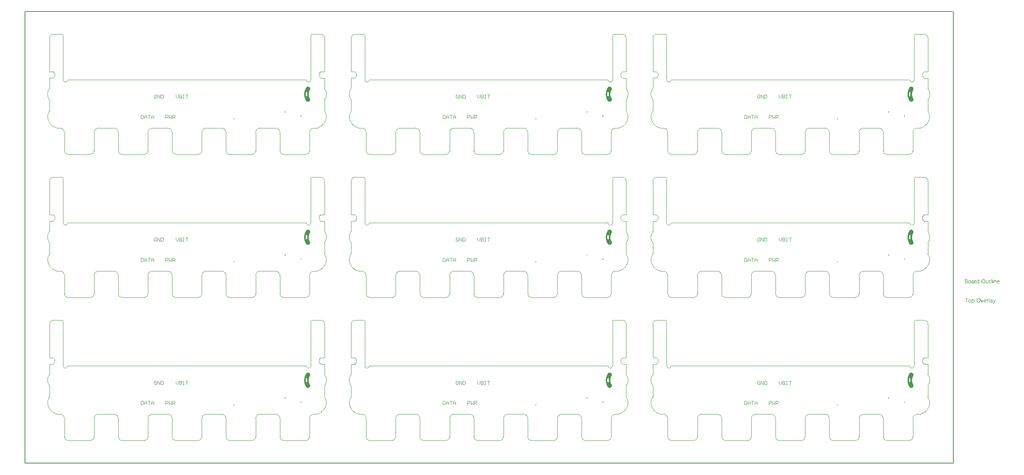
<source format=gto>
G04*
G04 #@! TF.GenerationSoftware,Altium Limited,Altium Designer,21.9.2 (33)*
G04*
G04 Layer_Color=65535*
%FSAX25Y25*%
%MOIN*%
G70*
G04*
G04 #@! TF.SameCoordinates,9AFEED1E-AE17-47F1-92C9-C8DABB606C96*
G04*
G04*
G04 #@! TF.FilePolarity,Positive*
G04*
G01*
G75*
%ADD29C,0.01000*%
%ADD36C,0.00787*%
%ADD37C,0.00394*%
%ADD47C,0.01000*%
%ADD48C,0.00300*%
G36*
X0749742Y0307819D02*
X0749859Y0307808D01*
X0749975Y0307791D01*
X0750089Y0307766D01*
X0750202Y0307734D01*
X0750313Y0307696D01*
X0750422Y0307651D01*
X0750527Y0307600D01*
X0750630Y0307542D01*
X0750728Y0307478D01*
X0750823Y0307409D01*
X0750913Y0307334D01*
X0750998Y0307253D01*
X0751079Y0307168D01*
X0751154Y0307078D01*
X0751224Y0306983D01*
X0751287Y0306885D01*
X0751345Y0306782D01*
X0751396Y0306677D01*
X0751441Y0306568D01*
X0751480Y0306457D01*
X0751511Y0306344D01*
X0751536Y0306229D01*
X0751553Y0306113D01*
X0751564Y0305996D01*
X0751568Y0305879D01*
X0751564Y0305762D01*
X0751553Y0305645D01*
X0751536Y0305529D01*
X0751511Y0305414D01*
X0751480Y0305301D01*
X0751441Y0305190D01*
X0751396Y0305082D01*
X0751345Y0304976D01*
X0751287Y0304874D01*
X0751278Y0304859D01*
X0751278D01*
X0751176Y0304688D01*
X0751066Y0304490D01*
X0750962Y0304289D01*
X0750866Y0304085D01*
X0750775Y0303877D01*
X0750692Y0303666D01*
X0750616Y0303453D01*
X0750547Y0303238D01*
X0750485Y0303020D01*
X0750430Y0302801D01*
X0750382Y0302580D01*
X0750341Y0302357D01*
X0750308Y0302133D01*
X0750282Y0301908D01*
X0750264Y0301683D01*
X0750253Y0301457D01*
X0750249Y0301230D01*
X0750253Y0301004D01*
X0750264Y0300778D01*
X0750282Y0300553D01*
X0750308Y0300328D01*
X0750341Y0300104D01*
X0750382Y0299881D01*
X0750430Y0299660D01*
X0750485Y0299441D01*
X0750547Y0299223D01*
X0750616Y0299007D01*
X0750692Y0298794D01*
X0750775Y0298584D01*
X0750866Y0298376D01*
X0750962Y0298172D01*
X0751066Y0297970D01*
X0751176Y0297773D01*
X0751290Y0297581D01*
X0751290Y0297581D01*
X0751303Y0297562D01*
X0751361Y0297459D01*
X0751412Y0297354D01*
X0751457Y0297245D01*
X0751496Y0297134D01*
X0751527Y0297021D01*
X0751552Y0296906D01*
X0751569Y0296790D01*
X0751580Y0296673D01*
X0751583Y0296556D01*
X0751580Y0296439D01*
X0751569Y0296322D01*
X0751552Y0296206D01*
X0751527Y0296091D01*
X0751496Y0295978D01*
X0751457Y0295867D01*
X0751412Y0295759D01*
X0751361Y0295653D01*
X0751303Y0295551D01*
X0751239Y0295452D01*
X0751170Y0295358D01*
X0751095Y0295268D01*
X0751014Y0295182D01*
X0750929Y0295101D01*
X0750839Y0295026D01*
X0750744Y0294957D01*
X0750645Y0294893D01*
X0750543Y0294835D01*
X0750438Y0294784D01*
X0750329Y0294739D01*
X0750218Y0294701D01*
X0750105Y0294669D01*
X0749990Y0294645D01*
X0749874Y0294627D01*
X0749757Y0294616D01*
X0749640Y0294613D01*
X0749523Y0294616D01*
X0749406Y0294627D01*
X0749290Y0294645D01*
X0749175Y0294669D01*
X0749062Y0294701D01*
X0748951Y0294739D01*
X0748842Y0294784D01*
X0748737Y0294835D01*
X0748635Y0294893D01*
X0748536Y0294957D01*
X0748442Y0295026D01*
X0748351Y0295101D01*
X0748266Y0295182D01*
X0748185Y0295268D01*
X0748110Y0295358D01*
X0748041Y0295452D01*
X0747990Y0295531D01*
X0747990Y0295531D01*
X0747909Y0295661D01*
X0747762Y0295914D01*
X0747621Y0296171D01*
X0747488Y0296431D01*
X0747361Y0296695D01*
X0747242Y0296962D01*
X0747130Y0297232D01*
X0747026Y0297505D01*
X0746928Y0297781D01*
X0746839Y0298060D01*
X0746757Y0298341D01*
X0746682Y0298623D01*
X0746616Y0298908D01*
X0746557Y0299195D01*
X0746505Y0299483D01*
X0746462Y0299772D01*
X0746426Y0300062D01*
X0746399Y0300354D01*
X0746379Y0300646D01*
X0746367Y0300938D01*
X0746363Y0301230D01*
X0746367Y0301523D01*
X0746379Y0301815D01*
X0746399Y0302107D01*
X0746426Y0302398D01*
X0746462Y0302689D01*
X0746505Y0302978D01*
X0746557Y0303266D01*
X0746616Y0303553D01*
X0746682Y0303837D01*
X0746757Y0304120D01*
X0746839Y0304401D01*
X0746928Y0304679D01*
X0747026Y0304955D01*
X0747130Y0305229D01*
X0747242Y0305499D01*
X0747361Y0305766D01*
X0747488Y0306030D01*
X0747621Y0306290D01*
X0747762Y0306547D01*
X0747909Y0306799D01*
X0747971Y0306898D01*
X0747970Y0306899D01*
X0748025Y0306983D01*
X0748095Y0307078D01*
X0748170Y0307168D01*
X0748250Y0307253D01*
X0748336Y0307334D01*
X0748426Y0307409D01*
X0748520Y0307478D01*
X0748619Y0307542D01*
X0748721Y0307600D01*
X0748827Y0307651D01*
X0748935Y0307696D01*
X0749046Y0307734D01*
X0749159Y0307766D01*
X0749274Y0307791D01*
X0749390Y0307808D01*
X0749507Y0307819D01*
X0749624Y0307822D01*
X0749742Y0307819D01*
D02*
G37*
G36*
X0487933D02*
X0488050Y0307808D01*
X0488166Y0307791D01*
X0488281Y0307766D01*
X0488394Y0307734D01*
X0488505Y0307696D01*
X0488614Y0307651D01*
X0488719Y0307600D01*
X0488821Y0307542D01*
X0488920Y0307478D01*
X0489014Y0307409D01*
X0489105Y0307334D01*
X0489190Y0307253D01*
X0489271Y0307168D01*
X0489346Y0307078D01*
X0489415Y0306983D01*
X0489479Y0306885D01*
X0489537Y0306782D01*
X0489588Y0306677D01*
X0489633Y0306568D01*
X0489671Y0306457D01*
X0489703Y0306344D01*
X0489727Y0306229D01*
X0489745Y0306113D01*
X0489756Y0305996D01*
X0489759Y0305879D01*
X0489756Y0305762D01*
X0489745Y0305645D01*
X0489727Y0305529D01*
X0489703Y0305414D01*
X0489671Y0305301D01*
X0489633Y0305190D01*
X0489588Y0305082D01*
X0489537Y0304976D01*
X0489479Y0304874D01*
X0489470Y0304859D01*
X0489470D01*
X0489367Y0304688D01*
X0489257Y0304490D01*
X0489154Y0304289D01*
X0489057Y0304085D01*
X0488967Y0303877D01*
X0488884Y0303666D01*
X0488808Y0303453D01*
X0488738Y0303238D01*
X0488676Y0303020D01*
X0488621Y0302801D01*
X0488574Y0302580D01*
X0488533Y0302357D01*
X0488500Y0302133D01*
X0488474Y0301908D01*
X0488455Y0301683D01*
X0488444Y0301457D01*
X0488441Y0301230D01*
X0488444Y0301004D01*
X0488455Y0300778D01*
X0488474Y0300553D01*
X0488500Y0300328D01*
X0488533Y0300104D01*
X0488574Y0299881D01*
X0488621Y0299660D01*
X0488676Y0299441D01*
X0488738Y0299223D01*
X0488808Y0299007D01*
X0488884Y0298794D01*
X0488967Y0298584D01*
X0489057Y0298376D01*
X0489154Y0298172D01*
X0489257Y0297970D01*
X0489367Y0297773D01*
X0489482Y0297581D01*
X0489482Y0297581D01*
X0489495Y0297562D01*
X0489552Y0297459D01*
X0489604Y0297354D01*
X0489649Y0297245D01*
X0489687Y0297134D01*
X0489719Y0297021D01*
X0489743Y0296906D01*
X0489761Y0296790D01*
X0489772Y0296673D01*
X0489775Y0296556D01*
X0489772Y0296439D01*
X0489761Y0296322D01*
X0489743Y0296206D01*
X0489719Y0296091D01*
X0489687Y0295978D01*
X0489649Y0295867D01*
X0489604Y0295759D01*
X0489552Y0295653D01*
X0489495Y0295551D01*
X0489431Y0295452D01*
X0489362Y0295358D01*
X0489286Y0295268D01*
X0489206Y0295182D01*
X0489120Y0295101D01*
X0489030Y0295026D01*
X0488936Y0294957D01*
X0488837Y0294893D01*
X0488735Y0294835D01*
X0488629Y0294784D01*
X0488521Y0294739D01*
X0488410Y0294701D01*
X0488297Y0294669D01*
X0488182Y0294645D01*
X0488066Y0294627D01*
X0487949Y0294616D01*
X0487832Y0294613D01*
X0487714Y0294616D01*
X0487598Y0294627D01*
X0487481Y0294645D01*
X0487367Y0294669D01*
X0487254Y0294701D01*
X0487143Y0294739D01*
X0487034Y0294784D01*
X0486929Y0294835D01*
X0486826Y0294893D01*
X0486728Y0294957D01*
X0486633Y0295026D01*
X0486543Y0295101D01*
X0486458Y0295182D01*
X0486377Y0295268D01*
X0486302Y0295358D01*
X0486232Y0295452D01*
X0486181Y0295531D01*
X0486182Y0295531D01*
X0486101Y0295661D01*
X0485953Y0295914D01*
X0485813Y0296171D01*
X0485679Y0296431D01*
X0485553Y0296695D01*
X0485434Y0296962D01*
X0485322Y0297232D01*
X0485217Y0297505D01*
X0485120Y0297781D01*
X0485030Y0298060D01*
X0484948Y0298341D01*
X0484874Y0298623D01*
X0484807Y0298908D01*
X0484748Y0299195D01*
X0484697Y0299483D01*
X0484654Y0299772D01*
X0484618Y0300062D01*
X0484590Y0300354D01*
X0484570Y0300646D01*
X0484559Y0300938D01*
X0484555Y0301230D01*
X0484559Y0301523D01*
X0484571Y0301815D01*
X0484590Y0302107D01*
X0484618Y0302398D01*
X0484654Y0302689D01*
X0484697Y0302978D01*
X0484748Y0303266D01*
X0484807Y0303553D01*
X0484874Y0303837D01*
X0484948Y0304120D01*
X0485030Y0304401D01*
X0485120Y0304679D01*
X0485217Y0304955D01*
X0485322Y0305229D01*
X0485434Y0305499D01*
X0485553Y0305766D01*
X0485679Y0306030D01*
X0485813Y0306290D01*
X0485953Y0306547D01*
X0486101Y0306799D01*
X0486162Y0306898D01*
X0486162Y0306899D01*
X0486217Y0306983D01*
X0486286Y0307078D01*
X0486361Y0307168D01*
X0486442Y0307253D01*
X0486527Y0307334D01*
X0486617Y0307409D01*
X0486712Y0307478D01*
X0486810Y0307542D01*
X0486913Y0307600D01*
X0487018Y0307651D01*
X0487127Y0307696D01*
X0487238Y0307734D01*
X0487351Y0307766D01*
X0487466Y0307791D01*
X0487582Y0307808D01*
X0487699Y0307819D01*
X0487816Y0307822D01*
X0487933Y0307819D01*
D02*
G37*
G36*
X0226125D02*
X0226242Y0307808D01*
X0226358Y0307791D01*
X0226473Y0307766D01*
X0226586Y0307734D01*
X0226697Y0307696D01*
X0226805Y0307651D01*
X0226911Y0307600D01*
X0227013Y0307542D01*
X0227112Y0307478D01*
X0227206Y0307409D01*
X0227296Y0307334D01*
X0227382Y0307253D01*
X0227462Y0307168D01*
X0227537Y0307078D01*
X0227607Y0306983D01*
X0227671Y0306885D01*
X0227728Y0306782D01*
X0227780Y0306677D01*
X0227825Y0306568D01*
X0227863Y0306457D01*
X0227894Y0306344D01*
X0227919Y0306229D01*
X0227937Y0306113D01*
X0227947Y0305996D01*
X0227951Y0305879D01*
X0227947Y0305762D01*
X0227937Y0305645D01*
X0227919Y0305529D01*
X0227894Y0305414D01*
X0227863Y0305301D01*
X0227825Y0305190D01*
X0227780Y0305082D01*
X0227728Y0304976D01*
X0227671Y0304874D01*
X0227661Y0304859D01*
X0227661D01*
X0227559Y0304688D01*
X0227449Y0304490D01*
X0227346Y0304289D01*
X0227249Y0304085D01*
X0227159Y0303877D01*
X0227076Y0303666D01*
X0226999Y0303453D01*
X0226930Y0303238D01*
X0226868Y0303020D01*
X0226813Y0302801D01*
X0226765Y0302580D01*
X0226725Y0302357D01*
X0226692Y0302133D01*
X0226666Y0301908D01*
X0226647Y0301683D01*
X0226636Y0301457D01*
X0226632Y0301230D01*
X0226636Y0301004D01*
X0226647Y0300778D01*
X0226666Y0300553D01*
X0226692Y0300328D01*
X0226725Y0300104D01*
X0226765Y0299881D01*
X0226813Y0299660D01*
X0226868Y0299441D01*
X0226930Y0299223D01*
X0226999Y0299007D01*
X0227076Y0298794D01*
X0227159Y0298584D01*
X0227249Y0298376D01*
X0227346Y0298172D01*
X0227449Y0297970D01*
X0227559Y0297773D01*
X0227674Y0297581D01*
X0227674Y0297581D01*
X0227687Y0297562D01*
X0227744Y0297459D01*
X0227796Y0297354D01*
X0227840Y0297245D01*
X0227879Y0297134D01*
X0227910Y0297021D01*
X0227935Y0296906D01*
X0227953Y0296790D01*
X0227963Y0296673D01*
X0227967Y0296556D01*
X0227963Y0296439D01*
X0227953Y0296322D01*
X0227935Y0296206D01*
X0227910Y0296091D01*
X0227879Y0295978D01*
X0227840Y0295867D01*
X0227796Y0295759D01*
X0227744Y0295653D01*
X0227687Y0295551D01*
X0227623Y0295452D01*
X0227553Y0295358D01*
X0227478Y0295268D01*
X0227398Y0295182D01*
X0227312Y0295101D01*
X0227222Y0295026D01*
X0227127Y0294957D01*
X0227029Y0294893D01*
X0226927Y0294835D01*
X0226821Y0294784D01*
X0226713Y0294739D01*
X0226602Y0294701D01*
X0226488Y0294669D01*
X0226374Y0294645D01*
X0226258Y0294627D01*
X0226141Y0294616D01*
X0226023Y0294613D01*
X0225906Y0294616D01*
X0225789Y0294627D01*
X0225673Y0294645D01*
X0225558Y0294669D01*
X0225445Y0294701D01*
X0225334Y0294739D01*
X0225226Y0294784D01*
X0225120Y0294835D01*
X0225018Y0294893D01*
X0224919Y0294957D01*
X0224825Y0295026D01*
X0224735Y0295101D01*
X0224649Y0295182D01*
X0224569Y0295268D01*
X0224494Y0295358D01*
X0224424Y0295452D01*
X0224373Y0295531D01*
X0224373Y0295531D01*
X0224292Y0295661D01*
X0224145Y0295914D01*
X0224005Y0296171D01*
X0223871Y0296431D01*
X0223745Y0296695D01*
X0223625Y0296962D01*
X0223514Y0297232D01*
X0223409Y0297505D01*
X0223312Y0297781D01*
X0223222Y0298060D01*
X0223140Y0298341D01*
X0223066Y0298623D01*
X0222999Y0298908D01*
X0222940Y0299195D01*
X0222889Y0299483D01*
X0222845Y0299772D01*
X0222810Y0300062D01*
X0222782Y0300354D01*
X0222762Y0300646D01*
X0222750Y0300938D01*
X0222746Y0301230D01*
X0222750Y0301523D01*
X0222762Y0301815D01*
X0222782Y0302107D01*
X0222810Y0302398D01*
X0222845Y0302689D01*
X0222889Y0302978D01*
X0222940Y0303266D01*
X0222999Y0303553D01*
X0223066Y0303837D01*
X0223140Y0304120D01*
X0223222Y0304401D01*
X0223312Y0304679D01*
X0223409Y0304955D01*
X0223514Y0305229D01*
X0223625Y0305499D01*
X0223745Y0305766D01*
X0223871Y0306030D01*
X0224005Y0306290D01*
X0224145Y0306547D01*
X0224292Y0306799D01*
X0224354Y0306898D01*
X0224354Y0306899D01*
X0224408Y0306983D01*
X0224478Y0307078D01*
X0224553Y0307168D01*
X0224633Y0307253D01*
X0224719Y0307334D01*
X0224809Y0307409D01*
X0224904Y0307478D01*
X0225002Y0307542D01*
X0225104Y0307600D01*
X0225210Y0307651D01*
X0225319Y0307696D01*
X0225429Y0307734D01*
X0225542Y0307766D01*
X0225657Y0307791D01*
X0225773Y0307808D01*
X0225890Y0307819D01*
X0226008Y0307822D01*
X0226125Y0307819D01*
D02*
G37*
G36*
X0749742Y0183452D02*
X0749859Y0183441D01*
X0749975Y0183423D01*
X0750089Y0183399D01*
X0750202Y0183367D01*
X0750313Y0183329D01*
X0750422Y0183284D01*
X0750527Y0183233D01*
X0750630Y0183175D01*
X0750728Y0183111D01*
X0750823Y0183042D01*
X0750913Y0182966D01*
X0750998Y0182886D01*
X0751079Y0182801D01*
X0751154Y0182710D01*
X0751224Y0182616D01*
X0751287Y0182517D01*
X0751345Y0182415D01*
X0751396Y0182309D01*
X0751441Y0182201D01*
X0751480Y0182090D01*
X0751511Y0181977D01*
X0751536Y0181862D01*
X0751553Y0181746D01*
X0751564Y0181629D01*
X0751568Y0181512D01*
X0751564Y0181395D01*
X0751553Y0181278D01*
X0751536Y0181162D01*
X0751511Y0181047D01*
X0751480Y0180934D01*
X0751441Y0180823D01*
X0751396Y0180714D01*
X0751345Y0180609D01*
X0751287Y0180507D01*
X0751278Y0180492D01*
X0751278D01*
X0751176Y0180321D01*
X0751066Y0180123D01*
X0750962Y0179922D01*
X0750866Y0179717D01*
X0750775Y0179510D01*
X0750692Y0179299D01*
X0750616Y0179086D01*
X0750547Y0178871D01*
X0750485Y0178653D01*
X0750430Y0178434D01*
X0750382Y0178212D01*
X0750341Y0177990D01*
X0750308Y0177766D01*
X0750282Y0177541D01*
X0750264Y0177315D01*
X0750253Y0177089D01*
X0750249Y0176863D01*
X0750253Y0176637D01*
X0750264Y0176411D01*
X0750282Y0176185D01*
X0750308Y0175961D01*
X0750341Y0175737D01*
X0750382Y0175514D01*
X0750430Y0175293D01*
X0750485Y0175073D01*
X0750547Y0174856D01*
X0750616Y0174640D01*
X0750692Y0174427D01*
X0750775Y0174217D01*
X0750866Y0174009D01*
X0750962Y0173804D01*
X0751066Y0173603D01*
X0751176Y0173405D01*
X0751290Y0173214D01*
X0751290Y0173214D01*
X0751303Y0173194D01*
X0751361Y0173092D01*
X0751412Y0172986D01*
X0751457Y0172878D01*
X0751496Y0172767D01*
X0751527Y0172654D01*
X0751552Y0172539D01*
X0751569Y0172423D01*
X0751580Y0172306D01*
X0751583Y0172189D01*
X0751580Y0172072D01*
X0751569Y0171955D01*
X0751552Y0171839D01*
X0751527Y0171724D01*
X0751496Y0171611D01*
X0751457Y0171500D01*
X0751412Y0171391D01*
X0751361Y0171286D01*
X0751303Y0171184D01*
X0751239Y0171085D01*
X0751170Y0170990D01*
X0751095Y0170900D01*
X0751014Y0170815D01*
X0750929Y0170734D01*
X0750839Y0170659D01*
X0750744Y0170589D01*
X0750645Y0170526D01*
X0750543Y0170468D01*
X0750438Y0170417D01*
X0750329Y0170372D01*
X0750218Y0170334D01*
X0750105Y0170302D01*
X0749990Y0170277D01*
X0749874Y0170260D01*
X0749757Y0170249D01*
X0749640Y0170246D01*
X0749523Y0170249D01*
X0749406Y0170260D01*
X0749290Y0170277D01*
X0749175Y0170302D01*
X0749062Y0170334D01*
X0748951Y0170372D01*
X0748842Y0170417D01*
X0748737Y0170468D01*
X0748635Y0170526D01*
X0748536Y0170589D01*
X0748442Y0170659D01*
X0748351Y0170734D01*
X0748266Y0170815D01*
X0748185Y0170900D01*
X0748110Y0170990D01*
X0748041Y0171085D01*
X0747990Y0171164D01*
X0747990Y0171164D01*
X0747909Y0171294D01*
X0747762Y0171547D01*
X0747621Y0171803D01*
X0747488Y0172064D01*
X0747361Y0172328D01*
X0747242Y0172595D01*
X0747130Y0172865D01*
X0747026Y0173138D01*
X0746928Y0173414D01*
X0746839Y0173693D01*
X0746757Y0173973D01*
X0746682Y0174256D01*
X0746616Y0174541D01*
X0746557Y0174828D01*
X0746505Y0175116D01*
X0746462Y0175405D01*
X0746426Y0175695D01*
X0746399Y0175987D01*
X0746379Y0176278D01*
X0746367Y0176571D01*
X0746363Y0176863D01*
X0746367Y0177156D01*
X0746379Y0177448D01*
X0746399Y0177740D01*
X0746426Y0178031D01*
X0746462Y0178321D01*
X0746505Y0178611D01*
X0746557Y0178899D01*
X0746616Y0179185D01*
X0746682Y0179470D01*
X0746757Y0179753D01*
X0746839Y0180034D01*
X0746928Y0180312D01*
X0747026Y0180588D01*
X0747130Y0180861D01*
X0747242Y0181132D01*
X0747361Y0181399D01*
X0747488Y0181662D01*
X0747621Y0181923D01*
X0747762Y0182179D01*
X0747909Y0182432D01*
X0747971Y0182531D01*
X0747970Y0182531D01*
X0748025Y0182616D01*
X0748095Y0182710D01*
X0748170Y0182801D01*
X0748250Y0182886D01*
X0748336Y0182966D01*
X0748426Y0183042D01*
X0748520Y0183111D01*
X0748619Y0183175D01*
X0748721Y0183233D01*
X0748827Y0183284D01*
X0748935Y0183329D01*
X0749046Y0183367D01*
X0749159Y0183399D01*
X0749274Y0183423D01*
X0749390Y0183441D01*
X0749507Y0183452D01*
X0749624Y0183455D01*
X0749742Y0183452D01*
D02*
G37*
G36*
X0487933D02*
X0488050Y0183441D01*
X0488166Y0183423D01*
X0488281Y0183399D01*
X0488394Y0183367D01*
X0488505Y0183329D01*
X0488614Y0183284D01*
X0488719Y0183233D01*
X0488821Y0183175D01*
X0488920Y0183111D01*
X0489014Y0183042D01*
X0489105Y0182966D01*
X0489190Y0182886D01*
X0489271Y0182801D01*
X0489346Y0182710D01*
X0489415Y0182616D01*
X0489479Y0182517D01*
X0489537Y0182415D01*
X0489588Y0182309D01*
X0489633Y0182201D01*
X0489671Y0182090D01*
X0489703Y0181977D01*
X0489727Y0181862D01*
X0489745Y0181746D01*
X0489756Y0181629D01*
X0489759Y0181512D01*
X0489756Y0181395D01*
X0489745Y0181278D01*
X0489727Y0181162D01*
X0489703Y0181047D01*
X0489671Y0180934D01*
X0489633Y0180823D01*
X0489588Y0180714D01*
X0489537Y0180609D01*
X0489479Y0180507D01*
X0489470Y0180492D01*
X0489470D01*
X0489367Y0180321D01*
X0489257Y0180123D01*
X0489154Y0179922D01*
X0489057Y0179717D01*
X0488967Y0179510D01*
X0488884Y0179299D01*
X0488808Y0179086D01*
X0488738Y0178871D01*
X0488676Y0178653D01*
X0488621Y0178434D01*
X0488574Y0178212D01*
X0488533Y0177990D01*
X0488500Y0177766D01*
X0488474Y0177541D01*
X0488455Y0177315D01*
X0488444Y0177089D01*
X0488441Y0176863D01*
X0488444Y0176637D01*
X0488455Y0176411D01*
X0488474Y0176185D01*
X0488500Y0175961D01*
X0488533Y0175737D01*
X0488574Y0175514D01*
X0488621Y0175293D01*
X0488676Y0175073D01*
X0488738Y0174856D01*
X0488808Y0174640D01*
X0488884Y0174427D01*
X0488967Y0174217D01*
X0489057Y0174009D01*
X0489154Y0173804D01*
X0489257Y0173603D01*
X0489367Y0173405D01*
X0489482Y0173214D01*
X0489482Y0173214D01*
X0489495Y0173194D01*
X0489552Y0173092D01*
X0489604Y0172986D01*
X0489649Y0172878D01*
X0489687Y0172767D01*
X0489719Y0172654D01*
X0489743Y0172539D01*
X0489761Y0172423D01*
X0489772Y0172306D01*
X0489775Y0172189D01*
X0489772Y0172072D01*
X0489761Y0171955D01*
X0489743Y0171839D01*
X0489719Y0171724D01*
X0489687Y0171611D01*
X0489649Y0171500D01*
X0489604Y0171391D01*
X0489552Y0171286D01*
X0489495Y0171184D01*
X0489431Y0171085D01*
X0489362Y0170990D01*
X0489286Y0170900D01*
X0489206Y0170815D01*
X0489120Y0170734D01*
X0489030Y0170659D01*
X0488936Y0170589D01*
X0488837Y0170526D01*
X0488735Y0170468D01*
X0488629Y0170417D01*
X0488521Y0170372D01*
X0488410Y0170334D01*
X0488297Y0170302D01*
X0488182Y0170277D01*
X0488066Y0170260D01*
X0487949Y0170249D01*
X0487832Y0170246D01*
X0487714Y0170249D01*
X0487598Y0170260D01*
X0487481Y0170277D01*
X0487367Y0170302D01*
X0487254Y0170334D01*
X0487143Y0170372D01*
X0487034Y0170417D01*
X0486929Y0170468D01*
X0486826Y0170526D01*
X0486728Y0170589D01*
X0486633Y0170659D01*
X0486543Y0170734D01*
X0486458Y0170815D01*
X0486377Y0170900D01*
X0486302Y0170990D01*
X0486232Y0171085D01*
X0486181Y0171164D01*
X0486182Y0171164D01*
X0486101Y0171294D01*
X0485953Y0171547D01*
X0485813Y0171803D01*
X0485679Y0172064D01*
X0485553Y0172328D01*
X0485434Y0172595D01*
X0485322Y0172865D01*
X0485217Y0173138D01*
X0485120Y0173414D01*
X0485030Y0173693D01*
X0484948Y0173973D01*
X0484874Y0174256D01*
X0484807Y0174541D01*
X0484748Y0174828D01*
X0484697Y0175116D01*
X0484654Y0175405D01*
X0484618Y0175695D01*
X0484590Y0175987D01*
X0484570Y0176278D01*
X0484559Y0176571D01*
X0484555Y0176863D01*
X0484559Y0177156D01*
X0484571Y0177448D01*
X0484590Y0177740D01*
X0484618Y0178031D01*
X0484654Y0178321D01*
X0484697Y0178611D01*
X0484748Y0178899D01*
X0484807Y0179185D01*
X0484874Y0179470D01*
X0484948Y0179753D01*
X0485030Y0180034D01*
X0485120Y0180312D01*
X0485217Y0180588D01*
X0485322Y0180861D01*
X0485434Y0181132D01*
X0485553Y0181399D01*
X0485679Y0181662D01*
X0485813Y0181923D01*
X0485953Y0182179D01*
X0486101Y0182432D01*
X0486162Y0182531D01*
X0486162Y0182531D01*
X0486217Y0182616D01*
X0486286Y0182710D01*
X0486361Y0182801D01*
X0486442Y0182886D01*
X0486527Y0182966D01*
X0486617Y0183042D01*
X0486712Y0183111D01*
X0486810Y0183175D01*
X0486913Y0183233D01*
X0487018Y0183284D01*
X0487127Y0183329D01*
X0487238Y0183367D01*
X0487351Y0183399D01*
X0487466Y0183423D01*
X0487582Y0183441D01*
X0487699Y0183452D01*
X0487816Y0183455D01*
X0487933Y0183452D01*
D02*
G37*
G36*
X0226125D02*
X0226242Y0183441D01*
X0226358Y0183423D01*
X0226473Y0183399D01*
X0226586Y0183367D01*
X0226697Y0183329D01*
X0226805Y0183284D01*
X0226911Y0183233D01*
X0227013Y0183175D01*
X0227112Y0183111D01*
X0227206Y0183042D01*
X0227296Y0182966D01*
X0227382Y0182886D01*
X0227462Y0182801D01*
X0227537Y0182710D01*
X0227607Y0182616D01*
X0227671Y0182517D01*
X0227728Y0182415D01*
X0227780Y0182309D01*
X0227825Y0182201D01*
X0227863Y0182090D01*
X0227894Y0181977D01*
X0227919Y0181862D01*
X0227937Y0181746D01*
X0227947Y0181629D01*
X0227951Y0181512D01*
X0227947Y0181395D01*
X0227937Y0181278D01*
X0227919Y0181162D01*
X0227894Y0181047D01*
X0227863Y0180934D01*
X0227825Y0180823D01*
X0227780Y0180714D01*
X0227728Y0180609D01*
X0227671Y0180507D01*
X0227661Y0180492D01*
X0227661D01*
X0227559Y0180321D01*
X0227449Y0180123D01*
X0227346Y0179922D01*
X0227249Y0179717D01*
X0227159Y0179510D01*
X0227076Y0179299D01*
X0226999Y0179086D01*
X0226930Y0178871D01*
X0226868Y0178653D01*
X0226813Y0178434D01*
X0226765Y0178212D01*
X0226725Y0177990D01*
X0226692Y0177766D01*
X0226666Y0177541D01*
X0226647Y0177315D01*
X0226636Y0177089D01*
X0226632Y0176863D01*
X0226636Y0176637D01*
X0226647Y0176411D01*
X0226666Y0176185D01*
X0226692Y0175961D01*
X0226725Y0175737D01*
X0226765Y0175514D01*
X0226813Y0175293D01*
X0226868Y0175073D01*
X0226930Y0174856D01*
X0226999Y0174640D01*
X0227076Y0174427D01*
X0227159Y0174217D01*
X0227249Y0174009D01*
X0227346Y0173804D01*
X0227449Y0173603D01*
X0227559Y0173405D01*
X0227674Y0173214D01*
X0227674Y0173214D01*
X0227687Y0173194D01*
X0227744Y0173092D01*
X0227796Y0172986D01*
X0227840Y0172878D01*
X0227879Y0172767D01*
X0227910Y0172654D01*
X0227935Y0172539D01*
X0227953Y0172423D01*
X0227963Y0172306D01*
X0227967Y0172189D01*
X0227963Y0172072D01*
X0227953Y0171955D01*
X0227935Y0171839D01*
X0227910Y0171724D01*
X0227879Y0171611D01*
X0227840Y0171500D01*
X0227796Y0171391D01*
X0227744Y0171286D01*
X0227687Y0171184D01*
X0227623Y0171085D01*
X0227553Y0170990D01*
X0227478Y0170900D01*
X0227398Y0170815D01*
X0227312Y0170734D01*
X0227222Y0170659D01*
X0227127Y0170589D01*
X0227029Y0170526D01*
X0226927Y0170468D01*
X0226821Y0170417D01*
X0226713Y0170372D01*
X0226602Y0170334D01*
X0226488Y0170302D01*
X0226374Y0170277D01*
X0226258Y0170260D01*
X0226141Y0170249D01*
X0226023Y0170246D01*
X0225906Y0170249D01*
X0225789Y0170260D01*
X0225673Y0170277D01*
X0225558Y0170302D01*
X0225445Y0170334D01*
X0225334Y0170372D01*
X0225226Y0170417D01*
X0225120Y0170468D01*
X0225018Y0170526D01*
X0224919Y0170589D01*
X0224825Y0170659D01*
X0224735Y0170734D01*
X0224649Y0170815D01*
X0224569Y0170900D01*
X0224494Y0170990D01*
X0224424Y0171085D01*
X0224373Y0171164D01*
X0224373Y0171164D01*
X0224292Y0171294D01*
X0224145Y0171547D01*
X0224005Y0171803D01*
X0223871Y0172064D01*
X0223745Y0172328D01*
X0223625Y0172595D01*
X0223514Y0172865D01*
X0223409Y0173138D01*
X0223312Y0173414D01*
X0223222Y0173693D01*
X0223140Y0173973D01*
X0223066Y0174256D01*
X0222999Y0174541D01*
X0222940Y0174828D01*
X0222889Y0175116D01*
X0222845Y0175405D01*
X0222810Y0175695D01*
X0222782Y0175987D01*
X0222762Y0176278D01*
X0222750Y0176571D01*
X0222746Y0176863D01*
X0222750Y0177156D01*
X0222762Y0177448D01*
X0222782Y0177740D01*
X0222810Y0178031D01*
X0222845Y0178321D01*
X0222889Y0178611D01*
X0222940Y0178899D01*
X0222999Y0179185D01*
X0223066Y0179470D01*
X0223140Y0179753D01*
X0223222Y0180034D01*
X0223312Y0180312D01*
X0223409Y0180588D01*
X0223514Y0180861D01*
X0223625Y0181132D01*
X0223745Y0181399D01*
X0223871Y0181662D01*
X0224005Y0181923D01*
X0224145Y0182179D01*
X0224292Y0182432D01*
X0224354Y0182531D01*
X0224354Y0182531D01*
X0224408Y0182616D01*
X0224478Y0182710D01*
X0224553Y0182801D01*
X0224633Y0182886D01*
X0224719Y0182966D01*
X0224809Y0183042D01*
X0224904Y0183111D01*
X0225002Y0183175D01*
X0225104Y0183233D01*
X0225210Y0183284D01*
X0225319Y0183329D01*
X0225429Y0183367D01*
X0225542Y0183399D01*
X0225657Y0183423D01*
X0225773Y0183441D01*
X0225890Y0183452D01*
X0226008Y0183455D01*
X0226125Y0183452D01*
D02*
G37*
G36*
X0820469Y0140433D02*
X0820494D01*
X0820549Y0140408D01*
X0820580Y0140390D01*
X0820611Y0140365D01*
X0820617Y0140358D01*
X0820624Y0140352D01*
X0820655Y0140315D01*
X0820679Y0140253D01*
X0820686Y0140216D01*
X0820692Y0140179D01*
Y0140173D01*
Y0140160D01*
X0820686Y0140142D01*
X0820679Y0140117D01*
X0820661Y0140055D01*
X0820636Y0140024D01*
X0820611Y0139993D01*
X0820605D01*
X0820599Y0139981D01*
X0820562Y0139956D01*
X0820506Y0139931D01*
X0820469Y0139925D01*
X0820432Y0139919D01*
X0820413D01*
X0820395Y0139925D01*
X0820370D01*
X0820308Y0139950D01*
X0820277Y0139962D01*
X0820246Y0139987D01*
Y0139993D01*
X0820234Y0139999D01*
X0820221Y0140018D01*
X0820209Y0140037D01*
X0820184Y0140099D01*
X0820178Y0140136D01*
X0820172Y0140179D01*
Y0140185D01*
Y0140198D01*
X0820178Y0140216D01*
X0820184Y0140247D01*
X0820203Y0140303D01*
X0820221Y0140334D01*
X0820246Y0140365D01*
X0820252Y0140371D01*
X0820259Y0140377D01*
X0820296Y0140402D01*
X0820358Y0140427D01*
X0820395Y0140439D01*
X0820450D01*
X0820469Y0140433D01*
D02*
G37*
G36*
X0808479Y0136768D02*
X0808077D01*
Y0137189D01*
X0808064D01*
Y0137183D01*
X0808052Y0137171D01*
X0808033Y0137146D01*
X0808015Y0137115D01*
X0807984Y0137078D01*
X0807947Y0137041D01*
X0807903Y0136997D01*
X0807854Y0136954D01*
X0807798Y0136905D01*
X0807730Y0136861D01*
X0807662Y0136824D01*
X0807581Y0136787D01*
X0807501Y0136756D01*
X0807408Y0136731D01*
X0807309Y0136719D01*
X0807204Y0136713D01*
X0807160D01*
X0807123Y0136719D01*
X0807086Y0136725D01*
X0807037Y0136731D01*
X0806931Y0136756D01*
X0806808Y0136793D01*
X0806684Y0136855D01*
X0806616Y0136892D01*
X0806560Y0136935D01*
X0806498Y0136991D01*
X0806442Y0137047D01*
Y0137053D01*
X0806430Y0137065D01*
X0806418Y0137084D01*
X0806399Y0137109D01*
X0806380Y0137140D01*
X0806356Y0137183D01*
X0806331Y0137233D01*
X0806306Y0137288D01*
X0806275Y0137350D01*
X0806250Y0137418D01*
X0806226Y0137493D01*
X0806207Y0137573D01*
X0806189Y0137660D01*
X0806176Y0137759D01*
X0806170Y0137858D01*
X0806164Y0137963D01*
Y0137969D01*
Y0137988D01*
Y0138025D01*
X0806170Y0138068D01*
X0806176Y0138118D01*
X0806182Y0138180D01*
X0806189Y0138248D01*
X0806201Y0138322D01*
X0806238Y0138483D01*
X0806294Y0138650D01*
X0806331Y0138731D01*
X0806374Y0138811D01*
X0806418Y0138885D01*
X0806473Y0138960D01*
X0806479Y0138966D01*
X0806486Y0138978D01*
X0806504Y0138997D01*
X0806529Y0139022D01*
X0806560Y0139046D01*
X0806603Y0139077D01*
X0806647Y0139114D01*
X0806696Y0139152D01*
X0806820Y0139220D01*
X0806962Y0139281D01*
X0807043Y0139300D01*
X0807129Y0139319D01*
X0807216Y0139331D01*
X0807315Y0139337D01*
X0807365D01*
X0807402Y0139331D01*
X0807439Y0139325D01*
X0807489Y0139319D01*
X0807600Y0139288D01*
X0807724Y0139238D01*
X0807786Y0139207D01*
X0807847Y0139164D01*
X0807909Y0139120D01*
X0807965Y0139065D01*
X0808015Y0139003D01*
X0808064Y0138929D01*
X0808077D01*
Y0140489D01*
X0808479D01*
Y0136768D01*
D02*
G37*
G36*
X0822747Y0139331D02*
X0822821Y0139325D01*
X0822914Y0139306D01*
X0823013Y0139275D01*
X0823118Y0139226D01*
X0823223Y0139158D01*
X0823267Y0139120D01*
X0823310Y0139071D01*
X0823322Y0139059D01*
X0823347Y0139022D01*
X0823378Y0138960D01*
X0823422Y0138873D01*
X0823459Y0138768D01*
X0823496Y0138638D01*
X0823521Y0138483D01*
X0823527Y0138303D01*
Y0136768D01*
X0823124D01*
Y0138198D01*
Y0138204D01*
Y0138235D01*
X0823118Y0138273D01*
Y0138322D01*
X0823106Y0138384D01*
X0823094Y0138452D01*
X0823075Y0138526D01*
X0823050Y0138601D01*
X0823019Y0138675D01*
X0822982Y0138743D01*
X0822933Y0138811D01*
X0822877Y0138873D01*
X0822815Y0138923D01*
X0822735Y0138960D01*
X0822648Y0138990D01*
X0822543Y0138997D01*
X0822530D01*
X0822493Y0138990D01*
X0822437Y0138984D01*
X0822369Y0138966D01*
X0822289Y0138941D01*
X0822202Y0138898D01*
X0822122Y0138842D01*
X0822041Y0138768D01*
X0822035Y0138755D01*
X0822010Y0138731D01*
X0821979Y0138681D01*
X0821942Y0138613D01*
X0821905Y0138532D01*
X0821874Y0138433D01*
X0821849Y0138322D01*
X0821843Y0138198D01*
Y0136768D01*
X0821441D01*
Y0139281D01*
X0821843D01*
Y0138860D01*
X0821856D01*
X0821862Y0138867D01*
X0821868Y0138879D01*
X0821886Y0138904D01*
X0821911Y0138935D01*
X0821936Y0138972D01*
X0821973Y0139009D01*
X0822016Y0139052D01*
X0822066Y0139102D01*
X0822122Y0139145D01*
X0822184Y0139189D01*
X0822252Y0139226D01*
X0822326Y0139263D01*
X0822400Y0139294D01*
X0822487Y0139319D01*
X0822580Y0139331D01*
X0822679Y0139337D01*
X0822716D01*
X0822747Y0139331D01*
D02*
G37*
G36*
X0805749Y0139319D02*
X0805823Y0139312D01*
X0805867Y0139300D01*
X0805898Y0139288D01*
Y0138873D01*
X0805892Y0138879D01*
X0805879Y0138885D01*
X0805854Y0138898D01*
X0805823Y0138916D01*
X0805780Y0138929D01*
X0805724Y0138941D01*
X0805662Y0138947D01*
X0805594Y0138953D01*
X0805582D01*
X0805551Y0138947D01*
X0805501Y0138941D01*
X0805446Y0138923D01*
X0805371Y0138891D01*
X0805303Y0138848D01*
X0805229Y0138786D01*
X0805161Y0138706D01*
X0805155Y0138693D01*
X0805136Y0138663D01*
X0805105Y0138607D01*
X0805074Y0138532D01*
X0805044Y0138440D01*
X0805013Y0138322D01*
X0804994Y0138192D01*
X0804988Y0138043D01*
Y0136768D01*
X0804585D01*
Y0139281D01*
X0804988D01*
Y0138761D01*
X0805000D01*
Y0138768D01*
X0805006Y0138774D01*
X0805019Y0138805D01*
X0805037Y0138854D01*
X0805068Y0138916D01*
X0805099Y0138978D01*
X0805149Y0139046D01*
X0805198Y0139114D01*
X0805260Y0139176D01*
X0805266Y0139182D01*
X0805291Y0139201D01*
X0805328Y0139226D01*
X0805378Y0139251D01*
X0805433Y0139275D01*
X0805501Y0139300D01*
X0805576Y0139319D01*
X0805656Y0139325D01*
X0805712D01*
X0805749Y0139319D01*
D02*
G37*
G36*
X0816489Y0136768D02*
X0816086D01*
Y0137164D01*
X0816074D01*
Y0137158D01*
X0816062Y0137146D01*
X0816049Y0137121D01*
X0816024Y0137096D01*
X0815969Y0137022D01*
X0815882Y0136942D01*
X0815833Y0136898D01*
X0815777Y0136855D01*
X0815715Y0136818D01*
X0815641Y0136781D01*
X0815566Y0136756D01*
X0815486Y0136731D01*
X0815393Y0136719D01*
X0815300Y0136713D01*
X0815263D01*
X0815220Y0136719D01*
X0815158Y0136731D01*
X0815090Y0136744D01*
X0815016Y0136768D01*
X0814935Y0136799D01*
X0814855Y0136849D01*
X0814768Y0136905D01*
X0814688Y0136973D01*
X0814613Y0137059D01*
X0814545Y0137164D01*
X0814483Y0137282D01*
X0814440Y0137425D01*
X0814415Y0137592D01*
X0814403Y0137678D01*
Y0137777D01*
Y0139281D01*
X0814799D01*
Y0137839D01*
Y0137833D01*
Y0137808D01*
X0814805Y0137765D01*
X0814811Y0137715D01*
X0814818Y0137654D01*
X0814830Y0137592D01*
X0814848Y0137517D01*
X0814873Y0137443D01*
X0814910Y0137369D01*
X0814948Y0137301D01*
X0814997Y0137233D01*
X0815059Y0137171D01*
X0815127Y0137121D01*
X0815207Y0137084D01*
X0815306Y0137053D01*
X0815412Y0137047D01*
X0815424D01*
X0815461Y0137053D01*
X0815517Y0137059D01*
X0815579Y0137072D01*
X0815659Y0137103D01*
X0815740Y0137140D01*
X0815820Y0137189D01*
X0815895Y0137264D01*
X0815901Y0137276D01*
X0815926Y0137301D01*
X0815956Y0137350D01*
X0815994Y0137418D01*
X0816024Y0137499D01*
X0816055Y0137598D01*
X0816080Y0137709D01*
X0816086Y0137833D01*
Y0139281D01*
X0816489D01*
Y0136768D01*
D02*
G37*
G36*
X0820624D02*
X0820221D01*
Y0139281D01*
X0820624D01*
Y0136768D01*
D02*
G37*
G36*
X0819404D02*
X0819002D01*
Y0140489D01*
X0819404D01*
Y0136768D01*
D02*
G37*
G36*
X0803026Y0139331D02*
X0803081Y0139325D01*
X0803149Y0139306D01*
X0803224Y0139288D01*
X0803304Y0139257D01*
X0803391Y0139220D01*
X0803471Y0139170D01*
X0803552Y0139108D01*
X0803626Y0139034D01*
X0803694Y0138941D01*
X0803750Y0138836D01*
X0803793Y0138712D01*
X0803818Y0138570D01*
X0803830Y0138402D01*
Y0136768D01*
X0803428D01*
Y0137158D01*
X0803415D01*
Y0137152D01*
X0803403Y0137140D01*
X0803391Y0137115D01*
X0803366Y0137090D01*
X0803304Y0137016D01*
X0803224Y0136935D01*
X0803112Y0136855D01*
X0802982Y0136781D01*
X0802902Y0136756D01*
X0802821Y0136731D01*
X0802735Y0136719D01*
X0802642Y0136713D01*
X0802605D01*
X0802580Y0136719D01*
X0802512Y0136725D01*
X0802431Y0136737D01*
X0802332Y0136762D01*
X0802239Y0136793D01*
X0802140Y0136843D01*
X0802054Y0136905D01*
X0802048Y0136917D01*
X0802023Y0136942D01*
X0801986Y0136985D01*
X0801948Y0137047D01*
X0801911Y0137121D01*
X0801874Y0137208D01*
X0801849Y0137313D01*
X0801843Y0137431D01*
Y0137437D01*
Y0137462D01*
X0801849Y0137499D01*
X0801856Y0137542D01*
X0801868Y0137598D01*
X0801886Y0137660D01*
X0801911Y0137728D01*
X0801948Y0137796D01*
X0801992Y0137870D01*
X0802048Y0137944D01*
X0802116Y0138013D01*
X0802196Y0138074D01*
X0802289Y0138136D01*
X0802400Y0138186D01*
X0802524Y0138223D01*
X0802673Y0138254D01*
X0803428Y0138359D01*
Y0138365D01*
Y0138384D01*
X0803422Y0138421D01*
Y0138458D01*
X0803409Y0138508D01*
X0803403Y0138563D01*
X0803366Y0138681D01*
X0803335Y0138737D01*
X0803304Y0138793D01*
X0803261Y0138848D01*
X0803211Y0138898D01*
X0803149Y0138941D01*
X0803081Y0138972D01*
X0803001Y0138990D01*
X0802908Y0138997D01*
X0802865D01*
X0802834Y0138990D01*
X0802790D01*
X0802747Y0138978D01*
X0802635Y0138960D01*
X0802512Y0138923D01*
X0802376Y0138867D01*
X0802301Y0138830D01*
X0802233Y0138793D01*
X0802159Y0138743D01*
X0802091Y0138687D01*
Y0139102D01*
X0802097D01*
X0802109Y0139114D01*
X0802128Y0139127D01*
X0802159Y0139139D01*
X0802190Y0139158D01*
X0802233Y0139176D01*
X0802283Y0139195D01*
X0802338Y0139220D01*
X0802462Y0139263D01*
X0802611Y0139300D01*
X0802772Y0139325D01*
X0802945Y0139337D01*
X0802982D01*
X0803026Y0139331D01*
D02*
G37*
G36*
X0797337Y0140278D02*
X0797380D01*
X0797424Y0140272D01*
X0797523Y0140260D01*
X0797640Y0140228D01*
X0797764Y0140191D01*
X0797882Y0140136D01*
X0797987Y0140061D01*
X0797993D01*
X0797999Y0140049D01*
X0798030Y0140024D01*
X0798073Y0139975D01*
X0798123Y0139907D01*
X0798166Y0139820D01*
X0798210Y0139721D01*
X0798241Y0139610D01*
X0798253Y0139548D01*
Y0139479D01*
Y0139473D01*
Y0139467D01*
Y0139430D01*
X0798247Y0139374D01*
X0798235Y0139306D01*
X0798216Y0139220D01*
X0798185Y0139133D01*
X0798148Y0139046D01*
X0798092Y0138960D01*
X0798086Y0138947D01*
X0798061Y0138923D01*
X0798024Y0138885D01*
X0797974Y0138836D01*
X0797913Y0138786D01*
X0797838Y0138731D01*
X0797745Y0138687D01*
X0797646Y0138644D01*
Y0138638D01*
X0797665D01*
X0797683Y0138631D01*
X0797702Y0138625D01*
X0797770Y0138613D01*
X0797851Y0138588D01*
X0797937Y0138551D01*
X0798030Y0138508D01*
X0798123Y0138446D01*
X0798210Y0138365D01*
X0798222Y0138353D01*
X0798247Y0138322D01*
X0798278Y0138279D01*
X0798321Y0138211D01*
X0798358Y0138124D01*
X0798395Y0138025D01*
X0798420Y0137907D01*
X0798426Y0137777D01*
Y0137771D01*
Y0137759D01*
Y0137734D01*
X0798420Y0137703D01*
X0798414Y0137666D01*
X0798408Y0137623D01*
X0798383Y0137517D01*
X0798346Y0137400D01*
X0798290Y0137276D01*
X0798253Y0137220D01*
X0798210Y0137158D01*
X0798154Y0137103D01*
X0798098Y0137047D01*
X0798092D01*
X0798086Y0137034D01*
X0798067Y0137022D01*
X0798043Y0137004D01*
X0798012Y0136985D01*
X0797968Y0136960D01*
X0797875Y0136911D01*
X0797758Y0136855D01*
X0797622Y0136812D01*
X0797461Y0136781D01*
X0797380Y0136775D01*
X0797287Y0136768D01*
X0796260D01*
Y0140284D01*
X0797306D01*
X0797337Y0140278D01*
D02*
G37*
G36*
X0817832Y0139281D02*
X0818470D01*
Y0138935D01*
X0817832D01*
Y0137517D01*
Y0137505D01*
Y0137474D01*
X0817838Y0137431D01*
X0817844Y0137375D01*
X0817869Y0137257D01*
X0817888Y0137202D01*
X0817919Y0137158D01*
X0817925Y0137152D01*
X0817937Y0137140D01*
X0817956Y0137127D01*
X0817987Y0137109D01*
X0818024Y0137084D01*
X0818073Y0137072D01*
X0818135Y0137059D01*
X0818203Y0137053D01*
X0818228D01*
X0818259Y0137059D01*
X0818296Y0137065D01*
X0818383Y0137090D01*
X0818426Y0137109D01*
X0818470Y0137134D01*
Y0136787D01*
X0818463D01*
X0818445Y0136775D01*
X0818414Y0136768D01*
X0818371Y0136756D01*
X0818315Y0136744D01*
X0818253Y0136731D01*
X0818179Y0136725D01*
X0818092Y0136719D01*
X0818061D01*
X0818030Y0136725D01*
X0817987Y0136731D01*
X0817937Y0136744D01*
X0817881Y0136756D01*
X0817826Y0136781D01*
X0817764Y0136812D01*
X0817702Y0136849D01*
X0817640Y0136898D01*
X0817584Y0136954D01*
X0817535Y0137028D01*
X0817492Y0137109D01*
X0817461Y0137208D01*
X0817436Y0137319D01*
X0817430Y0137449D01*
Y0138935D01*
X0817002D01*
Y0139281D01*
X0817430D01*
Y0139894D01*
X0817832Y0140024D01*
Y0139281D01*
D02*
G37*
G36*
X0825359Y0139331D02*
X0825402Y0139325D01*
X0825446Y0139319D01*
X0825557Y0139300D01*
X0825681Y0139257D01*
X0825805Y0139201D01*
X0825867Y0139164D01*
X0825928Y0139120D01*
X0825984Y0139071D01*
X0826040Y0139015D01*
X0826046Y0139009D01*
X0826052Y0139003D01*
X0826065Y0138984D01*
X0826083Y0138960D01*
X0826102Y0138923D01*
X0826127Y0138885D01*
X0826151Y0138842D01*
X0826176Y0138786D01*
X0826201Y0138724D01*
X0826226Y0138663D01*
X0826250Y0138588D01*
X0826269Y0138508D01*
X0826287Y0138421D01*
X0826300Y0138334D01*
X0826312Y0138235D01*
Y0138130D01*
Y0137920D01*
X0824536D01*
Y0137914D01*
Y0137901D01*
Y0137882D01*
X0824542Y0137852D01*
X0824548Y0137814D01*
Y0137777D01*
X0824567Y0137678D01*
X0824598Y0137579D01*
X0824635Y0137468D01*
X0824691Y0137363D01*
X0824759Y0137270D01*
X0824771Y0137257D01*
X0824796Y0137233D01*
X0824845Y0137202D01*
X0824913Y0137158D01*
X0825000Y0137115D01*
X0825099Y0137084D01*
X0825217Y0137059D01*
X0825353Y0137047D01*
X0825396D01*
X0825427Y0137053D01*
X0825464D01*
X0825508Y0137059D01*
X0825613Y0137084D01*
X0825730Y0137115D01*
X0825860Y0137164D01*
X0825997Y0137233D01*
X0826065Y0137276D01*
X0826133Y0137325D01*
Y0136948D01*
X0826127D01*
X0826120Y0136935D01*
X0826102Y0136929D01*
X0826071Y0136911D01*
X0826040Y0136892D01*
X0826003Y0136874D01*
X0825953Y0136855D01*
X0825904Y0136830D01*
X0825842Y0136805D01*
X0825774Y0136787D01*
X0825625Y0136750D01*
X0825452Y0136725D01*
X0825260Y0136713D01*
X0825210D01*
X0825173Y0136719D01*
X0825130Y0136725D01*
X0825074Y0136731D01*
X0824957Y0136756D01*
X0824821Y0136793D01*
X0824684Y0136855D01*
X0824616Y0136898D01*
X0824548Y0136942D01*
X0824486Y0136991D01*
X0824424Y0137053D01*
X0824418Y0137059D01*
X0824412Y0137072D01*
X0824400Y0137090D01*
X0824375Y0137115D01*
X0824356Y0137152D01*
X0824331Y0137195D01*
X0824300Y0137245D01*
X0824276Y0137301D01*
X0824245Y0137363D01*
X0824220Y0137437D01*
X0824189Y0137517D01*
X0824171Y0137604D01*
X0824152Y0137697D01*
X0824133Y0137796D01*
X0824127Y0137901D01*
X0824121Y0138013D01*
Y0138019D01*
Y0138037D01*
Y0138068D01*
X0824127Y0138112D01*
X0824133Y0138161D01*
X0824140Y0138217D01*
X0824146Y0138285D01*
X0824164Y0138353D01*
X0824201Y0138502D01*
X0824257Y0138663D01*
X0824294Y0138743D01*
X0824344Y0138817D01*
X0824393Y0138898D01*
X0824449Y0138966D01*
X0824455Y0138972D01*
X0824468Y0138984D01*
X0824486Y0139003D01*
X0824511Y0139022D01*
X0824542Y0139052D01*
X0824579Y0139083D01*
X0824629Y0139114D01*
X0824678Y0139152D01*
X0824796Y0139220D01*
X0824938Y0139281D01*
X0825019Y0139300D01*
X0825099Y0139319D01*
X0825186Y0139331D01*
X0825279Y0139337D01*
X0825328D01*
X0825359Y0139331D01*
D02*
G37*
G36*
X0812317Y0140340D02*
X0812379Y0140334D01*
X0812453Y0140321D01*
X0812533Y0140303D01*
X0812620Y0140284D01*
X0812707Y0140260D01*
X0812806Y0140228D01*
X0812899Y0140185D01*
X0812998Y0140136D01*
X0813097Y0140080D01*
X0813190Y0140012D01*
X0813282Y0139938D01*
X0813369Y0139851D01*
X0813375Y0139845D01*
X0813388Y0139826D01*
X0813412Y0139801D01*
X0813437Y0139764D01*
X0813474Y0139715D01*
X0813511Y0139653D01*
X0813548Y0139585D01*
X0813592Y0139511D01*
X0813635Y0139418D01*
X0813672Y0139325D01*
X0813710Y0139220D01*
X0813747Y0139102D01*
X0813771Y0138984D01*
X0813796Y0138854D01*
X0813809Y0138712D01*
X0813815Y0138570D01*
Y0138557D01*
Y0138532D01*
Y0138489D01*
X0813809Y0138427D01*
X0813802Y0138353D01*
X0813790Y0138273D01*
X0813778Y0138180D01*
X0813759Y0138074D01*
X0813734Y0137969D01*
X0813703Y0137858D01*
X0813666Y0137746D01*
X0813623Y0137635D01*
X0813567Y0137517D01*
X0813505Y0137412D01*
X0813437Y0137307D01*
X0813357Y0137208D01*
X0813350Y0137202D01*
X0813338Y0137189D01*
X0813307Y0137164D01*
X0813276Y0137134D01*
X0813227Y0137090D01*
X0813171Y0137053D01*
X0813109Y0137004D01*
X0813035Y0136960D01*
X0812954Y0136917D01*
X0812861Y0136867D01*
X0812762Y0136830D01*
X0812651Y0136793D01*
X0812533Y0136756D01*
X0812410Y0136731D01*
X0812280Y0136719D01*
X0812137Y0136713D01*
X0812106D01*
X0812063Y0136719D01*
X0812013D01*
X0811952Y0136725D01*
X0811877Y0136737D01*
X0811797Y0136756D01*
X0811704Y0136775D01*
X0811611Y0136799D01*
X0811512Y0136830D01*
X0811413Y0136874D01*
X0811314Y0136917D01*
X0811215Y0136973D01*
X0811116Y0137041D01*
X0811023Y0137115D01*
X0810936Y0137202D01*
X0810930Y0137208D01*
X0810918Y0137226D01*
X0810893Y0137251D01*
X0810868Y0137288D01*
X0810831Y0137338D01*
X0810794Y0137400D01*
X0810757Y0137468D01*
X0810713Y0137548D01*
X0810670Y0137635D01*
X0810633Y0137728D01*
X0810596Y0137833D01*
X0810559Y0137951D01*
X0810534Y0138068D01*
X0810509Y0138198D01*
X0810497Y0138341D01*
X0810491Y0138483D01*
Y0138495D01*
Y0138520D01*
X0810497Y0138563D01*
Y0138625D01*
X0810503Y0138693D01*
X0810515Y0138780D01*
X0810528Y0138873D01*
X0810546Y0138972D01*
X0810571Y0139077D01*
X0810602Y0139189D01*
X0810639Y0139300D01*
X0810682Y0139411D01*
X0810738Y0139523D01*
X0810800Y0139634D01*
X0810868Y0139740D01*
X0810949Y0139839D01*
X0810955Y0139845D01*
X0810967Y0139863D01*
X0810998Y0139888D01*
X0811035Y0139919D01*
X0811079Y0139956D01*
X0811134Y0139999D01*
X0811203Y0140043D01*
X0811277Y0140092D01*
X0811363Y0140142D01*
X0811456Y0140185D01*
X0811555Y0140228D01*
X0811667Y0140266D01*
X0811790Y0140297D01*
X0811921Y0140328D01*
X0812057Y0140340D01*
X0812199Y0140346D01*
X0812267D01*
X0812317Y0140340D01*
D02*
G37*
G36*
X0800290Y0139331D02*
X0800333Y0139325D01*
X0800389Y0139319D01*
X0800512Y0139294D01*
X0800655Y0139251D01*
X0800797Y0139189D01*
X0800871Y0139152D01*
X0800939Y0139108D01*
X0801008Y0139052D01*
X0801070Y0138990D01*
X0801076Y0138984D01*
X0801082Y0138972D01*
X0801100Y0138953D01*
X0801119Y0138929D01*
X0801144Y0138891D01*
X0801169Y0138848D01*
X0801200Y0138799D01*
X0801230Y0138743D01*
X0801255Y0138675D01*
X0801286Y0138607D01*
X0801311Y0138526D01*
X0801336Y0138440D01*
X0801354Y0138347D01*
X0801373Y0138248D01*
X0801379Y0138143D01*
X0801385Y0138031D01*
Y0138025D01*
Y0138006D01*
Y0137975D01*
X0801379Y0137932D01*
X0801373Y0137882D01*
X0801367Y0137821D01*
X0801354Y0137759D01*
X0801342Y0137684D01*
X0801305Y0137536D01*
X0801243Y0137375D01*
X0801206Y0137294D01*
X0801156Y0137214D01*
X0801107Y0137140D01*
X0801045Y0137072D01*
X0801038Y0137065D01*
X0801026Y0137059D01*
X0801008Y0137041D01*
X0800983Y0137016D01*
X0800946Y0136991D01*
X0800908Y0136960D01*
X0800859Y0136923D01*
X0800803Y0136892D01*
X0800741Y0136861D01*
X0800673Y0136824D01*
X0800599Y0136793D01*
X0800519Y0136768D01*
X0800432Y0136744D01*
X0800339Y0136731D01*
X0800240Y0136719D01*
X0800135Y0136713D01*
X0800079D01*
X0800042Y0136719D01*
X0799999Y0136725D01*
X0799943Y0136731D01*
X0799881Y0136744D01*
X0799813Y0136756D01*
X0799671Y0136799D01*
X0799522Y0136861D01*
X0799448Y0136898D01*
X0799380Y0136948D01*
X0799311Y0136997D01*
X0799243Y0137059D01*
X0799237Y0137065D01*
X0799231Y0137078D01*
X0799213Y0137096D01*
X0799194Y0137121D01*
X0799169Y0137158D01*
X0799138Y0137202D01*
X0799107Y0137251D01*
X0799083Y0137307D01*
X0799052Y0137375D01*
X0799021Y0137443D01*
X0798990Y0137517D01*
X0798965Y0137604D01*
X0798928Y0137790D01*
X0798921Y0137889D01*
X0798915Y0137994D01*
Y0138000D01*
Y0138025D01*
Y0138056D01*
X0798921Y0138099D01*
X0798928Y0138149D01*
X0798934Y0138211D01*
X0798946Y0138279D01*
X0798959Y0138353D01*
X0798996Y0138514D01*
X0799058Y0138675D01*
X0799101Y0138755D01*
X0799144Y0138836D01*
X0799194Y0138910D01*
X0799256Y0138978D01*
X0799262Y0138984D01*
X0799274Y0138997D01*
X0799293Y0139009D01*
X0799318Y0139034D01*
X0799355Y0139059D01*
X0799398Y0139090D01*
X0799448Y0139127D01*
X0799503Y0139158D01*
X0799565Y0139189D01*
X0799640Y0139226D01*
X0799714Y0139257D01*
X0799800Y0139281D01*
X0799887Y0139306D01*
X0799986Y0139325D01*
X0800091Y0139331D01*
X0800197Y0139337D01*
X0800252D01*
X0800290Y0139331D01*
D02*
G37*
G36*
X0803502Y0122741D02*
X0803545Y0122735D01*
X0803589Y0122729D01*
X0803700Y0122704D01*
X0803824Y0122667D01*
X0803948Y0122605D01*
X0804010Y0122568D01*
X0804072Y0122518D01*
X0804127Y0122469D01*
X0804183Y0122407D01*
X0804189Y0122401D01*
X0804195Y0122394D01*
X0804208Y0122370D01*
X0804226Y0122345D01*
X0804245Y0122314D01*
X0804270Y0122271D01*
X0804294Y0122221D01*
X0804319Y0122172D01*
X0804344Y0122110D01*
X0804369Y0122042D01*
X0804393Y0121967D01*
X0804412Y0121887D01*
X0804443Y0121707D01*
X0804455Y0121608D01*
Y0121503D01*
Y0121497D01*
Y0121478D01*
Y0121441D01*
X0804449Y0121398D01*
Y0121348D01*
X0804437Y0121286D01*
X0804431Y0121218D01*
X0804418Y0121144D01*
X0804381Y0120983D01*
X0804325Y0120816D01*
X0804288Y0120736D01*
X0804251Y0120655D01*
X0804202Y0120574D01*
X0804146Y0120500D01*
X0804140Y0120494D01*
X0804134Y0120482D01*
X0804115Y0120463D01*
X0804090Y0120445D01*
X0804059Y0120414D01*
X0804022Y0120383D01*
X0803979Y0120345D01*
X0803929Y0120315D01*
X0803874Y0120277D01*
X0803812Y0120240D01*
X0803663Y0120185D01*
X0803583Y0120160D01*
X0803502Y0120141D01*
X0803409Y0120129D01*
X0803310Y0120123D01*
X0803261D01*
X0803230Y0120129D01*
X0803186Y0120135D01*
X0803143Y0120147D01*
X0803032Y0120172D01*
X0802914Y0120222D01*
X0802846Y0120259D01*
X0802784Y0120296D01*
X0802722Y0120345D01*
X0802666Y0120401D01*
X0802605Y0120463D01*
X0802555Y0120537D01*
X0802543D01*
Y0119027D01*
X0802140D01*
Y0122692D01*
X0802543D01*
Y0122246D01*
X0802555D01*
X0802561Y0122252D01*
X0802567Y0122271D01*
X0802586Y0122295D01*
X0802611Y0122326D01*
X0802642Y0122363D01*
X0802679Y0122407D01*
X0802722Y0122450D01*
X0802778Y0122500D01*
X0802834Y0122543D01*
X0802896Y0122586D01*
X0802970Y0122630D01*
X0803044Y0122667D01*
X0803131Y0122704D01*
X0803224Y0122729D01*
X0803316Y0122741D01*
X0803422Y0122747D01*
X0803471D01*
X0803502Y0122741D01*
D02*
G37*
G36*
X0816458Y0122729D02*
X0816532Y0122722D01*
X0816575Y0122710D01*
X0816606Y0122698D01*
Y0122283D01*
X0816600Y0122289D01*
X0816588Y0122295D01*
X0816563Y0122308D01*
X0816532Y0122326D01*
X0816489Y0122339D01*
X0816433Y0122351D01*
X0816371Y0122357D01*
X0816303Y0122363D01*
X0816291D01*
X0816260Y0122357D01*
X0816210Y0122351D01*
X0816154Y0122333D01*
X0816080Y0122301D01*
X0816012Y0122258D01*
X0815938Y0122196D01*
X0815870Y0122116D01*
X0815864Y0122104D01*
X0815845Y0122073D01*
X0815814Y0122017D01*
X0815783Y0121942D01*
X0815752Y0121850D01*
X0815721Y0121732D01*
X0815703Y0121602D01*
X0815696Y0121453D01*
Y0120178D01*
X0815294D01*
Y0122692D01*
X0815696D01*
Y0122172D01*
X0815709D01*
Y0122178D01*
X0815715Y0122184D01*
X0815727Y0122215D01*
X0815746Y0122264D01*
X0815777Y0122326D01*
X0815808Y0122388D01*
X0815857Y0122456D01*
X0815907Y0122524D01*
X0815969Y0122586D01*
X0815975Y0122592D01*
X0816000Y0122611D01*
X0816037Y0122636D01*
X0816086Y0122661D01*
X0816142Y0122685D01*
X0816210Y0122710D01*
X0816284Y0122729D01*
X0816365Y0122735D01*
X0816421D01*
X0816458Y0122729D01*
D02*
G37*
G36*
X0821664Y0119776D02*
X0821657Y0119770D01*
X0821651Y0119745D01*
X0821633Y0119702D01*
X0821608Y0119652D01*
X0821577Y0119597D01*
X0821534Y0119528D01*
X0821490Y0119460D01*
X0821441Y0119386D01*
X0821379Y0119312D01*
X0821317Y0119244D01*
X0821243Y0119176D01*
X0821162Y0119120D01*
X0821082Y0119070D01*
X0820989Y0119027D01*
X0820896Y0119002D01*
X0820791Y0118996D01*
X0820735D01*
X0820698Y0119002D01*
X0820617Y0119015D01*
X0820531Y0119033D01*
Y0119392D01*
X0820537D01*
X0820556Y0119386D01*
X0820580Y0119380D01*
X0820611Y0119374D01*
X0820686Y0119355D01*
X0820766Y0119349D01*
X0820778D01*
X0820816Y0119355D01*
X0820871Y0119368D01*
X0820939Y0119392D01*
X0821014Y0119436D01*
X0821051Y0119466D01*
X0821088Y0119504D01*
X0821125Y0119541D01*
X0821162Y0119590D01*
X0821193Y0119646D01*
X0821224Y0119708D01*
X0821428Y0120178D01*
X0820444Y0122692D01*
X0820890D01*
X0821571Y0120754D01*
Y0120748D01*
X0821577Y0120736D01*
X0821583Y0120717D01*
X0821589Y0120692D01*
X0821595Y0120655D01*
X0821608Y0120618D01*
X0821620Y0120562D01*
X0821639D01*
Y0120574D01*
X0821651Y0120612D01*
X0821664Y0120667D01*
X0821688Y0120748D01*
X0822400Y0122692D01*
X0822815D01*
X0821664Y0119776D01*
D02*
G37*
G36*
X0811233Y0120178D02*
X0810837D01*
X0809884Y0122692D01*
X0810324D01*
X0810967Y0120865D01*
X0810973Y0120859D01*
X0810980Y0120835D01*
X0810992Y0120791D01*
X0811004Y0120748D01*
X0811017Y0120692D01*
X0811035Y0120630D01*
X0811054Y0120513D01*
X0811060D01*
Y0120519D01*
X0811066Y0120544D01*
X0811073Y0120581D01*
X0811079Y0120624D01*
X0811091Y0120680D01*
X0811104Y0120736D01*
X0811141Y0120853D01*
X0811809Y0122692D01*
X0812230D01*
X0811233Y0120178D01*
D02*
G37*
G36*
X0819256Y0122741D02*
X0819311Y0122735D01*
X0819380Y0122716D01*
X0819454Y0122698D01*
X0819534Y0122667D01*
X0819621Y0122630D01*
X0819701Y0122580D01*
X0819782Y0122518D01*
X0819856Y0122444D01*
X0819924Y0122351D01*
X0819980Y0122246D01*
X0820023Y0122122D01*
X0820048Y0121980D01*
X0820060Y0121812D01*
Y0120178D01*
X0819658D01*
Y0120568D01*
X0819646D01*
Y0120562D01*
X0819633Y0120550D01*
X0819621Y0120525D01*
X0819596Y0120500D01*
X0819534Y0120426D01*
X0819454Y0120345D01*
X0819342Y0120265D01*
X0819212Y0120191D01*
X0819132Y0120166D01*
X0819051Y0120141D01*
X0818965Y0120129D01*
X0818872Y0120123D01*
X0818835D01*
X0818810Y0120129D01*
X0818742Y0120135D01*
X0818661Y0120147D01*
X0818562Y0120172D01*
X0818470Y0120203D01*
X0818371Y0120253D01*
X0818284Y0120315D01*
X0818278Y0120327D01*
X0818253Y0120352D01*
X0818216Y0120395D01*
X0818179Y0120457D01*
X0818141Y0120531D01*
X0818104Y0120618D01*
X0818080Y0120723D01*
X0818073Y0120841D01*
Y0120847D01*
Y0120872D01*
X0818080Y0120909D01*
X0818086Y0120952D01*
X0818098Y0121008D01*
X0818117Y0121070D01*
X0818141Y0121138D01*
X0818179Y0121206D01*
X0818222Y0121280D01*
X0818278Y0121354D01*
X0818346Y0121423D01*
X0818426Y0121484D01*
X0818519Y0121546D01*
X0818631Y0121596D01*
X0818754Y0121633D01*
X0818903Y0121664D01*
X0819658Y0121769D01*
Y0121775D01*
Y0121794D01*
X0819652Y0121831D01*
Y0121868D01*
X0819639Y0121918D01*
X0819633Y0121974D01*
X0819596Y0122091D01*
X0819565Y0122147D01*
X0819534Y0122203D01*
X0819491Y0122258D01*
X0819441Y0122308D01*
X0819380Y0122351D01*
X0819311Y0122382D01*
X0819231Y0122401D01*
X0819138Y0122407D01*
X0819095D01*
X0819064Y0122401D01*
X0819020D01*
X0818977Y0122388D01*
X0818866Y0122370D01*
X0818742Y0122333D01*
X0818606Y0122277D01*
X0818532Y0122240D01*
X0818463Y0122203D01*
X0818389Y0122153D01*
X0818321Y0122097D01*
Y0122512D01*
X0818327D01*
X0818340Y0122524D01*
X0818358Y0122537D01*
X0818389Y0122549D01*
X0818420Y0122568D01*
X0818463Y0122586D01*
X0818513Y0122605D01*
X0818569Y0122630D01*
X0818692Y0122673D01*
X0818841Y0122710D01*
X0819002Y0122735D01*
X0819175Y0122747D01*
X0819212D01*
X0819256Y0122741D01*
D02*
G37*
G36*
X0817442Y0120178D02*
X0817040D01*
Y0123899D01*
X0817442D01*
Y0120178D01*
D02*
G37*
G36*
X0798699Y0123323D02*
X0797683D01*
Y0120178D01*
X0797275D01*
Y0123323D01*
X0796260D01*
Y0123694D01*
X0798699D01*
Y0123323D01*
D02*
G37*
G36*
X0813734Y0122741D02*
X0813778Y0122735D01*
X0813821Y0122729D01*
X0813932Y0122710D01*
X0814056Y0122667D01*
X0814180Y0122611D01*
X0814242Y0122574D01*
X0814304Y0122531D01*
X0814359Y0122481D01*
X0814415Y0122425D01*
X0814421Y0122419D01*
X0814427Y0122413D01*
X0814440Y0122394D01*
X0814458Y0122370D01*
X0814477Y0122333D01*
X0814502Y0122295D01*
X0814526Y0122252D01*
X0814551Y0122196D01*
X0814576Y0122134D01*
X0814601Y0122073D01*
X0814626Y0121998D01*
X0814644Y0121918D01*
X0814663Y0121831D01*
X0814675Y0121744D01*
X0814688Y0121645D01*
Y0121540D01*
Y0121330D01*
X0812911D01*
Y0121324D01*
Y0121311D01*
Y0121293D01*
X0812917Y0121262D01*
X0812923Y0121224D01*
Y0121187D01*
X0812942Y0121088D01*
X0812973Y0120989D01*
X0813010Y0120878D01*
X0813066Y0120773D01*
X0813134Y0120680D01*
X0813146Y0120667D01*
X0813171Y0120643D01*
X0813220Y0120612D01*
X0813288Y0120568D01*
X0813375Y0120525D01*
X0813474Y0120494D01*
X0813592Y0120469D01*
X0813728Y0120457D01*
X0813771D01*
X0813802Y0120463D01*
X0813839D01*
X0813883Y0120469D01*
X0813988Y0120494D01*
X0814106Y0120525D01*
X0814236Y0120574D01*
X0814372Y0120643D01*
X0814440Y0120686D01*
X0814508Y0120736D01*
Y0120358D01*
X0814502D01*
X0814496Y0120345D01*
X0814477Y0120339D01*
X0814446Y0120321D01*
X0814415Y0120302D01*
X0814378Y0120284D01*
X0814328Y0120265D01*
X0814279Y0120240D01*
X0814217Y0120215D01*
X0814149Y0120197D01*
X0814000Y0120160D01*
X0813827Y0120135D01*
X0813635Y0120123D01*
X0813586D01*
X0813548Y0120129D01*
X0813505Y0120135D01*
X0813449Y0120141D01*
X0813332Y0120166D01*
X0813196Y0120203D01*
X0813060Y0120265D01*
X0812991Y0120308D01*
X0812923Y0120352D01*
X0812861Y0120401D01*
X0812799Y0120463D01*
X0812793Y0120469D01*
X0812787Y0120482D01*
X0812775Y0120500D01*
X0812750Y0120525D01*
X0812731Y0120562D01*
X0812707Y0120606D01*
X0812676Y0120655D01*
X0812651Y0120711D01*
X0812620Y0120773D01*
X0812595Y0120847D01*
X0812564Y0120927D01*
X0812546Y0121014D01*
X0812527Y0121107D01*
X0812509Y0121206D01*
X0812502Y0121311D01*
X0812496Y0121423D01*
Y0121429D01*
Y0121447D01*
Y0121478D01*
X0812502Y0121522D01*
X0812509Y0121571D01*
X0812515Y0121627D01*
X0812521Y0121695D01*
X0812539Y0121763D01*
X0812577Y0121912D01*
X0812632Y0122073D01*
X0812669Y0122153D01*
X0812719Y0122227D01*
X0812769Y0122308D01*
X0812824Y0122376D01*
X0812831Y0122382D01*
X0812843Y0122394D01*
X0812861Y0122413D01*
X0812886Y0122432D01*
X0812917Y0122462D01*
X0812954Y0122493D01*
X0813004Y0122524D01*
X0813053Y0122562D01*
X0813171Y0122630D01*
X0813313Y0122692D01*
X0813394Y0122710D01*
X0813474Y0122729D01*
X0813561Y0122741D01*
X0813654Y0122747D01*
X0813703D01*
X0813734Y0122741D01*
D02*
G37*
G36*
X0808120Y0123750D02*
X0808182Y0123744D01*
X0808256Y0123731D01*
X0808337Y0123713D01*
X0808423Y0123694D01*
X0808510Y0123670D01*
X0808609Y0123639D01*
X0808702Y0123595D01*
X0808801Y0123546D01*
X0808900Y0123490D01*
X0808993Y0123422D01*
X0809085Y0123348D01*
X0809172Y0123261D01*
X0809178Y0123255D01*
X0809191Y0123236D01*
X0809216Y0123212D01*
X0809240Y0123174D01*
X0809277Y0123125D01*
X0809315Y0123063D01*
X0809352Y0122995D01*
X0809395Y0122921D01*
X0809438Y0122828D01*
X0809476Y0122735D01*
X0809513Y0122630D01*
X0809550Y0122512D01*
X0809575Y0122394D01*
X0809599Y0122264D01*
X0809612Y0122122D01*
X0809618Y0121980D01*
Y0121967D01*
Y0121942D01*
Y0121899D01*
X0809612Y0121837D01*
X0809606Y0121763D01*
X0809593Y0121683D01*
X0809581Y0121590D01*
X0809562Y0121484D01*
X0809537Y0121379D01*
X0809506Y0121268D01*
X0809469Y0121156D01*
X0809426Y0121045D01*
X0809370Y0120927D01*
X0809308Y0120822D01*
X0809240Y0120717D01*
X0809160Y0120618D01*
X0809154Y0120612D01*
X0809141Y0120599D01*
X0809110Y0120574D01*
X0809079Y0120544D01*
X0809030Y0120500D01*
X0808974Y0120463D01*
X0808912Y0120414D01*
X0808838Y0120370D01*
X0808757Y0120327D01*
X0808665Y0120277D01*
X0808566Y0120240D01*
X0808454Y0120203D01*
X0808337Y0120166D01*
X0808213Y0120141D01*
X0808083Y0120129D01*
X0807940Y0120123D01*
X0807909D01*
X0807866Y0120129D01*
X0807817D01*
X0807755Y0120135D01*
X0807680Y0120147D01*
X0807600Y0120166D01*
X0807507Y0120185D01*
X0807414Y0120209D01*
X0807315Y0120240D01*
X0807216Y0120284D01*
X0807117Y0120327D01*
X0807018Y0120383D01*
X0806919Y0120451D01*
X0806826Y0120525D01*
X0806740Y0120612D01*
X0806733Y0120618D01*
X0806721Y0120636D01*
X0806696Y0120661D01*
X0806671Y0120698D01*
X0806634Y0120748D01*
X0806597Y0120810D01*
X0806560Y0120878D01*
X0806517Y0120958D01*
X0806473Y0121045D01*
X0806436Y0121138D01*
X0806399Y0121243D01*
X0806362Y0121361D01*
X0806337Y0121478D01*
X0806312Y0121608D01*
X0806300Y0121751D01*
X0806294Y0121893D01*
Y0121905D01*
Y0121930D01*
X0806300Y0121974D01*
Y0122035D01*
X0806306Y0122104D01*
X0806319Y0122190D01*
X0806331Y0122283D01*
X0806349Y0122382D01*
X0806374Y0122487D01*
X0806405Y0122599D01*
X0806442Y0122710D01*
X0806486Y0122821D01*
X0806541Y0122933D01*
X0806603Y0123044D01*
X0806671Y0123150D01*
X0806752Y0123249D01*
X0806758Y0123255D01*
X0806771Y0123273D01*
X0806801Y0123298D01*
X0806839Y0123329D01*
X0806882Y0123366D01*
X0806938Y0123409D01*
X0807006Y0123453D01*
X0807080Y0123502D01*
X0807167Y0123552D01*
X0807259Y0123595D01*
X0807358Y0123639D01*
X0807470Y0123676D01*
X0807594Y0123707D01*
X0807724Y0123738D01*
X0807860Y0123750D01*
X0808002Y0123756D01*
X0808070D01*
X0808120Y0123750D01*
D02*
G37*
G36*
X0800401Y0122741D02*
X0800444Y0122735D01*
X0800500Y0122729D01*
X0800624Y0122704D01*
X0800766Y0122661D01*
X0800908Y0122599D01*
X0800983Y0122562D01*
X0801051Y0122518D01*
X0801119Y0122462D01*
X0801181Y0122401D01*
X0801187Y0122394D01*
X0801193Y0122382D01*
X0801212Y0122363D01*
X0801230Y0122339D01*
X0801255Y0122301D01*
X0801280Y0122258D01*
X0801311Y0122209D01*
X0801342Y0122153D01*
X0801367Y0122085D01*
X0801398Y0122017D01*
X0801422Y0121936D01*
X0801447Y0121850D01*
X0801466Y0121757D01*
X0801484Y0121658D01*
X0801490Y0121553D01*
X0801497Y0121441D01*
Y0121435D01*
Y0121416D01*
Y0121385D01*
X0801490Y0121342D01*
X0801484Y0121293D01*
X0801478Y0121231D01*
X0801466Y0121169D01*
X0801453Y0121095D01*
X0801416Y0120946D01*
X0801354Y0120785D01*
X0801317Y0120704D01*
X0801268Y0120624D01*
X0801218Y0120550D01*
X0801156Y0120482D01*
X0801150Y0120475D01*
X0801138Y0120469D01*
X0801119Y0120451D01*
X0801094Y0120426D01*
X0801057Y0120401D01*
X0801020Y0120370D01*
X0800970Y0120333D01*
X0800915Y0120302D01*
X0800853Y0120271D01*
X0800785Y0120234D01*
X0800710Y0120203D01*
X0800630Y0120178D01*
X0800543Y0120154D01*
X0800451Y0120141D01*
X0800351Y0120129D01*
X0800246Y0120123D01*
X0800191D01*
X0800153Y0120129D01*
X0800110Y0120135D01*
X0800054Y0120141D01*
X0799992Y0120154D01*
X0799924Y0120166D01*
X0799782Y0120209D01*
X0799633Y0120271D01*
X0799559Y0120308D01*
X0799491Y0120358D01*
X0799423Y0120407D01*
X0799355Y0120469D01*
X0799349Y0120475D01*
X0799342Y0120488D01*
X0799324Y0120506D01*
X0799305Y0120531D01*
X0799281Y0120568D01*
X0799250Y0120612D01*
X0799219Y0120661D01*
X0799194Y0120717D01*
X0799163Y0120785D01*
X0799132Y0120853D01*
X0799101Y0120927D01*
X0799076Y0121014D01*
X0799039Y0121200D01*
X0799033Y0121299D01*
X0799027Y0121404D01*
Y0121410D01*
Y0121435D01*
Y0121466D01*
X0799033Y0121509D01*
X0799039Y0121559D01*
X0799045Y0121621D01*
X0799058Y0121689D01*
X0799070Y0121763D01*
X0799107Y0121924D01*
X0799169Y0122085D01*
X0799213Y0122165D01*
X0799256Y0122246D01*
X0799305Y0122320D01*
X0799367Y0122388D01*
X0799373Y0122394D01*
X0799386Y0122407D01*
X0799404Y0122419D01*
X0799429Y0122444D01*
X0799466Y0122469D01*
X0799510Y0122500D01*
X0799559Y0122537D01*
X0799615Y0122568D01*
X0799677Y0122599D01*
X0799751Y0122636D01*
X0799825Y0122667D01*
X0799912Y0122692D01*
X0799999Y0122716D01*
X0800098Y0122735D01*
X0800203Y0122741D01*
X0800308Y0122747D01*
X0800364D01*
X0800401Y0122741D01*
D02*
G37*
G36*
X0749742Y0059084D02*
X0749859Y0059074D01*
X0749975Y0059056D01*
X0750089Y0059031D01*
X0750202Y0059000D01*
X0750313Y0058962D01*
X0750422Y0058917D01*
X0750527Y0058865D01*
X0750630Y0058808D01*
X0750728Y0058744D01*
X0750823Y0058674D01*
X0750913Y0058599D01*
X0750998Y0058519D01*
X0751079Y0058433D01*
X0751154Y0058343D01*
X0751224Y0058249D01*
X0751287Y0058150D01*
X0751345Y0058048D01*
X0751396Y0057942D01*
X0751441Y0057834D01*
X0751480Y0057723D01*
X0751511Y0057610D01*
X0751536Y0057495D01*
X0751553Y0057379D01*
X0751564Y0057262D01*
X0751568Y0057145D01*
X0751564Y0057027D01*
X0751553Y0056910D01*
X0751536Y0056794D01*
X0751511Y0056679D01*
X0751480Y0056566D01*
X0751441Y0056455D01*
X0751396Y0056347D01*
X0751345Y0056241D01*
X0751287Y0056139D01*
X0751278Y0056125D01*
X0751278D01*
X0751176Y0055954D01*
X0751066Y0055756D01*
X0750962Y0055555D01*
X0750866Y0055350D01*
X0750775Y0055142D01*
X0750692Y0054932D01*
X0750616Y0054719D01*
X0750547Y0054503D01*
X0750485Y0054286D01*
X0750430Y0054066D01*
X0750382Y0053845D01*
X0750341Y0053622D01*
X0750308Y0053399D01*
X0750282Y0053174D01*
X0750264Y0052948D01*
X0750253Y0052722D01*
X0750249Y0052496D01*
X0750253Y0052270D01*
X0750264Y0052044D01*
X0750282Y0051818D01*
X0750308Y0051593D01*
X0750341Y0051369D01*
X0750382Y0051147D01*
X0750430Y0050925D01*
X0750485Y0050706D01*
X0750547Y0050488D01*
X0750616Y0050273D01*
X0750692Y0050060D01*
X0750775Y0049849D01*
X0750866Y0049642D01*
X0750962Y0049437D01*
X0751066Y0049236D01*
X0751176Y0049038D01*
X0751290Y0048847D01*
X0751290Y0048847D01*
X0751303Y0048827D01*
X0751361Y0048725D01*
X0751412Y0048619D01*
X0751457Y0048511D01*
X0751496Y0048400D01*
X0751527Y0048287D01*
X0751552Y0048172D01*
X0751569Y0048056D01*
X0751580Y0047939D01*
X0751583Y0047822D01*
X0751580Y0047704D01*
X0751569Y0047587D01*
X0751552Y0047471D01*
X0751527Y0047357D01*
X0751496Y0047243D01*
X0751457Y0047133D01*
X0751412Y0047024D01*
X0751361Y0046918D01*
X0751303Y0046816D01*
X0751239Y0046718D01*
X0751170Y0046623D01*
X0751095Y0046533D01*
X0751014Y0046448D01*
X0750929Y0046367D01*
X0750839Y0046292D01*
X0750744Y0046222D01*
X0750645Y0046158D01*
X0750543Y0046101D01*
X0750438Y0046049D01*
X0750329Y0046005D01*
X0750218Y0045966D01*
X0750105Y0045935D01*
X0749990Y0045910D01*
X0749874Y0045892D01*
X0749757Y0045882D01*
X0749640Y0045878D01*
X0749523Y0045882D01*
X0749406Y0045892D01*
X0749290Y0045910D01*
X0749175Y0045935D01*
X0749062Y0045966D01*
X0748951Y0046005D01*
X0748842Y0046049D01*
X0748737Y0046101D01*
X0748635Y0046158D01*
X0748536Y0046222D01*
X0748442Y0046292D01*
X0748351Y0046367D01*
X0748266Y0046448D01*
X0748185Y0046533D01*
X0748110Y0046623D01*
X0748041Y0046718D01*
X0747990Y0046797D01*
X0747990Y0046797D01*
X0747909Y0046927D01*
X0747762Y0047180D01*
X0747621Y0047436D01*
X0747488Y0047697D01*
X0747361Y0047960D01*
X0747242Y0048228D01*
X0747130Y0048498D01*
X0747026Y0048771D01*
X0746928Y0049047D01*
X0746839Y0049325D01*
X0746757Y0049606D01*
X0746682Y0049889D01*
X0746616Y0050174D01*
X0746557Y0050460D01*
X0746505Y0050748D01*
X0746462Y0051038D01*
X0746426Y0051328D01*
X0746399Y0051619D01*
X0746379Y0051911D01*
X0746367Y0052203D01*
X0746363Y0052496D01*
X0746367Y0052788D01*
X0746379Y0053081D01*
X0746399Y0053373D01*
X0746426Y0053664D01*
X0746462Y0053954D01*
X0746505Y0054243D01*
X0746557Y0054531D01*
X0746616Y0054818D01*
X0746682Y0055103D01*
X0746757Y0055386D01*
X0746839Y0055666D01*
X0746928Y0055945D01*
X0747026Y0056221D01*
X0747130Y0056494D01*
X0747242Y0056764D01*
X0747361Y0057031D01*
X0747488Y0057295D01*
X0747621Y0057556D01*
X0747762Y0057812D01*
X0747909Y0058065D01*
X0747971Y0058164D01*
X0747970Y0058164D01*
X0748025Y0058249D01*
X0748095Y0058343D01*
X0748170Y0058433D01*
X0748250Y0058519D01*
X0748336Y0058599D01*
X0748426Y0058674D01*
X0748520Y0058744D01*
X0748619Y0058808D01*
X0748721Y0058865D01*
X0748827Y0058917D01*
X0748935Y0058962D01*
X0749046Y0059000D01*
X0749159Y0059031D01*
X0749274Y0059056D01*
X0749390Y0059074D01*
X0749507Y0059084D01*
X0749624Y0059088D01*
X0749742Y0059084D01*
D02*
G37*
G36*
X0487933D02*
X0488050Y0059074D01*
X0488166Y0059056D01*
X0488281Y0059031D01*
X0488394Y0059000D01*
X0488505Y0058962D01*
X0488614Y0058917D01*
X0488719Y0058865D01*
X0488821Y0058808D01*
X0488920Y0058744D01*
X0489014Y0058674D01*
X0489105Y0058599D01*
X0489190Y0058519D01*
X0489271Y0058433D01*
X0489346Y0058343D01*
X0489415Y0058249D01*
X0489479Y0058150D01*
X0489537Y0058048D01*
X0489588Y0057942D01*
X0489633Y0057834D01*
X0489671Y0057723D01*
X0489703Y0057610D01*
X0489727Y0057495D01*
X0489745Y0057379D01*
X0489756Y0057262D01*
X0489759Y0057145D01*
X0489756Y0057027D01*
X0489745Y0056910D01*
X0489727Y0056794D01*
X0489703Y0056679D01*
X0489671Y0056566D01*
X0489633Y0056455D01*
X0489588Y0056347D01*
X0489537Y0056241D01*
X0489479Y0056139D01*
X0489470Y0056125D01*
X0489470D01*
X0489367Y0055954D01*
X0489257Y0055756D01*
X0489154Y0055555D01*
X0489057Y0055350D01*
X0488967Y0055142D01*
X0488884Y0054932D01*
X0488808Y0054719D01*
X0488738Y0054503D01*
X0488676Y0054286D01*
X0488621Y0054066D01*
X0488574Y0053845D01*
X0488533Y0053622D01*
X0488500Y0053399D01*
X0488474Y0053174D01*
X0488455Y0052948D01*
X0488444Y0052722D01*
X0488441Y0052496D01*
X0488444Y0052270D01*
X0488455Y0052044D01*
X0488474Y0051818D01*
X0488500Y0051593D01*
X0488533Y0051369D01*
X0488574Y0051147D01*
X0488621Y0050925D01*
X0488676Y0050706D01*
X0488738Y0050488D01*
X0488808Y0050273D01*
X0488884Y0050060D01*
X0488967Y0049849D01*
X0489057Y0049642D01*
X0489154Y0049437D01*
X0489257Y0049236D01*
X0489367Y0049038D01*
X0489482Y0048847D01*
X0489482Y0048847D01*
X0489495Y0048827D01*
X0489552Y0048725D01*
X0489604Y0048619D01*
X0489649Y0048511D01*
X0489687Y0048400D01*
X0489719Y0048287D01*
X0489743Y0048172D01*
X0489761Y0048056D01*
X0489772Y0047939D01*
X0489775Y0047822D01*
X0489772Y0047704D01*
X0489761Y0047587D01*
X0489743Y0047471D01*
X0489719Y0047357D01*
X0489687Y0047243D01*
X0489649Y0047133D01*
X0489604Y0047024D01*
X0489552Y0046918D01*
X0489495Y0046816D01*
X0489431Y0046718D01*
X0489362Y0046623D01*
X0489286Y0046533D01*
X0489206Y0046448D01*
X0489120Y0046367D01*
X0489030Y0046292D01*
X0488936Y0046222D01*
X0488837Y0046158D01*
X0488735Y0046101D01*
X0488629Y0046049D01*
X0488521Y0046005D01*
X0488410Y0045966D01*
X0488297Y0045935D01*
X0488182Y0045910D01*
X0488066Y0045892D01*
X0487949Y0045882D01*
X0487832Y0045878D01*
X0487714Y0045882D01*
X0487598Y0045892D01*
X0487481Y0045910D01*
X0487367Y0045935D01*
X0487254Y0045966D01*
X0487143Y0046005D01*
X0487034Y0046049D01*
X0486929Y0046101D01*
X0486826Y0046158D01*
X0486728Y0046222D01*
X0486633Y0046292D01*
X0486543Y0046367D01*
X0486458Y0046448D01*
X0486377Y0046533D01*
X0486302Y0046623D01*
X0486232Y0046718D01*
X0486181Y0046797D01*
X0486182Y0046797D01*
X0486101Y0046927D01*
X0485953Y0047180D01*
X0485813Y0047436D01*
X0485679Y0047697D01*
X0485553Y0047960D01*
X0485434Y0048228D01*
X0485322Y0048498D01*
X0485217Y0048771D01*
X0485120Y0049047D01*
X0485030Y0049325D01*
X0484948Y0049606D01*
X0484874Y0049889D01*
X0484807Y0050174D01*
X0484748Y0050460D01*
X0484697Y0050748D01*
X0484654Y0051038D01*
X0484618Y0051328D01*
X0484590Y0051619D01*
X0484570Y0051911D01*
X0484559Y0052203D01*
X0484555Y0052496D01*
X0484559Y0052788D01*
X0484571Y0053081D01*
X0484590Y0053373D01*
X0484618Y0053664D01*
X0484654Y0053954D01*
X0484697Y0054243D01*
X0484748Y0054531D01*
X0484807Y0054818D01*
X0484874Y0055103D01*
X0484948Y0055386D01*
X0485030Y0055666D01*
X0485120Y0055945D01*
X0485217Y0056221D01*
X0485322Y0056494D01*
X0485434Y0056764D01*
X0485553Y0057031D01*
X0485679Y0057295D01*
X0485813Y0057556D01*
X0485953Y0057812D01*
X0486101Y0058065D01*
X0486162Y0058164D01*
X0486162Y0058164D01*
X0486217Y0058249D01*
X0486286Y0058343D01*
X0486361Y0058433D01*
X0486442Y0058519D01*
X0486527Y0058599D01*
X0486617Y0058674D01*
X0486712Y0058744D01*
X0486810Y0058808D01*
X0486913Y0058865D01*
X0487018Y0058917D01*
X0487127Y0058962D01*
X0487238Y0059000D01*
X0487351Y0059031D01*
X0487466Y0059056D01*
X0487582Y0059074D01*
X0487699Y0059084D01*
X0487816Y0059088D01*
X0487933Y0059084D01*
D02*
G37*
G36*
X0226125D02*
X0226242Y0059074D01*
X0226358Y0059056D01*
X0226473Y0059031D01*
X0226586Y0059000D01*
X0226697Y0058962D01*
X0226805Y0058917D01*
X0226911Y0058865D01*
X0227013Y0058808D01*
X0227112Y0058744D01*
X0227206Y0058674D01*
X0227296Y0058599D01*
X0227382Y0058519D01*
X0227462Y0058433D01*
X0227537Y0058343D01*
X0227607Y0058249D01*
X0227671Y0058150D01*
X0227728Y0058048D01*
X0227780Y0057942D01*
X0227825Y0057834D01*
X0227863Y0057723D01*
X0227894Y0057610D01*
X0227919Y0057495D01*
X0227937Y0057379D01*
X0227947Y0057262D01*
X0227951Y0057145D01*
X0227947Y0057027D01*
X0227937Y0056910D01*
X0227919Y0056794D01*
X0227894Y0056679D01*
X0227863Y0056566D01*
X0227825Y0056455D01*
X0227780Y0056347D01*
X0227728Y0056241D01*
X0227671Y0056139D01*
X0227661Y0056125D01*
X0227661D01*
X0227559Y0055954D01*
X0227449Y0055756D01*
X0227346Y0055555D01*
X0227249Y0055350D01*
X0227159Y0055142D01*
X0227076Y0054932D01*
X0226999Y0054719D01*
X0226930Y0054503D01*
X0226868Y0054286D01*
X0226813Y0054066D01*
X0226765Y0053845D01*
X0226725Y0053622D01*
X0226692Y0053399D01*
X0226666Y0053174D01*
X0226647Y0052948D01*
X0226636Y0052722D01*
X0226632Y0052496D01*
X0226636Y0052270D01*
X0226647Y0052044D01*
X0226666Y0051818D01*
X0226692Y0051593D01*
X0226725Y0051369D01*
X0226765Y0051147D01*
X0226813Y0050925D01*
X0226868Y0050706D01*
X0226930Y0050488D01*
X0226999Y0050273D01*
X0227076Y0050060D01*
X0227159Y0049849D01*
X0227249Y0049642D01*
X0227346Y0049437D01*
X0227449Y0049236D01*
X0227559Y0049038D01*
X0227674Y0048847D01*
X0227674Y0048847D01*
X0227687Y0048827D01*
X0227744Y0048725D01*
X0227796Y0048619D01*
X0227840Y0048511D01*
X0227879Y0048400D01*
X0227910Y0048287D01*
X0227935Y0048172D01*
X0227953Y0048056D01*
X0227963Y0047939D01*
X0227967Y0047822D01*
X0227963Y0047704D01*
X0227953Y0047587D01*
X0227935Y0047471D01*
X0227910Y0047357D01*
X0227879Y0047243D01*
X0227840Y0047133D01*
X0227796Y0047024D01*
X0227744Y0046918D01*
X0227687Y0046816D01*
X0227623Y0046718D01*
X0227553Y0046623D01*
X0227478Y0046533D01*
X0227398Y0046448D01*
X0227312Y0046367D01*
X0227222Y0046292D01*
X0227127Y0046222D01*
X0227029Y0046158D01*
X0226927Y0046101D01*
X0226821Y0046049D01*
X0226713Y0046005D01*
X0226602Y0045966D01*
X0226488Y0045935D01*
X0226374Y0045910D01*
X0226258Y0045892D01*
X0226141Y0045882D01*
X0226023Y0045878D01*
X0225906Y0045882D01*
X0225789Y0045892D01*
X0225673Y0045910D01*
X0225558Y0045935D01*
X0225445Y0045966D01*
X0225334Y0046005D01*
X0225226Y0046049D01*
X0225120Y0046101D01*
X0225018Y0046158D01*
X0224919Y0046222D01*
X0224825Y0046292D01*
X0224735Y0046367D01*
X0224649Y0046448D01*
X0224569Y0046533D01*
X0224494Y0046623D01*
X0224424Y0046718D01*
X0224373Y0046797D01*
X0224373Y0046797D01*
X0224292Y0046927D01*
X0224145Y0047180D01*
X0224005Y0047436D01*
X0223871Y0047697D01*
X0223745Y0047960D01*
X0223625Y0048228D01*
X0223514Y0048498D01*
X0223409Y0048771D01*
X0223312Y0049047D01*
X0223222Y0049325D01*
X0223140Y0049606D01*
X0223066Y0049889D01*
X0222999Y0050174D01*
X0222940Y0050460D01*
X0222889Y0050748D01*
X0222845Y0051038D01*
X0222810Y0051328D01*
X0222782Y0051619D01*
X0222762Y0051911D01*
X0222750Y0052203D01*
X0222746Y0052496D01*
X0222750Y0052788D01*
X0222762Y0053081D01*
X0222782Y0053373D01*
X0222810Y0053664D01*
X0222845Y0053954D01*
X0222889Y0054243D01*
X0222940Y0054531D01*
X0222999Y0054818D01*
X0223066Y0055103D01*
X0223140Y0055386D01*
X0223222Y0055666D01*
X0223312Y0055945D01*
X0223409Y0056221D01*
X0223514Y0056494D01*
X0223625Y0056764D01*
X0223745Y0057031D01*
X0223871Y0057295D01*
X0224005Y0057556D01*
X0224145Y0057812D01*
X0224292Y0058065D01*
X0224354Y0058164D01*
X0224354Y0058164D01*
X0224408Y0058249D01*
X0224478Y0058343D01*
X0224553Y0058433D01*
X0224633Y0058519D01*
X0224719Y0058599D01*
X0224809Y0058674D01*
X0224904Y0058744D01*
X0225002Y0058808D01*
X0225104Y0058865D01*
X0225210Y0058917D01*
X0225319Y0058962D01*
X0225429Y0059000D01*
X0225542Y0059031D01*
X0225657Y0059056D01*
X0225773Y0059074D01*
X0225890Y0059084D01*
X0226008Y0059088D01*
X0226125Y0059084D01*
D02*
G37*
%LPC*%
G36*
X0748307Y0303013D02*
X0748237Y0303009D01*
X0748169Y0302998D01*
X0748103Y0302978D01*
X0748039Y0302952D01*
X0747978Y0302919D01*
X0747922Y0302878D01*
X0747870Y0302833D01*
X0747824Y0302781D01*
X0747784Y0302725D01*
X0747751Y0302664D01*
X0747724Y0302600D01*
X0747705Y0302534D01*
X0747694Y0302466D01*
X0747690Y0302396D01*
X0747690D01*
Y0300034D01*
X0747690D01*
X0747694Y0299965D01*
X0747705Y0299897D01*
X0747724Y0299831D01*
X0747751Y0299767D01*
X0747784Y0299706D01*
X0747824Y0299650D01*
X0747870Y0299598D01*
X0747922Y0299552D01*
X0747978Y0299512D01*
X0748039Y0299479D01*
X0748103Y0299452D01*
X0748169Y0299433D01*
X0748237Y0299422D01*
X0748307Y0299418D01*
X0748376Y0299422D01*
X0748444Y0299433D01*
X0748510Y0299452D01*
X0748574Y0299479D01*
X0748634Y0299512D01*
X0748691Y0299552D01*
X0748742Y0299598D01*
X0748788Y0299650D01*
X0748829Y0299706D01*
X0748862Y0299767D01*
X0748888Y0299831D01*
X0748908Y0299897D01*
X0748919Y0299965D01*
X0748923Y0300034D01*
X0748922D01*
Y0302396D01*
X0748923D01*
X0748919Y0302466D01*
X0748908Y0302534D01*
X0748888Y0302600D01*
X0748862Y0302664D01*
X0748829Y0302725D01*
X0748788Y0302781D01*
X0748742Y0302833D01*
X0748691Y0302878D01*
X0748634Y0302919D01*
X0748574Y0302952D01*
X0748510Y0302978D01*
X0748444Y0302998D01*
X0748376Y0303009D01*
X0748307Y0303013D01*
D02*
G37*
G36*
X0486498D02*
X0486429Y0303009D01*
X0486361Y0302998D01*
X0486295Y0302978D01*
X0486231Y0302952D01*
X0486170Y0302919D01*
X0486114Y0302878D01*
X0486062Y0302833D01*
X0486016Y0302781D01*
X0485976Y0302725D01*
X0485943Y0302664D01*
X0485916Y0302600D01*
X0485897Y0302534D01*
X0485885Y0302466D01*
X0485882Y0302396D01*
X0485882D01*
Y0300034D01*
X0485882D01*
X0485885Y0299965D01*
X0485897Y0299897D01*
X0485916Y0299831D01*
X0485943Y0299767D01*
X0485976Y0299706D01*
X0486016Y0299650D01*
X0486062Y0299598D01*
X0486114Y0299552D01*
X0486170Y0299512D01*
X0486231Y0299479D01*
X0486295Y0299452D01*
X0486361Y0299433D01*
X0486429Y0299422D01*
X0486498Y0299418D01*
X0486567Y0299422D01*
X0486635Y0299433D01*
X0486702Y0299452D01*
X0486766Y0299479D01*
X0486826Y0299512D01*
X0486882Y0299552D01*
X0486934Y0299598D01*
X0486980Y0299650D01*
X0487020Y0299706D01*
X0487054Y0299767D01*
X0487080Y0299831D01*
X0487099Y0299897D01*
X0487111Y0299965D01*
X0487115Y0300034D01*
X0487114D01*
Y0302396D01*
X0487115D01*
X0487111Y0302466D01*
X0487099Y0302534D01*
X0487080Y0302600D01*
X0487054Y0302664D01*
X0487020Y0302725D01*
X0486980Y0302781D01*
X0486934Y0302833D01*
X0486882Y0302878D01*
X0486826Y0302919D01*
X0486766Y0302952D01*
X0486702Y0302978D01*
X0486635Y0302998D01*
X0486567Y0303009D01*
X0486498Y0303013D01*
D02*
G37*
G36*
X0224690D02*
X0224621Y0303009D01*
X0224553Y0302998D01*
X0224486Y0302978D01*
X0224422Y0302952D01*
X0224362Y0302919D01*
X0224305Y0302878D01*
X0224254Y0302833D01*
X0224208Y0302781D01*
X0224168Y0302725D01*
X0224134Y0302664D01*
X0224108Y0302600D01*
X0224089Y0302534D01*
X0224077Y0302466D01*
X0224073Y0302396D01*
X0224074D01*
Y0300034D01*
X0224073D01*
X0224077Y0299965D01*
X0224089Y0299897D01*
X0224108Y0299831D01*
X0224134Y0299767D01*
X0224168Y0299706D01*
X0224208Y0299650D01*
X0224254Y0299598D01*
X0224305Y0299552D01*
X0224362Y0299512D01*
X0224422Y0299479D01*
X0224486Y0299452D01*
X0224553Y0299433D01*
X0224621Y0299422D01*
X0224690Y0299418D01*
X0224759Y0299422D01*
X0224827Y0299433D01*
X0224893Y0299452D01*
X0224957Y0299479D01*
X0225018Y0299512D01*
X0225074Y0299552D01*
X0225126Y0299598D01*
X0225172Y0299650D01*
X0225212Y0299706D01*
X0225245Y0299767D01*
X0225272Y0299831D01*
X0225291Y0299897D01*
X0225302Y0299965D01*
X0225306Y0300034D01*
X0225306D01*
Y0302396D01*
X0225306D01*
X0225302Y0302466D01*
X0225291Y0302534D01*
X0225272Y0302600D01*
X0225245Y0302664D01*
X0225212Y0302725D01*
X0225172Y0302781D01*
X0225126Y0302833D01*
X0225074Y0302878D01*
X0225018Y0302919D01*
X0224957Y0302952D01*
X0224893Y0302978D01*
X0224827Y0302998D01*
X0224759Y0303009D01*
X0224690Y0303013D01*
D02*
G37*
G36*
X0748307Y0178646D02*
X0748237Y0178642D01*
X0748169Y0178630D01*
X0748103Y0178611D01*
X0748039Y0178585D01*
X0747978Y0178551D01*
X0747922Y0178511D01*
X0747870Y0178465D01*
X0747824Y0178414D01*
X0747784Y0178357D01*
X0747751Y0178297D01*
X0747724Y0178233D01*
X0747705Y0178166D01*
X0747694Y0178098D01*
X0747690Y0178029D01*
X0747690D01*
Y0175667D01*
X0747690D01*
X0747694Y0175598D01*
X0747705Y0175530D01*
X0747724Y0175463D01*
X0747751Y0175399D01*
X0747784Y0175339D01*
X0747824Y0175283D01*
X0747870Y0175231D01*
X0747922Y0175185D01*
X0747978Y0175145D01*
X0748039Y0175112D01*
X0748103Y0175085D01*
X0748169Y0175066D01*
X0748237Y0175054D01*
X0748307Y0175050D01*
X0748376Y0175054D01*
X0748444Y0175066D01*
X0748510Y0175085D01*
X0748574Y0175112D01*
X0748634Y0175145D01*
X0748691Y0175185D01*
X0748742Y0175231D01*
X0748788Y0175283D01*
X0748829Y0175339D01*
X0748862Y0175399D01*
X0748888Y0175463D01*
X0748908Y0175530D01*
X0748919Y0175598D01*
X0748923Y0175667D01*
X0748922D01*
Y0178029D01*
X0748923D01*
X0748919Y0178098D01*
X0748908Y0178166D01*
X0748888Y0178233D01*
X0748862Y0178297D01*
X0748829Y0178357D01*
X0748788Y0178414D01*
X0748742Y0178465D01*
X0748691Y0178511D01*
X0748634Y0178551D01*
X0748574Y0178585D01*
X0748510Y0178611D01*
X0748444Y0178630D01*
X0748376Y0178642D01*
X0748307Y0178646D01*
D02*
G37*
G36*
X0486498D02*
X0486429Y0178642D01*
X0486361Y0178630D01*
X0486295Y0178611D01*
X0486231Y0178585D01*
X0486170Y0178551D01*
X0486114Y0178511D01*
X0486062Y0178465D01*
X0486016Y0178414D01*
X0485976Y0178357D01*
X0485943Y0178297D01*
X0485916Y0178233D01*
X0485897Y0178166D01*
X0485885Y0178098D01*
X0485882Y0178029D01*
X0485882D01*
Y0175667D01*
X0485882D01*
X0485885Y0175598D01*
X0485897Y0175530D01*
X0485916Y0175463D01*
X0485943Y0175399D01*
X0485976Y0175339D01*
X0486016Y0175283D01*
X0486062Y0175231D01*
X0486114Y0175185D01*
X0486170Y0175145D01*
X0486231Y0175112D01*
X0486295Y0175085D01*
X0486361Y0175066D01*
X0486429Y0175054D01*
X0486498Y0175050D01*
X0486567Y0175054D01*
X0486635Y0175066D01*
X0486702Y0175085D01*
X0486766Y0175112D01*
X0486826Y0175145D01*
X0486882Y0175185D01*
X0486934Y0175231D01*
X0486980Y0175283D01*
X0487020Y0175339D01*
X0487054Y0175399D01*
X0487080Y0175463D01*
X0487099Y0175530D01*
X0487111Y0175598D01*
X0487115Y0175667D01*
X0487114D01*
Y0178029D01*
X0487115D01*
X0487111Y0178098D01*
X0487099Y0178166D01*
X0487080Y0178233D01*
X0487054Y0178297D01*
X0487020Y0178357D01*
X0486980Y0178414D01*
X0486934Y0178465D01*
X0486882Y0178511D01*
X0486826Y0178551D01*
X0486766Y0178585D01*
X0486702Y0178611D01*
X0486635Y0178630D01*
X0486567Y0178642D01*
X0486498Y0178646D01*
D02*
G37*
G36*
X0224690D02*
X0224621Y0178642D01*
X0224553Y0178630D01*
X0224486Y0178611D01*
X0224422Y0178585D01*
X0224362Y0178551D01*
X0224305Y0178511D01*
X0224254Y0178465D01*
X0224208Y0178414D01*
X0224168Y0178357D01*
X0224134Y0178297D01*
X0224108Y0178233D01*
X0224089Y0178166D01*
X0224077Y0178098D01*
X0224073Y0178029D01*
X0224074D01*
Y0175667D01*
X0224073D01*
X0224077Y0175598D01*
X0224089Y0175530D01*
X0224108Y0175463D01*
X0224134Y0175399D01*
X0224168Y0175339D01*
X0224208Y0175283D01*
X0224254Y0175231D01*
X0224305Y0175185D01*
X0224362Y0175145D01*
X0224422Y0175112D01*
X0224486Y0175085D01*
X0224553Y0175066D01*
X0224621Y0175054D01*
X0224690Y0175050D01*
X0224759Y0175054D01*
X0224827Y0175066D01*
X0224893Y0175085D01*
X0224957Y0175112D01*
X0225018Y0175145D01*
X0225074Y0175185D01*
X0225126Y0175231D01*
X0225172Y0175283D01*
X0225212Y0175339D01*
X0225245Y0175399D01*
X0225272Y0175463D01*
X0225291Y0175530D01*
X0225302Y0175598D01*
X0225306Y0175667D01*
X0225306D01*
Y0178029D01*
X0225306D01*
X0225302Y0178098D01*
X0225291Y0178166D01*
X0225272Y0178233D01*
X0225245Y0178297D01*
X0225212Y0178357D01*
X0225172Y0178414D01*
X0225126Y0178465D01*
X0225074Y0178511D01*
X0225018Y0178551D01*
X0224957Y0178585D01*
X0224893Y0178611D01*
X0224827Y0178630D01*
X0224759Y0178642D01*
X0224690Y0178646D01*
D02*
G37*
G36*
X0807365Y0138997D02*
X0807328D01*
X0807303Y0138990D01*
X0807235Y0138984D01*
X0807154Y0138966D01*
X0807061Y0138929D01*
X0806962Y0138879D01*
X0806870Y0138817D01*
X0806826Y0138774D01*
X0806783Y0138724D01*
X0806777Y0138712D01*
X0806752Y0138675D01*
X0806715Y0138613D01*
X0806678Y0138532D01*
X0806641Y0138427D01*
X0806603Y0138297D01*
X0806579Y0138149D01*
X0806572Y0137982D01*
Y0137975D01*
Y0137963D01*
Y0137938D01*
X0806579Y0137907D01*
Y0137876D01*
X0806585Y0137833D01*
X0806597Y0137734D01*
X0806622Y0137623D01*
X0806659Y0137511D01*
X0806709Y0137400D01*
X0806777Y0137294D01*
X0806789Y0137282D01*
X0806814Y0137257D01*
X0806857Y0137214D01*
X0806919Y0137171D01*
X0806999Y0137127D01*
X0807092Y0137084D01*
X0807198Y0137059D01*
X0807321Y0137047D01*
X0807352D01*
X0807377Y0137053D01*
X0807439Y0137059D01*
X0807513Y0137078D01*
X0807600Y0137109D01*
X0807693Y0137146D01*
X0807779Y0137208D01*
X0807866Y0137288D01*
X0807872Y0137301D01*
X0807897Y0137332D01*
X0807934Y0137387D01*
X0807971Y0137455D01*
X0808008Y0137542D01*
X0808046Y0137647D01*
X0808070Y0137771D01*
X0808077Y0137901D01*
Y0138273D01*
Y0138279D01*
Y0138285D01*
Y0138322D01*
X0808064Y0138378D01*
X0808052Y0138452D01*
X0808027Y0138532D01*
X0807990Y0138619D01*
X0807940Y0138706D01*
X0807872Y0138786D01*
X0807866Y0138793D01*
X0807835Y0138817D01*
X0807792Y0138854D01*
X0807736Y0138891D01*
X0807662Y0138929D01*
X0807575Y0138966D01*
X0807476Y0138990D01*
X0807365Y0138997D01*
D02*
G37*
G36*
X0803428Y0138037D02*
X0802821Y0137951D01*
X0802809D01*
X0802778Y0137944D01*
X0802728Y0137932D01*
X0802666Y0137920D01*
X0802598Y0137901D01*
X0802524Y0137876D01*
X0802462Y0137852D01*
X0802400Y0137814D01*
X0802394Y0137808D01*
X0802376Y0137796D01*
X0802357Y0137771D01*
X0802332Y0137734D01*
X0802301Y0137684D01*
X0802283Y0137623D01*
X0802264Y0137548D01*
X0802258Y0137462D01*
Y0137455D01*
Y0137431D01*
X0802264Y0137400D01*
X0802277Y0137356D01*
X0802289Y0137307D01*
X0802314Y0137257D01*
X0802345Y0137208D01*
X0802388Y0137158D01*
X0802394Y0137152D01*
X0802413Y0137140D01*
X0802444Y0137121D01*
X0802481Y0137103D01*
X0802530Y0137084D01*
X0802592Y0137065D01*
X0802660Y0137053D01*
X0802741Y0137047D01*
X0802753D01*
X0802790Y0137053D01*
X0802846Y0137059D01*
X0802914Y0137072D01*
X0802988Y0137096D01*
X0803075Y0137134D01*
X0803156Y0137189D01*
X0803230Y0137257D01*
X0803236Y0137270D01*
X0803261Y0137294D01*
X0803292Y0137338D01*
X0803329Y0137400D01*
X0803366Y0137480D01*
X0803397Y0137567D01*
X0803422Y0137672D01*
X0803428Y0137784D01*
Y0138037D01*
D02*
G37*
G36*
X0797145Y0139913D02*
X0796675D01*
Y0138774D01*
X0797151D01*
X0797213Y0138780D01*
X0797287Y0138793D01*
X0797374Y0138811D01*
X0797467Y0138842D01*
X0797547Y0138879D01*
X0797628Y0138935D01*
X0797634Y0138941D01*
X0797659Y0138966D01*
X0797690Y0139003D01*
X0797727Y0139059D01*
X0797758Y0139120D01*
X0797789Y0139201D01*
X0797814Y0139294D01*
X0797820Y0139399D01*
Y0139405D01*
Y0139424D01*
X0797814Y0139449D01*
X0797807Y0139479D01*
X0797783Y0139560D01*
X0797764Y0139610D01*
X0797733Y0139659D01*
X0797702Y0139702D01*
X0797653Y0139752D01*
X0797603Y0139795D01*
X0797535Y0139832D01*
X0797461Y0139863D01*
X0797368Y0139888D01*
X0797263Y0139907D01*
X0797145Y0139913D01*
D02*
G37*
G36*
Y0138402D02*
X0796675D01*
Y0137140D01*
X0797294D01*
X0797356Y0137146D01*
X0797442Y0137158D01*
X0797529Y0137183D01*
X0797622Y0137208D01*
X0797715Y0137251D01*
X0797795Y0137307D01*
X0797801Y0137313D01*
X0797826Y0137338D01*
X0797857Y0137375D01*
X0797894Y0137431D01*
X0797931Y0137499D01*
X0797962Y0137579D01*
X0797987Y0137678D01*
X0797993Y0137784D01*
Y0137790D01*
Y0137808D01*
X0797987Y0137839D01*
X0797981Y0137882D01*
X0797968Y0137926D01*
X0797950Y0137982D01*
X0797925Y0138037D01*
X0797888Y0138093D01*
X0797845Y0138149D01*
X0797789Y0138204D01*
X0797721Y0138260D01*
X0797634Y0138303D01*
X0797541Y0138347D01*
X0797424Y0138378D01*
X0797294Y0138396D01*
X0797145Y0138402D01*
D02*
G37*
G36*
X0825272Y0138997D02*
X0825223D01*
X0825173Y0138984D01*
X0825105Y0138972D01*
X0825031Y0138947D01*
X0824944Y0138910D01*
X0824864Y0138860D01*
X0824783Y0138793D01*
X0824777Y0138786D01*
X0824752Y0138755D01*
X0824722Y0138712D01*
X0824678Y0138650D01*
X0824635Y0138576D01*
X0824598Y0138483D01*
X0824567Y0138378D01*
X0824542Y0138260D01*
X0825898D01*
Y0138266D01*
Y0138279D01*
Y0138291D01*
Y0138316D01*
X0825891Y0138384D01*
X0825879Y0138458D01*
X0825854Y0138551D01*
X0825830Y0138638D01*
X0825786Y0138724D01*
X0825730Y0138805D01*
X0825724Y0138811D01*
X0825700Y0138836D01*
X0825662Y0138867D01*
X0825613Y0138904D01*
X0825545Y0138935D01*
X0825464Y0138966D01*
X0825378Y0138990D01*
X0825272Y0138997D01*
D02*
G37*
G36*
X0812168Y0139969D02*
X0812112D01*
X0812075Y0139962D01*
X0812026Y0139956D01*
X0811976Y0139950D01*
X0811914Y0139938D01*
X0811846Y0139919D01*
X0811704Y0139869D01*
X0811630Y0139839D01*
X0811549Y0139801D01*
X0811475Y0139752D01*
X0811401Y0139696D01*
X0811333Y0139634D01*
X0811264Y0139566D01*
X0811258Y0139560D01*
X0811252Y0139548D01*
X0811233Y0139523D01*
X0811209Y0139492D01*
X0811184Y0139455D01*
X0811159Y0139405D01*
X0811128Y0139350D01*
X0811097Y0139288D01*
X0811060Y0139213D01*
X0811029Y0139139D01*
X0811004Y0139052D01*
X0810980Y0138960D01*
X0810955Y0138860D01*
X0810936Y0138749D01*
X0810930Y0138638D01*
X0810924Y0138520D01*
Y0138514D01*
Y0138489D01*
Y0138458D01*
X0810930Y0138415D01*
X0810936Y0138359D01*
X0810942Y0138291D01*
X0810955Y0138223D01*
X0810967Y0138149D01*
X0811004Y0137982D01*
X0811066Y0137802D01*
X0811104Y0137715D01*
X0811147Y0137635D01*
X0811203Y0137548D01*
X0811258Y0137474D01*
X0811264Y0137468D01*
X0811277Y0137455D01*
X0811295Y0137437D01*
X0811320Y0137412D01*
X0811351Y0137381D01*
X0811394Y0137350D01*
X0811444Y0137313D01*
X0811493Y0137276D01*
X0811555Y0137239D01*
X0811623Y0137202D01*
X0811772Y0137140D01*
X0811859Y0137115D01*
X0811945Y0137096D01*
X0812038Y0137084D01*
X0812137Y0137078D01*
X0812193D01*
X0812236Y0137084D01*
X0812280Y0137090D01*
X0812341Y0137096D01*
X0812403Y0137109D01*
X0812471Y0137127D01*
X0812614Y0137171D01*
X0812694Y0137202D01*
X0812769Y0137239D01*
X0812843Y0137282D01*
X0812917Y0137332D01*
X0812985Y0137387D01*
X0813053Y0137455D01*
X0813060Y0137462D01*
X0813066Y0137474D01*
X0813084Y0137493D01*
X0813103Y0137523D01*
X0813134Y0137567D01*
X0813159Y0137610D01*
X0813190Y0137666D01*
X0813220Y0137728D01*
X0813251Y0137802D01*
X0813282Y0137882D01*
X0813313Y0137969D01*
X0813338Y0138062D01*
X0813357Y0138161D01*
X0813375Y0138273D01*
X0813381Y0138390D01*
X0813388Y0138514D01*
Y0138520D01*
Y0138545D01*
Y0138582D01*
X0813381Y0138625D01*
X0813375Y0138687D01*
X0813369Y0138755D01*
X0813363Y0138830D01*
X0813344Y0138910D01*
X0813307Y0139077D01*
X0813251Y0139257D01*
X0813214Y0139343D01*
X0813171Y0139430D01*
X0813115Y0139511D01*
X0813060Y0139585D01*
X0813053Y0139591D01*
X0813047Y0139603D01*
X0813029Y0139622D01*
X0812998Y0139647D01*
X0812967Y0139671D01*
X0812930Y0139709D01*
X0812880Y0139740D01*
X0812831Y0139777D01*
X0812769Y0139814D01*
X0812700Y0139845D01*
X0812626Y0139882D01*
X0812546Y0139907D01*
X0812459Y0139931D01*
X0812372Y0139950D01*
X0812273Y0139962D01*
X0812168Y0139969D01*
D02*
G37*
G36*
X0800166Y0138997D02*
X0800129D01*
X0800104Y0138990D01*
X0800030Y0138984D01*
X0799943Y0138966D01*
X0799844Y0138935D01*
X0799739Y0138885D01*
X0799640Y0138817D01*
X0799590Y0138780D01*
X0799547Y0138731D01*
X0799534Y0138718D01*
X0799510Y0138681D01*
X0799479Y0138625D01*
X0799435Y0138545D01*
X0799392Y0138440D01*
X0799361Y0138316D01*
X0799336Y0138173D01*
X0799324Y0138006D01*
Y0138000D01*
Y0137988D01*
Y0137963D01*
X0799330Y0137932D01*
Y0137895D01*
X0799336Y0137852D01*
X0799355Y0137752D01*
X0799380Y0137641D01*
X0799423Y0137523D01*
X0799479Y0137406D01*
X0799553Y0137301D01*
X0799565Y0137288D01*
X0799596Y0137264D01*
X0799646Y0137220D01*
X0799714Y0137177D01*
X0799800Y0137127D01*
X0799906Y0137084D01*
X0800030Y0137059D01*
X0800166Y0137047D01*
X0800203D01*
X0800228Y0137053D01*
X0800302Y0137059D01*
X0800389Y0137078D01*
X0800481Y0137109D01*
X0800587Y0137152D01*
X0800679Y0137214D01*
X0800766Y0137294D01*
X0800772Y0137307D01*
X0800797Y0137344D01*
X0800834Y0137400D01*
X0800871Y0137480D01*
X0800908Y0137585D01*
X0800946Y0137709D01*
X0800970Y0137852D01*
X0800977Y0138019D01*
Y0138025D01*
Y0138037D01*
Y0138062D01*
Y0138099D01*
X0800970Y0138136D01*
X0800964Y0138180D01*
X0800952Y0138285D01*
X0800927Y0138402D01*
X0800890Y0138520D01*
X0800834Y0138638D01*
X0800766Y0138743D01*
X0800754Y0138755D01*
X0800729Y0138780D01*
X0800679Y0138823D01*
X0800611Y0138873D01*
X0800525Y0138916D01*
X0800426Y0138960D01*
X0800302Y0138984D01*
X0800166Y0138997D01*
D02*
G37*
G36*
X0803323Y0122407D02*
X0803292D01*
X0803267Y0122401D01*
X0803199Y0122394D01*
X0803118Y0122376D01*
X0803032Y0122345D01*
X0802933Y0122301D01*
X0802840Y0122240D01*
X0802753Y0122159D01*
X0802747Y0122147D01*
X0802722Y0122116D01*
X0802685Y0122066D01*
X0802648Y0121992D01*
X0802611Y0121905D01*
X0802574Y0121800D01*
X0802549Y0121683D01*
X0802543Y0121553D01*
Y0121200D01*
Y0121194D01*
Y0121187D01*
X0802549Y0121150D01*
X0802555Y0121088D01*
X0802567Y0121020D01*
X0802592Y0120933D01*
X0802629Y0120847D01*
X0802679Y0120760D01*
X0802747Y0120674D01*
X0802759Y0120667D01*
X0802784Y0120643D01*
X0802827Y0120606D01*
X0802889Y0120568D01*
X0802964Y0120525D01*
X0803050Y0120494D01*
X0803149Y0120469D01*
X0803261Y0120457D01*
X0803298D01*
X0803323Y0120463D01*
X0803384Y0120469D01*
X0803471Y0120494D01*
X0803558Y0120525D01*
X0803657Y0120574D01*
X0803750Y0120643D01*
X0803793Y0120686D01*
X0803830Y0120736D01*
Y0120742D01*
X0803836Y0120748D01*
X0803849Y0120766D01*
X0803861Y0120785D01*
X0803880Y0120816D01*
X0803898Y0120853D01*
X0803935Y0120940D01*
X0803973Y0121051D01*
X0804010Y0121181D01*
X0804035Y0121336D01*
X0804041Y0121515D01*
Y0121522D01*
Y0121534D01*
Y0121553D01*
Y0121583D01*
X0804035Y0121621D01*
X0804028Y0121658D01*
X0804016Y0121751D01*
X0803991Y0121856D01*
X0803960Y0121967D01*
X0803911Y0122073D01*
X0803849Y0122165D01*
X0803843Y0122178D01*
X0803812Y0122203D01*
X0803768Y0122240D01*
X0803713Y0122289D01*
X0803638Y0122333D01*
X0803545Y0122370D01*
X0803440Y0122394D01*
X0803323Y0122407D01*
D02*
G37*
G36*
X0819658Y0121447D02*
X0819051Y0121361D01*
X0819039D01*
X0819008Y0121354D01*
X0818959Y0121342D01*
X0818897Y0121330D01*
X0818829Y0121311D01*
X0818754Y0121286D01*
X0818692Y0121262D01*
X0818631Y0121224D01*
X0818624Y0121218D01*
X0818606Y0121206D01*
X0818587Y0121181D01*
X0818562Y0121144D01*
X0818532Y0121095D01*
X0818513Y0121033D01*
X0818494Y0120958D01*
X0818488Y0120872D01*
Y0120865D01*
Y0120841D01*
X0818494Y0120810D01*
X0818507Y0120766D01*
X0818519Y0120717D01*
X0818544Y0120667D01*
X0818575Y0120618D01*
X0818618Y0120568D01*
X0818624Y0120562D01*
X0818643Y0120550D01*
X0818674Y0120531D01*
X0818711Y0120513D01*
X0818760Y0120494D01*
X0818822Y0120475D01*
X0818890Y0120463D01*
X0818971Y0120457D01*
X0818983D01*
X0819020Y0120463D01*
X0819076Y0120469D01*
X0819144Y0120482D01*
X0819219Y0120506D01*
X0819305Y0120544D01*
X0819386Y0120599D01*
X0819460Y0120667D01*
X0819466Y0120680D01*
X0819491Y0120704D01*
X0819522Y0120748D01*
X0819559Y0120810D01*
X0819596Y0120890D01*
X0819627Y0120977D01*
X0819652Y0121082D01*
X0819658Y0121194D01*
Y0121447D01*
D02*
G37*
G36*
X0813647Y0122407D02*
X0813598D01*
X0813548Y0122394D01*
X0813480Y0122382D01*
X0813406Y0122357D01*
X0813319Y0122320D01*
X0813239Y0122271D01*
X0813159Y0122203D01*
X0813152Y0122196D01*
X0813128Y0122165D01*
X0813097Y0122122D01*
X0813053Y0122060D01*
X0813010Y0121986D01*
X0812973Y0121893D01*
X0812942Y0121788D01*
X0812917Y0121670D01*
X0814273D01*
Y0121676D01*
Y0121689D01*
Y0121701D01*
Y0121726D01*
X0814267Y0121794D01*
X0814254Y0121868D01*
X0814229Y0121961D01*
X0814205Y0122048D01*
X0814161Y0122134D01*
X0814106Y0122215D01*
X0814099Y0122221D01*
X0814075Y0122246D01*
X0814038Y0122277D01*
X0813988Y0122314D01*
X0813920Y0122345D01*
X0813839Y0122376D01*
X0813753Y0122401D01*
X0813647Y0122407D01*
D02*
G37*
G36*
X0807971Y0123379D02*
X0807916D01*
X0807878Y0123372D01*
X0807829Y0123366D01*
X0807779Y0123360D01*
X0807718Y0123348D01*
X0807649Y0123329D01*
X0807507Y0123280D01*
X0807433Y0123249D01*
X0807352Y0123212D01*
X0807278Y0123162D01*
X0807204Y0123106D01*
X0807136Y0123044D01*
X0807068Y0122976D01*
X0807061Y0122970D01*
X0807055Y0122958D01*
X0807037Y0122933D01*
X0807012Y0122902D01*
X0806987Y0122865D01*
X0806962Y0122815D01*
X0806931Y0122760D01*
X0806901Y0122698D01*
X0806863Y0122623D01*
X0806832Y0122549D01*
X0806808Y0122462D01*
X0806783Y0122370D01*
X0806758Y0122271D01*
X0806740Y0122159D01*
X0806733Y0122048D01*
X0806727Y0121930D01*
Y0121924D01*
Y0121899D01*
Y0121868D01*
X0806733Y0121825D01*
X0806740Y0121769D01*
X0806746Y0121701D01*
X0806758Y0121633D01*
X0806771Y0121559D01*
X0806808Y0121392D01*
X0806870Y0121212D01*
X0806907Y0121125D01*
X0806950Y0121045D01*
X0807006Y0120958D01*
X0807061Y0120884D01*
X0807068Y0120878D01*
X0807080Y0120865D01*
X0807098Y0120847D01*
X0807123Y0120822D01*
X0807154Y0120791D01*
X0807198Y0120760D01*
X0807247Y0120723D01*
X0807297Y0120686D01*
X0807358Y0120649D01*
X0807427Y0120612D01*
X0807575Y0120550D01*
X0807662Y0120525D01*
X0807749Y0120506D01*
X0807841Y0120494D01*
X0807940Y0120488D01*
X0807996D01*
X0808039Y0120494D01*
X0808083Y0120500D01*
X0808145Y0120506D01*
X0808206Y0120519D01*
X0808275Y0120537D01*
X0808417Y0120581D01*
X0808498Y0120612D01*
X0808572Y0120649D01*
X0808646Y0120692D01*
X0808720Y0120742D01*
X0808788Y0120797D01*
X0808856Y0120865D01*
X0808863Y0120872D01*
X0808869Y0120884D01*
X0808887Y0120903D01*
X0808906Y0120933D01*
X0808937Y0120977D01*
X0808962Y0121020D01*
X0808993Y0121076D01*
X0809024Y0121138D01*
X0809055Y0121212D01*
X0809085Y0121293D01*
X0809116Y0121379D01*
X0809141Y0121472D01*
X0809160Y0121571D01*
X0809178Y0121683D01*
X0809185Y0121800D01*
X0809191Y0121924D01*
Y0121930D01*
Y0121955D01*
Y0121992D01*
X0809185Y0122035D01*
X0809178Y0122097D01*
X0809172Y0122165D01*
X0809166Y0122240D01*
X0809147Y0122320D01*
X0809110Y0122487D01*
X0809055Y0122667D01*
X0809017Y0122753D01*
X0808974Y0122840D01*
X0808918Y0122921D01*
X0808863Y0122995D01*
X0808856Y0123001D01*
X0808850Y0123013D01*
X0808832Y0123032D01*
X0808801Y0123057D01*
X0808770Y0123082D01*
X0808733Y0123119D01*
X0808683Y0123150D01*
X0808634Y0123187D01*
X0808572Y0123224D01*
X0808504Y0123255D01*
X0808429Y0123292D01*
X0808349Y0123317D01*
X0808262Y0123342D01*
X0808176Y0123360D01*
X0808077Y0123372D01*
X0807971Y0123379D01*
D02*
G37*
G36*
X0800277Y0122407D02*
X0800240D01*
X0800215Y0122401D01*
X0800141Y0122394D01*
X0800054Y0122376D01*
X0799955Y0122345D01*
X0799850Y0122295D01*
X0799751Y0122227D01*
X0799701Y0122190D01*
X0799658Y0122141D01*
X0799646Y0122128D01*
X0799621Y0122091D01*
X0799590Y0122035D01*
X0799547Y0121955D01*
X0799503Y0121850D01*
X0799473Y0121726D01*
X0799448Y0121583D01*
X0799435Y0121416D01*
Y0121410D01*
Y0121398D01*
Y0121373D01*
X0799441Y0121342D01*
Y0121305D01*
X0799448Y0121262D01*
X0799466Y0121163D01*
X0799491Y0121051D01*
X0799534Y0120933D01*
X0799590Y0120816D01*
X0799664Y0120711D01*
X0799677Y0120698D01*
X0799708Y0120674D01*
X0799757Y0120630D01*
X0799825Y0120587D01*
X0799912Y0120537D01*
X0800017Y0120494D01*
X0800141Y0120469D01*
X0800277Y0120457D01*
X0800314D01*
X0800339Y0120463D01*
X0800413Y0120469D01*
X0800500Y0120488D01*
X0800593Y0120519D01*
X0800698Y0120562D01*
X0800791Y0120624D01*
X0800878Y0120704D01*
X0800884Y0120717D01*
X0800908Y0120754D01*
X0800946Y0120810D01*
X0800983Y0120890D01*
X0801020Y0120995D01*
X0801057Y0121119D01*
X0801082Y0121262D01*
X0801088Y0121429D01*
Y0121435D01*
Y0121447D01*
Y0121472D01*
Y0121509D01*
X0801082Y0121546D01*
X0801076Y0121590D01*
X0801063Y0121695D01*
X0801038Y0121812D01*
X0801001Y0121930D01*
X0800946Y0122048D01*
X0800878Y0122153D01*
X0800865Y0122165D01*
X0800840Y0122190D01*
X0800791Y0122233D01*
X0800723Y0122283D01*
X0800636Y0122326D01*
X0800537Y0122370D01*
X0800413Y0122394D01*
X0800277Y0122407D01*
D02*
G37*
G36*
X0748307Y0054278D02*
X0748237Y0054275D01*
X0748169Y0054263D01*
X0748103Y0054244D01*
X0748039Y0054217D01*
X0747978Y0054184D01*
X0747922Y0054144D01*
X0747870Y0054098D01*
X0747824Y0054046D01*
X0747784Y0053990D01*
X0747751Y0053930D01*
X0747724Y0053866D01*
X0747705Y0053799D01*
X0747694Y0053731D01*
X0747690Y0053662D01*
X0747690D01*
Y0051300D01*
X0747690D01*
X0747694Y0051231D01*
X0747705Y0051163D01*
X0747724Y0051096D01*
X0747751Y0051032D01*
X0747784Y0050972D01*
X0747824Y0050915D01*
X0747870Y0050864D01*
X0747922Y0050818D01*
X0747978Y0050778D01*
X0748039Y0050744D01*
X0748103Y0050718D01*
X0748169Y0050699D01*
X0748237Y0050687D01*
X0748307Y0050683D01*
X0748376Y0050687D01*
X0748444Y0050699D01*
X0748510Y0050718D01*
X0748574Y0050744D01*
X0748634Y0050778D01*
X0748691Y0050818D01*
X0748742Y0050864D01*
X0748788Y0050915D01*
X0748829Y0050972D01*
X0748862Y0051032D01*
X0748888Y0051096D01*
X0748908Y0051163D01*
X0748919Y0051231D01*
X0748923Y0051300D01*
X0748922D01*
Y0053662D01*
X0748923D01*
X0748919Y0053731D01*
X0748908Y0053799D01*
X0748888Y0053866D01*
X0748862Y0053930D01*
X0748829Y0053990D01*
X0748788Y0054046D01*
X0748742Y0054098D01*
X0748691Y0054144D01*
X0748634Y0054184D01*
X0748574Y0054217D01*
X0748510Y0054244D01*
X0748444Y0054263D01*
X0748376Y0054275D01*
X0748307Y0054278D01*
D02*
G37*
G36*
X0486498D02*
X0486429Y0054275D01*
X0486361Y0054263D01*
X0486295Y0054244D01*
X0486231Y0054217D01*
X0486170Y0054184D01*
X0486114Y0054144D01*
X0486062Y0054098D01*
X0486016Y0054046D01*
X0485976Y0053990D01*
X0485943Y0053930D01*
X0485916Y0053866D01*
X0485897Y0053799D01*
X0485885Y0053731D01*
X0485882Y0053662D01*
X0485882D01*
Y0051300D01*
X0485882D01*
X0485885Y0051231D01*
X0485897Y0051163D01*
X0485916Y0051096D01*
X0485943Y0051032D01*
X0485976Y0050972D01*
X0486016Y0050915D01*
X0486062Y0050864D01*
X0486114Y0050818D01*
X0486170Y0050778D01*
X0486231Y0050744D01*
X0486295Y0050718D01*
X0486361Y0050699D01*
X0486429Y0050687D01*
X0486498Y0050683D01*
X0486567Y0050687D01*
X0486635Y0050699D01*
X0486702Y0050718D01*
X0486766Y0050744D01*
X0486826Y0050778D01*
X0486882Y0050818D01*
X0486934Y0050864D01*
X0486980Y0050915D01*
X0487020Y0050972D01*
X0487054Y0051032D01*
X0487080Y0051096D01*
X0487099Y0051163D01*
X0487111Y0051231D01*
X0487115Y0051300D01*
X0487114D01*
Y0053662D01*
X0487115D01*
X0487111Y0053731D01*
X0487099Y0053799D01*
X0487080Y0053866D01*
X0487054Y0053930D01*
X0487020Y0053990D01*
X0486980Y0054046D01*
X0486934Y0054098D01*
X0486882Y0054144D01*
X0486826Y0054184D01*
X0486766Y0054217D01*
X0486702Y0054244D01*
X0486635Y0054263D01*
X0486567Y0054275D01*
X0486498Y0054278D01*
D02*
G37*
G36*
X0224690D02*
X0224621Y0054275D01*
X0224553Y0054263D01*
X0224486Y0054244D01*
X0224422Y0054217D01*
X0224362Y0054184D01*
X0224305Y0054144D01*
X0224254Y0054098D01*
X0224208Y0054046D01*
X0224168Y0053990D01*
X0224134Y0053930D01*
X0224108Y0053866D01*
X0224089Y0053799D01*
X0224077Y0053731D01*
X0224073Y0053662D01*
X0224074D01*
Y0051300D01*
X0224073D01*
X0224077Y0051231D01*
X0224089Y0051163D01*
X0224108Y0051096D01*
X0224134Y0051032D01*
X0224168Y0050972D01*
X0224208Y0050915D01*
X0224254Y0050864D01*
X0224305Y0050818D01*
X0224362Y0050778D01*
X0224422Y0050744D01*
X0224486Y0050718D01*
X0224553Y0050699D01*
X0224621Y0050687D01*
X0224690Y0050683D01*
X0224759Y0050687D01*
X0224827Y0050699D01*
X0224893Y0050718D01*
X0224957Y0050744D01*
X0225018Y0050778D01*
X0225074Y0050818D01*
X0225126Y0050864D01*
X0225172Y0050915D01*
X0225212Y0050972D01*
X0225245Y0051032D01*
X0225272Y0051096D01*
X0225291Y0051163D01*
X0225302Y0051231D01*
X0225306Y0051300D01*
X0225306D01*
Y0053662D01*
X0225306D01*
X0225302Y0053731D01*
X0225291Y0053799D01*
X0225272Y0053866D01*
X0225245Y0053930D01*
X0225212Y0053990D01*
X0225172Y0054046D01*
X0225126Y0054098D01*
X0225074Y0054144D01*
X0225018Y0054184D01*
X0224957Y0054217D01*
X0224893Y0054244D01*
X0224827Y0054263D01*
X0224759Y0054275D01*
X0224690Y0054278D01*
D02*
G37*
%LPD*%
D29*
X0220139Y0033423D02*
G03*
X0220139Y0033423I-0000002J0000000D01*
G01*
X0206293Y0037025D02*
G03*
X0206293Y0037025I-0000002J0000000D01*
G01*
X0481947Y0033423D02*
G03*
X0481947Y0033423I-0000002J0000000D01*
G01*
X0468101Y0037025D02*
G03*
X0468101Y0037025I-0000002J0000000D01*
G01*
X0743756Y0033423D02*
G03*
X0743756Y0033423I-0000002J0000000D01*
G01*
X0729910Y0037025D02*
G03*
X0729910Y0037025I-0000002J0000000D01*
G01*
X0220139Y0157790D02*
G03*
X0220139Y0157790I-0000002J0000000D01*
G01*
X0206293Y0161392D02*
G03*
X0206293Y0161392I-0000002J0000000D01*
G01*
X0481947Y0157790D02*
G03*
X0481947Y0157790I-0000002J0000000D01*
G01*
X0468101Y0161392D02*
G03*
X0468101Y0161392I-0000002J0000000D01*
G01*
X0743756Y0157790D02*
G03*
X0743756Y0157790I-0000002J0000000D01*
G01*
X0729910Y0161392D02*
G03*
X0729910Y0161392I-0000002J0000000D01*
G01*
X0220139Y0282157D02*
G03*
X0220139Y0282157I-0000002J0000000D01*
G01*
X0206293Y0285759D02*
G03*
X0206293Y0285759I-0000002J0000000D01*
G01*
X0481947Y0282157D02*
G03*
X0481947Y0282157I-0000002J0000000D01*
G01*
X0468101Y0285759D02*
G03*
X0468101Y0285759I-0000002J0000000D01*
G01*
X0743756Y0282157D02*
G03*
X0743756Y0282157I-0000002J0000000D01*
G01*
X0729910Y0285759D02*
G03*
X0729910Y0285759I-0000002J0000000D01*
G01*
D36*
X0786024Y-0019685D02*
Y0373031D01*
X-0019685D02*
X0785555D01*
X-0019685Y-0019685D02*
X0785555D01*
X-0019685Y0373031D02*
X-0019685Y-0019685D01*
D37*
X0229722Y0104682D02*
G03*
X0228541Y0103501I0000000J-0001181D01*
G01*
X0013584Y0103501D02*
G03*
X0012403Y0104682I-0001181J0000000D01*
G01*
X0224606Y0064921D02*
G03*
X0228543Y0064921I0001969J0000000D01*
G01*
X0013577Y0064921D02*
G03*
X0017514Y0064921I0001969J0000000D01*
G01*
X0231346Y0023031D02*
G03*
X0227409Y0019094I0000000J-0003937D01*
G01*
X0224259Y-0000000D02*
G03*
X0227409Y0003149I0000000J0003150D01*
G01*
X0201661D02*
G03*
X0204810Y-0000000I0003150J0000000D01*
G01*
X0201661Y0019094D02*
G03*
X0197724Y0023031I-0003937J0000000D01*
G01*
X0234094Y0023077D02*
G03*
X0242042Y0033218I-0002495J0010141D01*
G01*
X0240371Y0047570D02*
G03*
X0240338Y0057515I-0006121J0004953D01*
G01*
X0242038Y0033218D02*
G03*
X0240340Y0037814I-0007868J-0000296D01*
G01*
X0000086Y0033177D02*
G03*
X0008034Y0023035I0010444J0000000D01*
G01*
X0014637Y0019094D02*
G03*
X0010700Y0023031I-0003937J0000000D01*
G01*
X0014637Y0003149D02*
G03*
X0017787Y-0000000I0003150J0000000D01*
G01*
X0037236D02*
G03*
X0040385Y0003149I0000000J0003150D01*
G01*
X0044322Y0023031D02*
G03*
X0040385Y0019094I0000000J-0003937D01*
G01*
X0154905D02*
G03*
X0150968Y0023031I-0003937J0000000D01*
G01*
X0108149Y0019094D02*
G03*
X0104212Y0023031I-0003937J0000000D01*
G01*
X0061393Y0019094D02*
G03*
X0057456Y0023031I-0003937J0000000D01*
G01*
X0154905Y0003149D02*
G03*
X0158054Y-0000000I0003150J0000000D01*
G01*
X0108149Y0003149D02*
G03*
X0111299Y-0000000I0003150J0000000D01*
G01*
X0061393Y0003149D02*
G03*
X0064543Y-0000000I0003150J0000000D01*
G01*
X0177503D02*
G03*
X0180653Y0003149I0000000J0003150D01*
G01*
X0130747Y-0000000D02*
G03*
X0133897Y0003149I0000000J0003150D01*
G01*
X0083991Y-0000000D02*
G03*
X0087141Y0003149I0000000J0003150D01*
G01*
X0184590Y0023031D02*
G03*
X0180653Y0019094I0000000J-0003937D01*
G01*
X0137834Y0023031D02*
G03*
X0133897Y0019094I0000000J-0003937D01*
G01*
X0091078Y0023031D02*
G03*
X0087141Y0019094I0000000J-0003937D01*
G01*
X0240365Y0101328D02*
G03*
X0237017Y0104676I-0003348J0000000D01*
G01*
X0005106Y0104676D02*
G03*
X0001758Y0101328I0000000J-0003348D01*
G01*
X0237244Y0072008D02*
G03*
X0237244Y0066496I0001504J-0002756D01*
G01*
X0004866Y0066531D02*
G03*
X0004866Y0072043I-0001504J0002756D01*
G01*
X0001770Y0037832D02*
G03*
X0000083Y0033177I0006183J-0004875D01*
G01*
X0001758Y0057516D02*
G03*
X0001750Y0047609I0006117J-0004958D01*
G01*
X0017514Y0064921D02*
X0121062Y0064921D01*
X0224606D01*
X0228543D02*
Y0103501D01*
X0013582Y0064921D02*
Y0103501D01*
X0193787Y0023031D02*
X0197724D01*
X0227409Y0003149D02*
Y0019094D01*
X0204810Y-0000000D02*
X0224259D01*
X0201661Y0003149D02*
X0201661Y0019094D01*
X0231346Y0023031D02*
X0234094D01*
X0001742Y0037854D02*
Y0040703D01*
Y0047602D01*
X0014637Y0003149D02*
X0014637Y0019094D01*
X0017787Y-0000000D02*
X0037236D01*
X0044322Y0023031D02*
X0053519D01*
X0040385Y0003149D02*
Y0019094D01*
X0008034Y0023035D02*
X0010700Y0023031D01*
X0064543Y-0000000D02*
X0083991D01*
X0184590Y0023031D02*
X0193787D01*
X0100275D02*
X0104212D01*
X0087141Y0003149D02*
Y0019094D01*
X0147031Y0023031D02*
X0150968D01*
X0091078D02*
X0100275D01*
X0108149Y0003149D02*
X0108149Y0019094D01*
X0111299Y-0000000D02*
X0130747D01*
X0053519Y0023031D02*
X0057456D01*
X0154905Y0003149D02*
X0154905Y0019094D01*
X0158054Y-0000000D02*
X0177503D01*
X0133897Y0003149D02*
Y0019094D01*
X0061393Y0003149D02*
X0061393Y0019094D01*
X0180653Y0003149D02*
Y0019094D01*
X0137834Y0023031D02*
X0147031D01*
X0005106Y0104676D02*
X0012588D01*
X0229535Y0104676D02*
X0237017D01*
X0237244Y0072008D02*
X0240354D01*
X0237244Y0066496D02*
X0240352D01*
X0240351Y0072008D02*
Y0101293D01*
X0001758Y0072043D02*
Y0101328D01*
X0001757Y0066531D02*
X0004866D01*
X0001756Y0072043D02*
X0004866D01*
X0001757Y0057517D02*
Y0066531D01*
X0240370Y0037838D02*
X0240371Y0047570D01*
X0240367Y0057538D02*
Y0066496D01*
X0491531Y0104682D02*
G03*
X0490349Y0103501I0000000J-0001181D01*
G01*
X0275392Y0103501D02*
G03*
X0274211Y0104682I-0001181J0000000D01*
G01*
X0486414Y0064921D02*
G03*
X0490351Y0064921I0001969J0000000D01*
G01*
X0275385Y0064921D02*
G03*
X0279322Y0064921I0001969J0000000D01*
G01*
X0493154Y0023031D02*
G03*
X0489217Y0019094I0000000J-0003937D01*
G01*
X0486067Y-0000000D02*
G03*
X0489217Y0003149I0000000J0003150D01*
G01*
X0463469D02*
G03*
X0466619Y-0000000I0003150J0000000D01*
G01*
X0463469Y0019094D02*
G03*
X0459532Y0023031I-0003937J0000000D01*
G01*
X0495902Y0023077D02*
G03*
X0503850Y0033218I-0002495J0010141D01*
G01*
X0502179Y0047570D02*
G03*
X0502147Y0057515I-0006121J0004953D01*
G01*
X0503847Y0033218D02*
G03*
X0502148Y0037814I-0007868J-0000296D01*
G01*
X0261894Y0033177D02*
G03*
X0269843Y0023035I0010444J0000000D01*
G01*
X0276446Y0019094D02*
G03*
X0272508Y0023031I-0003937J0000000D01*
G01*
X0276446Y0003149D02*
G03*
X0279595Y-0000000I0003150J0000000D01*
G01*
X0299044D02*
G03*
X0302193Y0003149I0000000J0003150D01*
G01*
X0306131Y0023031D02*
G03*
X0302193Y0019094I0000000J-0003937D01*
G01*
X0416713D02*
G03*
X0412776Y0023031I-0003937J0000000D01*
G01*
X0369957Y0019094D02*
G03*
X0366020Y0023031I-0003937J0000000D01*
G01*
X0323201Y0019094D02*
G03*
X0319264Y0023031I-0003937J0000000D01*
G01*
X0416713Y0003149D02*
G03*
X0419863Y-0000000I0003150J0000000D01*
G01*
X0369957Y0003149D02*
G03*
X0373107Y-0000000I0003150J0000000D01*
G01*
X0323201Y0003149D02*
G03*
X0326351Y-0000000I0003150J0000000D01*
G01*
X0439312D02*
G03*
X0442461Y0003149I0000000J0003150D01*
G01*
X0392556Y-0000000D02*
G03*
X0395705Y0003149I0000000J0003150D01*
G01*
X0345800Y-0000000D02*
G03*
X0348949Y0003149I0000000J0003150D01*
G01*
X0446398Y0023031D02*
G03*
X0442461Y0019094I0000000J-0003937D01*
G01*
X0399642Y0023031D02*
G03*
X0395705Y0019094I0000000J-0003937D01*
G01*
X0352886Y0023031D02*
G03*
X0348949Y0019094I0000000J-0003937D01*
G01*
X0502173Y0101328D02*
G03*
X0498825Y0104676I-0003348J0000000D01*
G01*
X0266915Y0104676D02*
G03*
X0263567Y0101328I0000000J-0003348D01*
G01*
X0499052Y0072008D02*
G03*
X0499052Y0066496I0001504J-0002756D01*
G01*
X0266674Y0066531D02*
G03*
X0266674Y0072043I-0001504J0002756D01*
G01*
X0263579Y0037832D02*
G03*
X0261891Y0033177I0006183J-0004875D01*
G01*
X0263566Y0057516D02*
G03*
X0263559Y0047609I0006117J-0004958D01*
G01*
X0279322Y0064921D02*
X0382871Y0064921D01*
X0486414D01*
X0490351D02*
Y0103501D01*
X0275390Y0064921D02*
Y0103501D01*
X0455595Y0023031D02*
X0459532D01*
X0489217Y0003149D02*
Y0019094D01*
X0466619Y-0000000D02*
X0486067D01*
X0463469Y0003149D02*
X0463469Y0019094D01*
X0493154Y0023031D02*
X0495902D01*
X0263551Y0037854D02*
Y0040703D01*
Y0047602D01*
X0276446Y0003149D02*
X0276446Y0019094D01*
X0279595Y-0000000D02*
X0299044D01*
X0306131Y0023031D02*
X0315327D01*
X0302193Y0003149D02*
Y0019094D01*
X0269843Y0023035D02*
X0272509Y0023031D01*
X0326351Y-0000000D02*
X0345800D01*
X0446398Y0023031D02*
X0455595D01*
X0362083D02*
X0366020D01*
X0348949Y0003149D02*
Y0019094D01*
X0408839Y0023031D02*
X0412776D01*
X0352886D02*
X0362083D01*
X0369957Y0003149D02*
X0369957Y0019094D01*
X0373107Y-0000000D02*
X0392556D01*
X0315327Y0023031D02*
X0319264D01*
X0416713Y0003149D02*
X0416713Y0019094D01*
X0419863Y-0000000D02*
X0439312D01*
X0395705Y0003149D02*
Y0019094D01*
X0323201Y0003149D02*
X0323201Y0019094D01*
X0442461Y0003149D02*
Y0019094D01*
X0399642Y0023031D02*
X0408839D01*
X0266915Y0104676D02*
X0274396D01*
X0491343Y0104676D02*
X0498825D01*
X0499052Y0072008D02*
X0502162D01*
X0499052Y0066496D02*
X0502161D01*
X0502159Y0072008D02*
Y0101293D01*
X0263567Y0072043D02*
Y0101328D01*
X0263565Y0066531D02*
X0266674D01*
X0263564Y0072043D02*
X0266674D01*
X0263565Y0057517D02*
Y0066531D01*
X0502178Y0037838D02*
X0502179Y0047570D01*
X0502175Y0057538D02*
Y0066496D01*
X0753339Y0104682D02*
G03*
X0752158Y0103501I0000000J-0001181D01*
G01*
X0537200Y0103501D02*
G03*
X0536019Y0104682I-0001181J0000000D01*
G01*
X0748222Y0064921D02*
G03*
X0752159Y0064921I0001969J0000000D01*
G01*
X0537193Y0064921D02*
G03*
X0541130Y0064921I0001969J0000000D01*
G01*
X0754962Y0023031D02*
G03*
X0751025Y0019094I0000000J-0003937D01*
G01*
X0747876Y-0000000D02*
G03*
X0751025Y0003149I0000000J0003150D01*
G01*
X0725277D02*
G03*
X0728427Y-0000000I0003150J0000000D01*
G01*
X0725277Y0019094D02*
G03*
X0721340Y0023031I-0003937J0000000D01*
G01*
X0757710Y0023077D02*
G03*
X0765659Y0033218I-0002495J0010141D01*
G01*
X0763987Y0047570D02*
G03*
X0763955Y0057515I-0006121J0004953D01*
G01*
X0765655Y0033218D02*
G03*
X0763957Y0037814I-0007868J-0000296D01*
G01*
X0523703Y0033177D02*
G03*
X0531651Y0023035I0010444J0000000D01*
G01*
X0538254Y0019094D02*
G03*
X0534317Y0023031I-0003937J0000000D01*
G01*
X0538254Y0003149D02*
G03*
X0541403Y-0000000I0003150J0000000D01*
G01*
X0560852D02*
G03*
X0564002Y0003149I0000000J0003150D01*
G01*
X0567939Y0023031D02*
G03*
X0564002Y0019094I0000000J-0003937D01*
G01*
X0678521D02*
G03*
X0674584Y0023031I-0003937J0000000D01*
G01*
X0631766Y0019094D02*
G03*
X0627829Y0023031I-0003937J0000000D01*
G01*
X0585010Y0019094D02*
G03*
X0581073Y0023031I-0003937J0000000D01*
G01*
X0678521Y0003149D02*
G03*
X0681671Y-0000000I0003150J0000000D01*
G01*
X0631766Y0003149D02*
G03*
X0634915Y-0000000I0003150J0000000D01*
G01*
X0585010Y0003149D02*
G03*
X0588159Y-0000000I0003150J0000000D01*
G01*
X0701120D02*
G03*
X0704270Y0003149I0000000J0003150D01*
G01*
X0654364Y-0000000D02*
G03*
X0657514Y0003149I0000000J0003150D01*
G01*
X0607608Y-0000000D02*
G03*
X0610758Y0003149I0000000J0003150D01*
G01*
X0708207Y0023031D02*
G03*
X0704270Y0019094I0000000J-0003937D01*
G01*
X0661451Y0023031D02*
G03*
X0657514Y0019094I0000000J-0003937D01*
G01*
X0614695Y0023031D02*
G03*
X0610758Y0019094I0000000J-0003937D01*
G01*
X0763981Y0101328D02*
G03*
X0760633Y0104676I-0003348J0000000D01*
G01*
X0528723Y0104676D02*
G03*
X0525375Y0101328I0000000J-0003348D01*
G01*
X0760860Y0072008D02*
G03*
X0760860Y0066496I0001504J-0002756D01*
G01*
X0528482Y0066531D02*
G03*
X0528482Y0072043I-0001504J0002756D01*
G01*
X0525387Y0037832D02*
G03*
X0523699Y0033177I0006183J-0004875D01*
G01*
X0525374Y0057516D02*
G03*
X0525367Y0047609I0006117J-0004958D01*
G01*
X0541130Y0064921D02*
X0644679Y0064921D01*
X0748222D01*
X0752159D02*
Y0103501D01*
X0537199Y0064921D02*
Y0103501D01*
X0717403Y0023031D02*
X0721340D01*
X0751025Y0003149D02*
Y0019094D01*
X0728427Y-0000000D02*
X0747876D01*
X0725277Y0003149D02*
X0725277Y0019094D01*
X0754962Y0023031D02*
X0757710D01*
X0525359Y0037854D02*
Y0040703D01*
Y0047602D01*
X0538254Y0003149D02*
X0538254Y0019094D01*
X0541403Y-0000000D02*
X0560852D01*
X0567939Y0023031D02*
X0577136D01*
X0564002Y0003149D02*
Y0019094D01*
X0531651Y0023035D02*
X0534317Y0023031D01*
X0588159Y-0000000D02*
X0607608D01*
X0708207Y0023031D02*
X0717403D01*
X0623892D02*
X0627829D01*
X0610758Y0003149D02*
Y0019094D01*
X0670647Y0023031D02*
X0674584D01*
X0614695D02*
X0623892D01*
X0631766Y0003149D02*
X0631766Y0019094D01*
X0634915Y-0000000D02*
X0654364D01*
X0577136Y0023031D02*
X0581073D01*
X0678521Y0003149D02*
X0678521Y0019094D01*
X0681671Y-0000000D02*
X0701120D01*
X0657514Y0003149D02*
Y0019094D01*
X0585010Y0003149D02*
X0585010Y0019094D01*
X0704270Y0003149D02*
Y0019094D01*
X0661451Y0023031D02*
X0670647D01*
X0528723Y0104676D02*
X0536205D01*
X0753152Y0104676D02*
X0760633D01*
X0760860Y0072008D02*
X0763971D01*
X0760860Y0066496D02*
X0763969D01*
X0763968Y0072008D02*
Y0101293D01*
X0525375Y0072043D02*
Y0101328D01*
X0525374Y0066531D02*
X0528482D01*
X0525372Y0072043D02*
X0528482D01*
X0525374Y0057517D02*
Y0066531D01*
X0763986Y0037838D02*
X0763987Y0047570D01*
X0763984Y0057538D02*
Y0066496D01*
X0229722Y0229049D02*
G03*
X0228541Y0227868I0000000J-0001181D01*
G01*
X0013584Y0227868D02*
G03*
X0012403Y0229049I-0001181J0000000D01*
G01*
X0224606Y0189288D02*
G03*
X0228543Y0189288I0001969J0000000D01*
G01*
X0013577Y0189288D02*
G03*
X0017514Y0189288I0001969J0000000D01*
G01*
X0231346Y0147398D02*
G03*
X0227409Y0143462I0000000J-0003937D01*
G01*
X0224259Y0124367D02*
G03*
X0227409Y0127517I0000000J0003150D01*
G01*
X0201661D02*
G03*
X0204810Y0124367I0003150J0000000D01*
G01*
X0201661Y0143462D02*
G03*
X0197724Y0147398I-0003937J0000000D01*
G01*
X0234094Y0147444D02*
G03*
X0242042Y0157586I-0002495J0010141D01*
G01*
X0240371Y0171937D02*
G03*
X0240338Y0181882I-0006121J0004953D01*
G01*
X0242038Y0157585D02*
G03*
X0240340Y0162181I-0007868J-0000296D01*
G01*
X0000086Y0157544D02*
G03*
X0008034Y0147403I0010444J0000000D01*
G01*
X0014637Y0143462D02*
G03*
X0010700Y0147398I-0003937J0000000D01*
G01*
X0014637Y0127517D02*
G03*
X0017787Y0124367I0003150J0000000D01*
G01*
X0037236D02*
G03*
X0040385Y0127517I0000000J0003150D01*
G01*
X0044322Y0147398D02*
G03*
X0040385Y0143462I0000000J-0003937D01*
G01*
X0154905D02*
G03*
X0150968Y0147398I-0003937J0000000D01*
G01*
X0108149Y0143462D02*
G03*
X0104212Y0147398I-0003937J0000000D01*
G01*
X0061393Y0143462D02*
G03*
X0057456Y0147398I-0003937J0000000D01*
G01*
X0154905Y0127517D02*
G03*
X0158054Y0124367I0003150J0000000D01*
G01*
X0108149Y0127517D02*
G03*
X0111299Y0124367I0003150J0000000D01*
G01*
X0061393Y0127517D02*
G03*
X0064543Y0124367I0003150J0000000D01*
G01*
X0177503D02*
G03*
X0180653Y0127517I0000000J0003150D01*
G01*
X0130747Y0124367D02*
G03*
X0133897Y0127517I0000000J0003150D01*
G01*
X0083991Y0124367D02*
G03*
X0087141Y0127517I0000000J0003150D01*
G01*
X0184590Y0147398D02*
G03*
X0180653Y0143462I0000000J-0003937D01*
G01*
X0137834Y0147398D02*
G03*
X0133897Y0143462I0000000J-0003937D01*
G01*
X0091078Y0147398D02*
G03*
X0087141Y0143462I0000000J-0003937D01*
G01*
X0240365Y0225695D02*
G03*
X0237017Y0229043I-0003348J0000000D01*
G01*
X0005106Y0229043D02*
G03*
X0001758Y0225695I0000000J-0003348D01*
G01*
X0237244Y0196375D02*
G03*
X0237244Y0190863I0001504J-0002756D01*
G01*
X0004866Y0190898D02*
G03*
X0004866Y0196410I-0001504J0002756D01*
G01*
X0001770Y0162199D02*
G03*
X0000083Y0157544I0006183J-0004875D01*
G01*
X0001758Y0181883D02*
G03*
X0001750Y0171976I0006117J-0004958D01*
G01*
X0017514Y0189288D02*
X0121062Y0189288D01*
X0224606D01*
X0228543D02*
Y0227868D01*
X0013582Y0189288D02*
Y0227868D01*
X0193787Y0147398D02*
X0197724D01*
X0227409Y0127517D02*
Y0143462D01*
X0204810Y0124367D02*
X0224259D01*
X0201661Y0127517D02*
X0201661Y0143462D01*
X0231346Y0147398D02*
X0234094D01*
X0001742Y0162221D02*
Y0165070D01*
Y0171969D01*
X0014637Y0127517D02*
X0014637Y0143462D01*
X0017787Y0124367D02*
X0037236D01*
X0044322Y0147398D02*
X0053519D01*
X0040385Y0127517D02*
Y0143462D01*
X0008034Y0147403D02*
X0010700Y0147398D01*
X0064543Y0124367D02*
X0083991D01*
X0184590Y0147398D02*
X0193787D01*
X0100275D02*
X0104212D01*
X0087141Y0127517D02*
Y0143462D01*
X0147031Y0147398D02*
X0150968D01*
X0091078D02*
X0100275D01*
X0108149Y0127517D02*
X0108149Y0143462D01*
X0111299Y0124367D02*
X0130747D01*
X0053519Y0147398D02*
X0057456D01*
X0154905Y0127517D02*
X0154905Y0143462D01*
X0158054Y0124367D02*
X0177503D01*
X0133897Y0127517D02*
Y0143462D01*
X0061393Y0127517D02*
X0061393Y0143462D01*
X0180653Y0127517D02*
Y0143462D01*
X0137834Y0147398D02*
X0147031D01*
X0005106Y0229043D02*
X0012588D01*
X0229535Y0229043D02*
X0237017D01*
X0237244Y0196375D02*
X0240354D01*
X0237244Y0190863D02*
X0240352D01*
X0240351Y0196375D02*
Y0225660D01*
X0001758Y0196410D02*
Y0225695D01*
X0001757Y0190898D02*
X0004866D01*
X0001756Y0196410D02*
X0004866D01*
X0001757Y0181884D02*
Y0190898D01*
X0240370Y0162205D02*
X0240371Y0171937D01*
X0240367Y0181906D02*
Y0190863D01*
X0491531Y0229049D02*
G03*
X0490349Y0227868I0000000J-0001181D01*
G01*
X0275392Y0227868D02*
G03*
X0274211Y0229049I-0001181J0000000D01*
G01*
X0486414Y0189288D02*
G03*
X0490351Y0189288I0001969J0000000D01*
G01*
X0275385Y0189288D02*
G03*
X0279322Y0189288I0001969J0000000D01*
G01*
X0493154Y0147398D02*
G03*
X0489217Y0143462I0000000J-0003937D01*
G01*
X0486067Y0124367D02*
G03*
X0489217Y0127517I0000000J0003150D01*
G01*
X0463469D02*
G03*
X0466619Y0124367I0003150J0000000D01*
G01*
X0463469Y0143462D02*
G03*
X0459532Y0147398I-0003937J0000000D01*
G01*
X0495902Y0147444D02*
G03*
X0503850Y0157586I-0002495J0010141D01*
G01*
X0502179Y0171937D02*
G03*
X0502147Y0181882I-0006121J0004953D01*
G01*
X0503847Y0157585D02*
G03*
X0502148Y0162181I-0007868J-0000296D01*
G01*
X0261894Y0157544D02*
G03*
X0269843Y0147403I0010444J0000000D01*
G01*
X0276446Y0143462D02*
G03*
X0272508Y0147398I-0003937J0000000D01*
G01*
X0276446Y0127517D02*
G03*
X0279595Y0124367I0003150J0000000D01*
G01*
X0299044D02*
G03*
X0302193Y0127517I0000000J0003150D01*
G01*
X0306131Y0147398D02*
G03*
X0302193Y0143462I0000000J-0003937D01*
G01*
X0416713D02*
G03*
X0412776Y0147398I-0003937J0000000D01*
G01*
X0369957Y0143462D02*
G03*
X0366020Y0147398I-0003937J0000000D01*
G01*
X0323201Y0143462D02*
G03*
X0319264Y0147398I-0003937J0000000D01*
G01*
X0416713Y0127517D02*
G03*
X0419863Y0124367I0003150J0000000D01*
G01*
X0369957Y0127517D02*
G03*
X0373107Y0124367I0003150J0000000D01*
G01*
X0323201Y0127517D02*
G03*
X0326351Y0124367I0003150J0000000D01*
G01*
X0439312D02*
G03*
X0442461Y0127517I0000000J0003150D01*
G01*
X0392556Y0124367D02*
G03*
X0395705Y0127517I0000000J0003150D01*
G01*
X0345800Y0124367D02*
G03*
X0348949Y0127517I0000000J0003150D01*
G01*
X0446398Y0147398D02*
G03*
X0442461Y0143462I0000000J-0003937D01*
G01*
X0399642Y0147398D02*
G03*
X0395705Y0143462I0000000J-0003937D01*
G01*
X0352886Y0147398D02*
G03*
X0348949Y0143462I0000000J-0003937D01*
G01*
X0502173Y0225695D02*
G03*
X0498825Y0229043I-0003348J0000000D01*
G01*
X0266915Y0229043D02*
G03*
X0263567Y0225695I0000000J-0003348D01*
G01*
X0499052Y0196375D02*
G03*
X0499052Y0190863I0001504J-0002756D01*
G01*
X0266674Y0190898D02*
G03*
X0266674Y0196410I-0001504J0002756D01*
G01*
X0263579Y0162199D02*
G03*
X0261891Y0157544I0006183J-0004875D01*
G01*
X0263566Y0181883D02*
G03*
X0263559Y0171976I0006117J-0004958D01*
G01*
X0279322Y0189288D02*
X0382871Y0189288D01*
X0486414D01*
X0490351D02*
Y0227868D01*
X0275390Y0189288D02*
Y0227868D01*
X0455595Y0147398D02*
X0459532D01*
X0489217Y0127517D02*
Y0143462D01*
X0466619Y0124367D02*
X0486067D01*
X0463469Y0127517D02*
X0463469Y0143462D01*
X0493154Y0147398D02*
X0495902D01*
X0263551Y0162221D02*
Y0165070D01*
Y0171969D01*
X0276446Y0127517D02*
X0276446Y0143462D01*
X0279595Y0124367D02*
X0299044D01*
X0306131Y0147398D02*
X0315327D01*
X0302193Y0127517D02*
Y0143462D01*
X0269843Y0147403D02*
X0272509Y0147398D01*
X0326351Y0124367D02*
X0345800D01*
X0446398Y0147398D02*
X0455595D01*
X0362083D02*
X0366020D01*
X0348949Y0127517D02*
Y0143462D01*
X0408839Y0147398D02*
X0412776D01*
X0352886D02*
X0362083D01*
X0369957Y0127517D02*
X0369957Y0143462D01*
X0373107Y0124367D02*
X0392556D01*
X0315327Y0147398D02*
X0319264D01*
X0416713Y0127517D02*
X0416713Y0143462D01*
X0419863Y0124367D02*
X0439312D01*
X0395705Y0127517D02*
Y0143462D01*
X0323201Y0127517D02*
X0323201Y0143462D01*
X0442461Y0127517D02*
Y0143462D01*
X0399642Y0147398D02*
X0408839D01*
X0266915Y0229043D02*
X0274396D01*
X0491343Y0229043D02*
X0498825D01*
X0499052Y0196375D02*
X0502162D01*
X0499052Y0190863D02*
X0502161D01*
X0502159Y0196375D02*
Y0225660D01*
X0263567Y0196410D02*
Y0225695D01*
X0263565Y0190898D02*
X0266674D01*
X0263564Y0196410D02*
X0266674D01*
X0263565Y0181884D02*
Y0190898D01*
X0502178Y0162205D02*
X0502179Y0171937D01*
X0502175Y0181906D02*
Y0190863D01*
X0753339Y0229049D02*
G03*
X0752158Y0227868I0000000J-0001181D01*
G01*
X0537200Y0227868D02*
G03*
X0536019Y0229049I-0001181J0000000D01*
G01*
X0748222Y0189288D02*
G03*
X0752159Y0189288I0001969J0000000D01*
G01*
X0537193Y0189288D02*
G03*
X0541130Y0189288I0001969J0000000D01*
G01*
X0754962Y0147398D02*
G03*
X0751025Y0143462I0000000J-0003937D01*
G01*
X0747876Y0124367D02*
G03*
X0751025Y0127517I0000000J0003150D01*
G01*
X0725277D02*
G03*
X0728427Y0124367I0003150J0000000D01*
G01*
X0725277Y0143462D02*
G03*
X0721340Y0147398I-0003937J0000000D01*
G01*
X0757710Y0147444D02*
G03*
X0765659Y0157586I-0002495J0010141D01*
G01*
X0763987Y0171937D02*
G03*
X0763955Y0181882I-0006121J0004953D01*
G01*
X0765655Y0157585D02*
G03*
X0763957Y0162181I-0007868J-0000296D01*
G01*
X0523703Y0157544D02*
G03*
X0531651Y0147403I0010444J0000000D01*
G01*
X0538254Y0143462D02*
G03*
X0534317Y0147398I-0003937J0000000D01*
G01*
X0538254Y0127517D02*
G03*
X0541403Y0124367I0003150J0000000D01*
G01*
X0560852D02*
G03*
X0564002Y0127517I0000000J0003150D01*
G01*
X0567939Y0147398D02*
G03*
X0564002Y0143462I0000000J-0003937D01*
G01*
X0678521D02*
G03*
X0674584Y0147398I-0003937J0000000D01*
G01*
X0631766Y0143462D02*
G03*
X0627829Y0147398I-0003937J0000000D01*
G01*
X0585010Y0143462D02*
G03*
X0581073Y0147398I-0003937J0000000D01*
G01*
X0678521Y0127517D02*
G03*
X0681671Y0124367I0003150J0000000D01*
G01*
X0631766Y0127517D02*
G03*
X0634915Y0124367I0003150J0000000D01*
G01*
X0585010Y0127517D02*
G03*
X0588159Y0124367I0003150J0000000D01*
G01*
X0701120D02*
G03*
X0704270Y0127517I0000000J0003150D01*
G01*
X0654364Y0124367D02*
G03*
X0657514Y0127517I0000000J0003150D01*
G01*
X0607608Y0124367D02*
G03*
X0610758Y0127517I0000000J0003150D01*
G01*
X0708207Y0147398D02*
G03*
X0704270Y0143462I0000000J-0003937D01*
G01*
X0661451Y0147398D02*
G03*
X0657514Y0143462I0000000J-0003937D01*
G01*
X0614695Y0147398D02*
G03*
X0610758Y0143462I0000000J-0003937D01*
G01*
X0763981Y0225695D02*
G03*
X0760633Y0229043I-0003348J0000000D01*
G01*
X0528723Y0229043D02*
G03*
X0525375Y0225695I0000000J-0003348D01*
G01*
X0760860Y0196375D02*
G03*
X0760860Y0190863I0001504J-0002756D01*
G01*
X0528482Y0190898D02*
G03*
X0528482Y0196410I-0001504J0002756D01*
G01*
X0525387Y0162199D02*
G03*
X0523699Y0157544I0006183J-0004875D01*
G01*
X0525374Y0181883D02*
G03*
X0525367Y0171976I0006117J-0004958D01*
G01*
X0541130Y0189288D02*
X0644679Y0189288D01*
X0748222D01*
X0752159D02*
Y0227868D01*
X0537199Y0189288D02*
Y0227868D01*
X0717403Y0147398D02*
X0721340D01*
X0751025Y0127517D02*
Y0143462D01*
X0728427Y0124367D02*
X0747876D01*
X0725277Y0127517D02*
X0725277Y0143462D01*
X0754962Y0147398D02*
X0757710D01*
X0525359Y0162221D02*
Y0165070D01*
Y0171969D01*
X0538254Y0127517D02*
X0538254Y0143462D01*
X0541403Y0124367D02*
X0560852D01*
X0567939Y0147398D02*
X0577136D01*
X0564002Y0127517D02*
Y0143462D01*
X0531651Y0147403D02*
X0534317Y0147398D01*
X0588159Y0124367D02*
X0607608D01*
X0708207Y0147398D02*
X0717403D01*
X0623892D02*
X0627829D01*
X0610758Y0127517D02*
Y0143462D01*
X0670647Y0147398D02*
X0674584D01*
X0614695D02*
X0623892D01*
X0631766Y0127517D02*
X0631766Y0143462D01*
X0634915Y0124367D02*
X0654364D01*
X0577136Y0147398D02*
X0581073D01*
X0678521Y0127517D02*
X0678521Y0143462D01*
X0681671Y0124367D02*
X0701120D01*
X0657514Y0127517D02*
Y0143462D01*
X0585010Y0127517D02*
X0585010Y0143462D01*
X0704270Y0127517D02*
Y0143462D01*
X0661451Y0147398D02*
X0670647D01*
X0528723Y0229043D02*
X0536205D01*
X0753152Y0229043D02*
X0760633D01*
X0760860Y0196375D02*
X0763971D01*
X0760860Y0190863D02*
X0763969D01*
X0763968Y0196375D02*
Y0225660D01*
X0525375Y0196410D02*
Y0225695D01*
X0525374Y0190898D02*
X0528482D01*
X0525372Y0196410D02*
X0528482D01*
X0525374Y0181884D02*
Y0190898D01*
X0763986Y0162205D02*
X0763987Y0171937D01*
X0763984Y0181906D02*
Y0190863D01*
X0229722Y0353416D02*
G03*
X0228541Y0352235I0000000J-0001181D01*
G01*
X0013584Y0352235D02*
G03*
X0012403Y0353416I-0001181J0000000D01*
G01*
X0224606Y0313655D02*
G03*
X0228543Y0313655I0001969J0000000D01*
G01*
X0013577Y0313655D02*
G03*
X0017514Y0313655I0001969J0000000D01*
G01*
X0231346Y0271766D02*
G03*
X0227409Y0267829I0000000J-0003937D01*
G01*
X0224259Y0248734D02*
G03*
X0227409Y0251884I0000000J0003150D01*
G01*
X0201661D02*
G03*
X0204810Y0248734I0003150J0000000D01*
G01*
X0201661Y0267829D02*
G03*
X0197724Y0271766I-0003937J0000000D01*
G01*
X0234094Y0271812D02*
G03*
X0242042Y0281953I-0002495J0010141D01*
G01*
X0240371Y0296304D02*
G03*
X0240338Y0306249I-0006121J0004953D01*
G01*
X0242038Y0281953D02*
G03*
X0240340Y0286549I-0007868J-0000296D01*
G01*
X0000086Y0281911D02*
G03*
X0008034Y0271770I0010444J0000000D01*
G01*
X0014637Y0267829D02*
G03*
X0010700Y0271766I-0003937J0000000D01*
G01*
X0014637Y0251884D02*
G03*
X0017787Y0248734I0003150J0000000D01*
G01*
X0037236D02*
G03*
X0040385Y0251884I0000000J0003150D01*
G01*
X0044322Y0271766D02*
G03*
X0040385Y0267829I0000000J-0003937D01*
G01*
X0154905D02*
G03*
X0150968Y0271766I-0003937J0000000D01*
G01*
X0108149Y0267829D02*
G03*
X0104212Y0271766I-0003937J0000000D01*
G01*
X0061393Y0267829D02*
G03*
X0057456Y0271766I-0003937J0000000D01*
G01*
X0154905Y0251884D02*
G03*
X0158054Y0248734I0003150J0000000D01*
G01*
X0108149Y0251884D02*
G03*
X0111299Y0248734I0003150J0000000D01*
G01*
X0061393Y0251884D02*
G03*
X0064543Y0248734I0003150J0000000D01*
G01*
X0177503D02*
G03*
X0180653Y0251884I0000000J0003150D01*
G01*
X0130747Y0248734D02*
G03*
X0133897Y0251884I0000000J0003150D01*
G01*
X0083991Y0248734D02*
G03*
X0087141Y0251884I0000000J0003150D01*
G01*
X0184590Y0271766D02*
G03*
X0180653Y0267829I0000000J-0003937D01*
G01*
X0137834Y0271766D02*
G03*
X0133897Y0267829I0000000J-0003937D01*
G01*
X0091078Y0271766D02*
G03*
X0087141Y0267829I0000000J-0003937D01*
G01*
X0240365Y0350063D02*
G03*
X0237017Y0353411I-0003348J0000000D01*
G01*
X0005106Y0353411D02*
G03*
X0001758Y0350063I0000000J-0003348D01*
G01*
X0237244Y0320742D02*
G03*
X0237244Y0315230I0001504J-0002756D01*
G01*
X0004866Y0315265D02*
G03*
X0004866Y0320777I-0001504J0002756D01*
G01*
X0001770Y0286567D02*
G03*
X0000083Y0281911I0006183J-0004875D01*
G01*
X0001758Y0306250D02*
G03*
X0001750Y0296343I0006117J-0004958D01*
G01*
X0017514Y0313655D02*
X0121062Y0313655D01*
X0224606D01*
X0228543D02*
Y0352235D01*
X0013582Y0313655D02*
Y0352235D01*
X0193787Y0271766D02*
X0197724D01*
X0227409Y0251884D02*
Y0267829D01*
X0204810Y0248734D02*
X0224259D01*
X0201661Y0251884D02*
X0201661Y0267829D01*
X0231346Y0271766D02*
X0234094D01*
X0001742Y0286589D02*
Y0289437D01*
Y0296337D01*
X0014637Y0251884D02*
X0014637Y0267829D01*
X0017787Y0248734D02*
X0037236D01*
X0044322Y0271766D02*
X0053519D01*
X0040385Y0251884D02*
Y0267829D01*
X0008034Y0271770D02*
X0010700Y0271766D01*
X0064543Y0248734D02*
X0083991D01*
X0184590Y0271766D02*
X0193787D01*
X0100275D02*
X0104212D01*
X0087141Y0251884D02*
Y0267829D01*
X0147031Y0271766D02*
X0150968D01*
X0091078D02*
X0100275D01*
X0108149Y0251884D02*
X0108149Y0267829D01*
X0111299Y0248734D02*
X0130747D01*
X0053519Y0271766D02*
X0057456D01*
X0154905Y0251884D02*
X0154905Y0267829D01*
X0158054Y0248734D02*
X0177503D01*
X0133897Y0251884D02*
Y0267829D01*
X0061393Y0251884D02*
X0061393Y0267829D01*
X0180653Y0251884D02*
Y0267829D01*
X0137834Y0271766D02*
X0147031D01*
X0005106Y0353411D02*
X0012588D01*
X0229535Y0353411D02*
X0237017D01*
X0237244Y0320742D02*
X0240354D01*
X0237244Y0315230D02*
X0240352D01*
X0240351Y0320742D02*
Y0350028D01*
X0001758Y0320777D02*
Y0350063D01*
X0001757Y0315265D02*
X0004866D01*
X0001756Y0320777D02*
X0004866D01*
X0001757Y0306251D02*
Y0315265D01*
X0240370Y0286573D02*
X0240371Y0296305D01*
X0240367Y0306273D02*
Y0315230D01*
X0491531Y0353416D02*
G03*
X0490349Y0352235I0000000J-0001181D01*
G01*
X0275392Y0352235D02*
G03*
X0274211Y0353416I-0001181J0000000D01*
G01*
X0486414Y0313655D02*
G03*
X0490351Y0313655I0001969J0000000D01*
G01*
X0275385Y0313655D02*
G03*
X0279322Y0313655I0001969J0000000D01*
G01*
X0493154Y0271766D02*
G03*
X0489217Y0267829I0000000J-0003937D01*
G01*
X0486067Y0248734D02*
G03*
X0489217Y0251884I0000000J0003150D01*
G01*
X0463469D02*
G03*
X0466619Y0248734I0003150J0000000D01*
G01*
X0463469Y0267829D02*
G03*
X0459532Y0271766I-0003937J0000000D01*
G01*
X0495902Y0271812D02*
G03*
X0503850Y0281953I-0002495J0010141D01*
G01*
X0502179Y0296304D02*
G03*
X0502147Y0306249I-0006121J0004953D01*
G01*
X0503847Y0281953D02*
G03*
X0502148Y0286549I-0007868J-0000296D01*
G01*
X0261894Y0281911D02*
G03*
X0269843Y0271770I0010444J0000000D01*
G01*
X0276446Y0267829D02*
G03*
X0272508Y0271766I-0003937J0000000D01*
G01*
X0276446Y0251884D02*
G03*
X0279595Y0248734I0003150J0000000D01*
G01*
X0299044D02*
G03*
X0302193Y0251884I0000000J0003150D01*
G01*
X0306131Y0271766D02*
G03*
X0302193Y0267829I0000000J-0003937D01*
G01*
X0416713D02*
G03*
X0412776Y0271766I-0003937J0000000D01*
G01*
X0369957Y0267829D02*
G03*
X0366020Y0271766I-0003937J0000000D01*
G01*
X0323201Y0267829D02*
G03*
X0319264Y0271766I-0003937J0000000D01*
G01*
X0416713Y0251884D02*
G03*
X0419863Y0248734I0003150J0000000D01*
G01*
X0369957Y0251884D02*
G03*
X0373107Y0248734I0003150J0000000D01*
G01*
X0323201Y0251884D02*
G03*
X0326351Y0248734I0003150J0000000D01*
G01*
X0439312D02*
G03*
X0442461Y0251884I0000000J0003150D01*
G01*
X0392556Y0248734D02*
G03*
X0395705Y0251884I0000000J0003150D01*
G01*
X0345800Y0248734D02*
G03*
X0348949Y0251884I0000000J0003150D01*
G01*
X0446398Y0271766D02*
G03*
X0442461Y0267829I0000000J-0003937D01*
G01*
X0399642Y0271766D02*
G03*
X0395705Y0267829I0000000J-0003937D01*
G01*
X0352886Y0271766D02*
G03*
X0348949Y0267829I0000000J-0003937D01*
G01*
X0502173Y0350063D02*
G03*
X0498825Y0353411I-0003348J0000000D01*
G01*
X0266915Y0353411D02*
G03*
X0263567Y0350063I0000000J-0003348D01*
G01*
X0499052Y0320742D02*
G03*
X0499052Y0315230I0001504J-0002756D01*
G01*
X0266674Y0315265D02*
G03*
X0266674Y0320777I-0001504J0002756D01*
G01*
X0263579Y0286567D02*
G03*
X0261891Y0281911I0006183J-0004875D01*
G01*
X0263566Y0306250D02*
G03*
X0263559Y0296343I0006117J-0004958D01*
G01*
X0279322Y0313655D02*
X0382871Y0313655D01*
X0486414D01*
X0490351D02*
Y0352235D01*
X0275390Y0313655D02*
Y0352235D01*
X0455595Y0271766D02*
X0459532D01*
X0489217Y0251884D02*
Y0267829D01*
X0466619Y0248734D02*
X0486067D01*
X0463469Y0251884D02*
X0463469Y0267829D01*
X0493154Y0271766D02*
X0495902D01*
X0263551Y0286589D02*
Y0289437D01*
Y0296337D01*
X0276446Y0251884D02*
X0276446Y0267829D01*
X0279595Y0248734D02*
X0299044D01*
X0306131Y0271766D02*
X0315327D01*
X0302193Y0251884D02*
Y0267829D01*
X0269843Y0271770D02*
X0272509Y0271766D01*
X0326351Y0248734D02*
X0345800D01*
X0446398Y0271766D02*
X0455595D01*
X0362083D02*
X0366020D01*
X0348949Y0251884D02*
Y0267829D01*
X0408839Y0271766D02*
X0412776D01*
X0352886D02*
X0362083D01*
X0369957Y0251884D02*
X0369957Y0267829D01*
X0373107Y0248734D02*
X0392556D01*
X0315327Y0271766D02*
X0319264D01*
X0416713Y0251884D02*
X0416713Y0267829D01*
X0419863Y0248734D02*
X0439312D01*
X0395705Y0251884D02*
Y0267829D01*
X0323201Y0251884D02*
X0323201Y0267829D01*
X0442461Y0251884D02*
Y0267829D01*
X0399642Y0271766D02*
X0408839D01*
X0266915Y0353411D02*
X0274396D01*
X0491343Y0353411D02*
X0498825D01*
X0499052Y0320742D02*
X0502162D01*
X0499052Y0315230D02*
X0502161D01*
X0502159Y0320742D02*
Y0350028D01*
X0263567Y0320777D02*
Y0350063D01*
X0263565Y0315265D02*
X0266674D01*
X0263564Y0320777D02*
X0266674D01*
X0263565Y0306251D02*
Y0315265D01*
X0502178Y0286573D02*
X0502179Y0296305D01*
X0502175Y0306273D02*
Y0315230D01*
X0753339Y0353416D02*
G03*
X0752158Y0352235I0000000J-0001181D01*
G01*
X0537200Y0352235D02*
G03*
X0536019Y0353416I-0001181J0000000D01*
G01*
X0748222Y0313655D02*
G03*
X0752159Y0313655I0001969J0000000D01*
G01*
X0537193Y0313655D02*
G03*
X0541130Y0313655I0001969J0000000D01*
G01*
X0754962Y0271766D02*
G03*
X0751025Y0267829I0000000J-0003937D01*
G01*
X0747876Y0248734D02*
G03*
X0751025Y0251884I0000000J0003150D01*
G01*
X0725277D02*
G03*
X0728427Y0248734I0003150J0000000D01*
G01*
X0725277Y0267829D02*
G03*
X0721340Y0271766I-0003937J0000000D01*
G01*
X0757710Y0271812D02*
G03*
X0765659Y0281953I-0002495J0010141D01*
G01*
X0763987Y0296304D02*
G03*
X0763955Y0306249I-0006121J0004953D01*
G01*
X0765655Y0281953D02*
G03*
X0763957Y0286549I-0007868J-0000296D01*
G01*
X0523703Y0281911D02*
G03*
X0531651Y0271770I0010444J0000000D01*
G01*
X0538254Y0267829D02*
G03*
X0534317Y0271766I-0003937J0000000D01*
G01*
X0538254Y0251884D02*
G03*
X0541403Y0248734I0003150J0000000D01*
G01*
X0560852D02*
G03*
X0564002Y0251884I0000000J0003150D01*
G01*
X0567939Y0271766D02*
G03*
X0564002Y0267829I0000000J-0003937D01*
G01*
X0678521D02*
G03*
X0674584Y0271766I-0003937J0000000D01*
G01*
X0631766Y0267829D02*
G03*
X0627829Y0271766I-0003937J0000000D01*
G01*
X0585010Y0267829D02*
G03*
X0581073Y0271766I-0003937J0000000D01*
G01*
X0678521Y0251884D02*
G03*
X0681671Y0248734I0003150J0000000D01*
G01*
X0631766Y0251884D02*
G03*
X0634915Y0248734I0003150J0000000D01*
G01*
X0585010Y0251884D02*
G03*
X0588159Y0248734I0003150J0000000D01*
G01*
X0701120D02*
G03*
X0704270Y0251884I0000000J0003150D01*
G01*
X0654364Y0248734D02*
G03*
X0657514Y0251884I0000000J0003150D01*
G01*
X0607608Y0248734D02*
G03*
X0610758Y0251884I0000000J0003150D01*
G01*
X0708207Y0271766D02*
G03*
X0704270Y0267829I0000000J-0003937D01*
G01*
X0661451Y0271766D02*
G03*
X0657514Y0267829I0000000J-0003937D01*
G01*
X0614695Y0271766D02*
G03*
X0610758Y0267829I0000000J-0003937D01*
G01*
X0763981Y0350063D02*
G03*
X0760633Y0353411I-0003348J0000000D01*
G01*
X0528723Y0353411D02*
G03*
X0525375Y0350063I0000000J-0003348D01*
G01*
X0760860Y0320742D02*
G03*
X0760860Y0315230I0001504J-0002756D01*
G01*
X0528482Y0315265D02*
G03*
X0528482Y0320777I-0001504J0002756D01*
G01*
X0525387Y0286567D02*
G03*
X0523699Y0281911I0006183J-0004875D01*
G01*
X0525374Y0306250D02*
G03*
X0525367Y0296343I0006117J-0004958D01*
G01*
X0541130Y0313655D02*
X0644679Y0313655D01*
X0748222D01*
X0752159D02*
Y0352235D01*
X0537199Y0313655D02*
Y0352235D01*
X0717403Y0271766D02*
X0721340D01*
X0751025Y0251884D02*
Y0267829D01*
X0728427Y0248734D02*
X0747876D01*
X0725277Y0251884D02*
X0725277Y0267829D01*
X0754962Y0271766D02*
X0757710D01*
X0525359Y0286589D02*
Y0289437D01*
Y0296337D01*
X0538254Y0251884D02*
X0538254Y0267829D01*
X0541403Y0248734D02*
X0560852D01*
X0567939Y0271766D02*
X0577136D01*
X0564002Y0251884D02*
Y0267829D01*
X0531651Y0271770D02*
X0534317Y0271766D01*
X0588159Y0248734D02*
X0607608D01*
X0708207Y0271766D02*
X0717403D01*
X0623892D02*
X0627829D01*
X0610758Y0251884D02*
Y0267829D01*
X0670647Y0271766D02*
X0674584D01*
X0614695D02*
X0623892D01*
X0631766Y0251884D02*
X0631766Y0267829D01*
X0634915Y0248734D02*
X0654364D01*
X0577136Y0271766D02*
X0581073D01*
X0678521Y0251884D02*
X0678521Y0267829D01*
X0681671Y0248734D02*
X0701120D01*
X0657514Y0251884D02*
Y0267829D01*
X0585010Y0251884D02*
X0585010Y0267829D01*
X0704270Y0251884D02*
Y0267829D01*
X0661451Y0271766D02*
X0670647D01*
X0528723Y0353411D02*
X0536205D01*
X0753152Y0353411D02*
X0760633D01*
X0760860Y0320742D02*
X0763971D01*
X0760860Y0315230D02*
X0763969D01*
X0763968Y0320742D02*
Y0350028D01*
X0525375Y0320777D02*
Y0350063D01*
X0525374Y0315265D02*
X0528482D01*
X0525372Y0320777D02*
X0528482D01*
X0525374Y0306251D02*
Y0315265D01*
X0763986Y0286573D02*
X0763987Y0296305D01*
X0763984Y0306273D02*
Y0315230D01*
D47*
X0161922Y0031151D02*
D03*
X0423731D02*
D03*
X0685539D02*
D03*
X0161922Y0155518D02*
D03*
X0423731D02*
D03*
X0685539D02*
D03*
X0161922Y0279886D02*
D03*
X0423731D02*
D03*
X0685539D02*
D03*
D48*
X0081141Y0034260D02*
Y0031261D01*
X0082641D01*
X0083141Y0031761D01*
Y0033760D01*
X0082641Y0034260D01*
X0081141D01*
X0084140Y0031261D02*
Y0033260D01*
X0085140Y0034260D01*
X0086140Y0033260D01*
Y0031261D01*
Y0032760D01*
X0084140D01*
X0087139Y0034260D02*
X0089139D01*
X0088139D01*
Y0031261D01*
X0090138D02*
Y0033260D01*
X0091138Y0034260D01*
X0092138Y0033260D01*
Y0031261D01*
Y0032760D01*
X0090138D01*
X0102476Y0031476D02*
Y0034475D01*
X0103975D01*
X0104475Y0033975D01*
Y0032976D01*
X0103975Y0032476D01*
X0102476D01*
X0105475Y0034475D02*
Y0031476D01*
X0106475Y0032476D01*
X0107474Y0031476D01*
Y0034475D01*
X0108474Y0031476D02*
Y0034475D01*
X0109974D01*
X0110473Y0033975D01*
Y0032976D01*
X0109974Y0032476D01*
X0108474D01*
X0109474D02*
X0110473Y0031476D01*
X0094513Y0051390D02*
X0094014Y0051890D01*
X0093014D01*
X0092514Y0051390D01*
Y0049391D01*
X0093014Y0048891D01*
X0094014D01*
X0094513Y0049391D01*
Y0050390D01*
X0093514D01*
X0095513Y0048891D02*
Y0051890D01*
X0097513Y0048891D01*
Y0051890D01*
X0098512D02*
Y0048891D01*
X0100012D01*
X0100512Y0049391D01*
Y0051390D01*
X0100012Y0051890D01*
X0098512D01*
X0111301D02*
Y0049890D01*
X0112301Y0048891D01*
X0113301Y0049890D01*
Y0051890D01*
X0114300D02*
Y0048891D01*
X0115800D01*
X0116300Y0049391D01*
Y0049890D01*
X0115800Y0050390D01*
X0114300D01*
X0115800D01*
X0116300Y0050890D01*
Y0051390D01*
X0115800Y0051890D01*
X0114300D01*
X0117299D02*
X0118299D01*
X0117799D01*
Y0048891D01*
X0117299D01*
X0118299D01*
X0119799Y0051890D02*
X0121798D01*
X0120798D01*
Y0048891D01*
X0342950Y0034260D02*
Y0031261D01*
X0344449D01*
X0344949Y0031761D01*
Y0033760D01*
X0344449Y0034260D01*
X0342950D01*
X0345949Y0031261D02*
Y0033260D01*
X0346948Y0034260D01*
X0347948Y0033260D01*
Y0031261D01*
Y0032760D01*
X0345949D01*
X0348948Y0034260D02*
X0350947D01*
X0349947D01*
Y0031261D01*
X0351947D02*
Y0033260D01*
X0352946Y0034260D01*
X0353946Y0033260D01*
Y0031261D01*
Y0032760D01*
X0351947D01*
X0364284Y0031476D02*
Y0034475D01*
X0365784D01*
X0366284Y0033975D01*
Y0032976D01*
X0365784Y0032476D01*
X0364284D01*
X0367283Y0034475D02*
Y0031476D01*
X0368283Y0032476D01*
X0369283Y0031476D01*
Y0034475D01*
X0370282Y0031476D02*
Y0034475D01*
X0371782D01*
X0372282Y0033975D01*
Y0032976D01*
X0371782Y0032476D01*
X0370282D01*
X0371282D02*
X0372282Y0031476D01*
X0356322Y0051390D02*
X0355822Y0051890D01*
X0354822D01*
X0354322Y0051390D01*
Y0049391D01*
X0354822Y0048891D01*
X0355822D01*
X0356322Y0049391D01*
Y0050390D01*
X0355322D01*
X0357322Y0048891D02*
Y0051890D01*
X0359321Y0048891D01*
Y0051890D01*
X0360320D02*
Y0048891D01*
X0361820D01*
X0362320Y0049391D01*
Y0051390D01*
X0361820Y0051890D01*
X0360320D01*
X0373110D02*
Y0049890D01*
X0374109Y0048891D01*
X0375109Y0049890D01*
Y0051890D01*
X0376109D02*
Y0048891D01*
X0377608D01*
X0378108Y0049391D01*
Y0049890D01*
X0377608Y0050390D01*
X0376109D01*
X0377608D01*
X0378108Y0050890D01*
Y0051390D01*
X0377608Y0051890D01*
X0376109D01*
X0379108D02*
X0380107D01*
X0379608D01*
Y0048891D01*
X0379108D01*
X0380107D01*
X0381607Y0051890D02*
X0383606D01*
X0382607D01*
Y0048891D01*
X0604758Y0034260D02*
Y0031261D01*
X0606257D01*
X0606757Y0031761D01*
Y0033760D01*
X0606257Y0034260D01*
X0604758D01*
X0607757Y0031261D02*
Y0033260D01*
X0608757Y0034260D01*
X0609756Y0033260D01*
Y0031261D01*
Y0032760D01*
X0607757D01*
X0610756Y0034260D02*
X0612755D01*
X0611756D01*
Y0031261D01*
X0613755D02*
Y0033260D01*
X0614755Y0034260D01*
X0615754Y0033260D01*
Y0031261D01*
Y0032760D01*
X0613755D01*
X0626093Y0031476D02*
Y0034475D01*
X0627592D01*
X0628092Y0033975D01*
Y0032976D01*
X0627592Y0032476D01*
X0626093D01*
X0629092Y0034475D02*
Y0031476D01*
X0630091Y0032476D01*
X0631091Y0031476D01*
Y0034475D01*
X0632091Y0031476D02*
Y0034475D01*
X0633590D01*
X0634090Y0033975D01*
Y0032976D01*
X0633590Y0032476D01*
X0632091D01*
X0633090D02*
X0634090Y0031476D01*
X0618130Y0051390D02*
X0617630Y0051890D01*
X0616631D01*
X0616131Y0051390D01*
Y0049391D01*
X0616631Y0048891D01*
X0617630D01*
X0618130Y0049391D01*
Y0050390D01*
X0617130D01*
X0619130Y0048891D02*
Y0051890D01*
X0621129Y0048891D01*
Y0051890D01*
X0622129D02*
Y0048891D01*
X0623628D01*
X0624128Y0049391D01*
Y0051390D01*
X0623628Y0051890D01*
X0622129D01*
X0634918D02*
Y0049890D01*
X0635918Y0048891D01*
X0636917Y0049890D01*
Y0051890D01*
X0637917D02*
Y0048891D01*
X0639417D01*
X0639916Y0049391D01*
Y0049890D01*
X0639417Y0050390D01*
X0637917D01*
X0639417D01*
X0639916Y0050890D01*
Y0051390D01*
X0639417Y0051890D01*
X0637917D01*
X0640916D02*
X0641916D01*
X0641416D01*
Y0048891D01*
X0640916D01*
X0641916D01*
X0643415Y0051890D02*
X0645415D01*
X0644415D01*
Y0048891D01*
X0081141Y0158627D02*
Y0155628D01*
X0082641D01*
X0083141Y0156128D01*
Y0158127D01*
X0082641Y0158627D01*
X0081141D01*
X0084140Y0155628D02*
Y0157627D01*
X0085140Y0158627D01*
X0086140Y0157627D01*
Y0155628D01*
Y0157128D01*
X0084140D01*
X0087139Y0158627D02*
X0089139D01*
X0088139D01*
Y0155628D01*
X0090138D02*
Y0157627D01*
X0091138Y0158627D01*
X0092138Y0157627D01*
Y0155628D01*
Y0157128D01*
X0090138D01*
X0102476Y0155843D02*
Y0158842D01*
X0103975D01*
X0104475Y0158342D01*
Y0157343D01*
X0103975Y0156843D01*
X0102476D01*
X0105475Y0158842D02*
Y0155843D01*
X0106475Y0156843D01*
X0107474Y0155843D01*
Y0158842D01*
X0108474Y0155843D02*
Y0158842D01*
X0109974D01*
X0110473Y0158342D01*
Y0157343D01*
X0109974Y0156843D01*
X0108474D01*
X0109474D02*
X0110473Y0155843D01*
X0094513Y0175757D02*
X0094014Y0176257D01*
X0093014D01*
X0092514Y0175757D01*
Y0173758D01*
X0093014Y0173258D01*
X0094014D01*
X0094513Y0173758D01*
Y0174758D01*
X0093514D01*
X0095513Y0173258D02*
Y0176257D01*
X0097513Y0173258D01*
Y0176257D01*
X0098512D02*
Y0173258D01*
X0100012D01*
X0100512Y0173758D01*
Y0175757D01*
X0100012Y0176257D01*
X0098512D01*
X0111301D02*
Y0174258D01*
X0112301Y0173258D01*
X0113301Y0174258D01*
Y0176257D01*
X0114300D02*
Y0173258D01*
X0115800D01*
X0116300Y0173758D01*
Y0174258D01*
X0115800Y0174758D01*
X0114300D01*
X0115800D01*
X0116300Y0175257D01*
Y0175757D01*
X0115800Y0176257D01*
X0114300D01*
X0117299D02*
X0118299D01*
X0117799D01*
Y0173258D01*
X0117299D01*
X0118299D01*
X0119799Y0176257D02*
X0121798D01*
X0120798D01*
Y0173258D01*
X0342950Y0158627D02*
Y0155628D01*
X0344449D01*
X0344949Y0156128D01*
Y0158127D01*
X0344449Y0158627D01*
X0342950D01*
X0345949Y0155628D02*
Y0157627D01*
X0346948Y0158627D01*
X0347948Y0157627D01*
Y0155628D01*
Y0157128D01*
X0345949D01*
X0348948Y0158627D02*
X0350947D01*
X0349947D01*
Y0155628D01*
X0351947D02*
Y0157627D01*
X0352946Y0158627D01*
X0353946Y0157627D01*
Y0155628D01*
Y0157128D01*
X0351947D01*
X0364284Y0155843D02*
Y0158842D01*
X0365784D01*
X0366284Y0158342D01*
Y0157343D01*
X0365784Y0156843D01*
X0364284D01*
X0367283Y0158842D02*
Y0155843D01*
X0368283Y0156843D01*
X0369283Y0155843D01*
Y0158842D01*
X0370282Y0155843D02*
Y0158842D01*
X0371782D01*
X0372282Y0158342D01*
Y0157343D01*
X0371782Y0156843D01*
X0370282D01*
X0371282D02*
X0372282Y0155843D01*
X0356322Y0175757D02*
X0355822Y0176257D01*
X0354822D01*
X0354322Y0175757D01*
Y0173758D01*
X0354822Y0173258D01*
X0355822D01*
X0356322Y0173758D01*
Y0174758D01*
X0355322D01*
X0357322Y0173258D02*
Y0176257D01*
X0359321Y0173258D01*
Y0176257D01*
X0360320D02*
Y0173258D01*
X0361820D01*
X0362320Y0173758D01*
Y0175757D01*
X0361820Y0176257D01*
X0360320D01*
X0373110D02*
Y0174258D01*
X0374109Y0173258D01*
X0375109Y0174258D01*
Y0176257D01*
X0376109D02*
Y0173258D01*
X0377608D01*
X0378108Y0173758D01*
Y0174258D01*
X0377608Y0174758D01*
X0376109D01*
X0377608D01*
X0378108Y0175257D01*
Y0175757D01*
X0377608Y0176257D01*
X0376109D01*
X0379108D02*
X0380107D01*
X0379608D01*
Y0173258D01*
X0379108D01*
X0380107D01*
X0381607Y0176257D02*
X0383606D01*
X0382607D01*
Y0173258D01*
X0604758Y0158627D02*
Y0155628D01*
X0606257D01*
X0606757Y0156128D01*
Y0158127D01*
X0606257Y0158627D01*
X0604758D01*
X0607757Y0155628D02*
Y0157627D01*
X0608757Y0158627D01*
X0609756Y0157627D01*
Y0155628D01*
Y0157128D01*
X0607757D01*
X0610756Y0158627D02*
X0612755D01*
X0611756D01*
Y0155628D01*
X0613755D02*
Y0157627D01*
X0614755Y0158627D01*
X0615754Y0157627D01*
Y0155628D01*
Y0157128D01*
X0613755D01*
X0626093Y0155843D02*
Y0158842D01*
X0627592D01*
X0628092Y0158342D01*
Y0157343D01*
X0627592Y0156843D01*
X0626093D01*
X0629092Y0158842D02*
Y0155843D01*
X0630091Y0156843D01*
X0631091Y0155843D01*
Y0158842D01*
X0632091Y0155843D02*
Y0158842D01*
X0633590D01*
X0634090Y0158342D01*
Y0157343D01*
X0633590Y0156843D01*
X0632091D01*
X0633090D02*
X0634090Y0155843D01*
X0618130Y0175757D02*
X0617630Y0176257D01*
X0616631D01*
X0616131Y0175757D01*
Y0173758D01*
X0616631Y0173258D01*
X0617630D01*
X0618130Y0173758D01*
Y0174758D01*
X0617130D01*
X0619130Y0173258D02*
Y0176257D01*
X0621129Y0173258D01*
Y0176257D01*
X0622129D02*
Y0173258D01*
X0623628D01*
X0624128Y0173758D01*
Y0175757D01*
X0623628Y0176257D01*
X0622129D01*
X0634918D02*
Y0174258D01*
X0635918Y0173258D01*
X0636917Y0174258D01*
Y0176257D01*
X0637917D02*
Y0173258D01*
X0639417D01*
X0639916Y0173758D01*
Y0174258D01*
X0639417Y0174758D01*
X0637917D01*
X0639417D01*
X0639916Y0175257D01*
Y0175757D01*
X0639417Y0176257D01*
X0637917D01*
X0640916D02*
X0641916D01*
X0641416D01*
Y0173258D01*
X0640916D01*
X0641916D01*
X0643415Y0176257D02*
X0645415D01*
X0644415D01*
Y0173258D01*
X0081141Y0282994D02*
Y0279995D01*
X0082641D01*
X0083141Y0280495D01*
Y0282495D01*
X0082641Y0282994D01*
X0081141D01*
X0084140Y0279995D02*
Y0281995D01*
X0085140Y0282994D01*
X0086140Y0281995D01*
Y0279995D01*
Y0281495D01*
X0084140D01*
X0087139Y0282994D02*
X0089139D01*
X0088139D01*
Y0279995D01*
X0090138D02*
Y0281995D01*
X0091138Y0282994D01*
X0092138Y0281995D01*
Y0279995D01*
Y0281495D01*
X0090138D01*
X0102476Y0280210D02*
Y0283209D01*
X0103975D01*
X0104475Y0282710D01*
Y0281710D01*
X0103975Y0281210D01*
X0102476D01*
X0105475Y0283209D02*
Y0280210D01*
X0106475Y0281210D01*
X0107474Y0280210D01*
Y0283209D01*
X0108474Y0280210D02*
Y0283209D01*
X0109974D01*
X0110473Y0282710D01*
Y0281710D01*
X0109974Y0281210D01*
X0108474D01*
X0109474D02*
X0110473Y0280210D01*
X0094513Y0300124D02*
X0094014Y0300624D01*
X0093014D01*
X0092514Y0300124D01*
Y0298125D01*
X0093014Y0297625D01*
X0094014D01*
X0094513Y0298125D01*
Y0299125D01*
X0093514D01*
X0095513Y0297625D02*
Y0300624D01*
X0097513Y0297625D01*
Y0300624D01*
X0098512D02*
Y0297625D01*
X0100012D01*
X0100512Y0298125D01*
Y0300124D01*
X0100012Y0300624D01*
X0098512D01*
X0111301D02*
Y0298625D01*
X0112301Y0297625D01*
X0113301Y0298625D01*
Y0300624D01*
X0114300D02*
Y0297625D01*
X0115800D01*
X0116300Y0298125D01*
Y0298625D01*
X0115800Y0299125D01*
X0114300D01*
X0115800D01*
X0116300Y0299625D01*
Y0300124D01*
X0115800Y0300624D01*
X0114300D01*
X0117299D02*
X0118299D01*
X0117799D01*
Y0297625D01*
X0117299D01*
X0118299D01*
X0119799Y0300624D02*
X0121798D01*
X0120798D01*
Y0297625D01*
X0342950Y0282994D02*
Y0279995D01*
X0344449D01*
X0344949Y0280495D01*
Y0282495D01*
X0344449Y0282994D01*
X0342950D01*
X0345949Y0279995D02*
Y0281995D01*
X0346948Y0282994D01*
X0347948Y0281995D01*
Y0279995D01*
Y0281495D01*
X0345949D01*
X0348948Y0282994D02*
X0350947D01*
X0349947D01*
Y0279995D01*
X0351947D02*
Y0281995D01*
X0352946Y0282994D01*
X0353946Y0281995D01*
Y0279995D01*
Y0281495D01*
X0351947D01*
X0364284Y0280210D02*
Y0283209D01*
X0365784D01*
X0366284Y0282710D01*
Y0281710D01*
X0365784Y0281210D01*
X0364284D01*
X0367283Y0283209D02*
Y0280210D01*
X0368283Y0281210D01*
X0369283Y0280210D01*
Y0283209D01*
X0370282Y0280210D02*
Y0283209D01*
X0371782D01*
X0372282Y0282710D01*
Y0281710D01*
X0371782Y0281210D01*
X0370282D01*
X0371282D02*
X0372282Y0280210D01*
X0356322Y0300124D02*
X0355822Y0300624D01*
X0354822D01*
X0354322Y0300124D01*
Y0298125D01*
X0354822Y0297625D01*
X0355822D01*
X0356322Y0298125D01*
Y0299125D01*
X0355322D01*
X0357322Y0297625D02*
Y0300624D01*
X0359321Y0297625D01*
Y0300624D01*
X0360320D02*
Y0297625D01*
X0361820D01*
X0362320Y0298125D01*
Y0300124D01*
X0361820Y0300624D01*
X0360320D01*
X0373110D02*
Y0298625D01*
X0374109Y0297625D01*
X0375109Y0298625D01*
Y0300624D01*
X0376109D02*
Y0297625D01*
X0377608D01*
X0378108Y0298125D01*
Y0298625D01*
X0377608Y0299125D01*
X0376109D01*
X0377608D01*
X0378108Y0299625D01*
Y0300124D01*
X0377608Y0300624D01*
X0376109D01*
X0379108D02*
X0380107D01*
X0379608D01*
Y0297625D01*
X0379108D01*
X0380107D01*
X0381607Y0300624D02*
X0383606D01*
X0382607D01*
Y0297625D01*
X0604758Y0282994D02*
Y0279995D01*
X0606257D01*
X0606757Y0280495D01*
Y0282495D01*
X0606257Y0282994D01*
X0604758D01*
X0607757Y0279995D02*
Y0281995D01*
X0608757Y0282994D01*
X0609756Y0281995D01*
Y0279995D01*
Y0281495D01*
X0607757D01*
X0610756Y0282994D02*
X0612755D01*
X0611756D01*
Y0279995D01*
X0613755D02*
Y0281995D01*
X0614755Y0282994D01*
X0615754Y0281995D01*
Y0279995D01*
Y0281495D01*
X0613755D01*
X0626093Y0280210D02*
Y0283209D01*
X0627592D01*
X0628092Y0282710D01*
Y0281710D01*
X0627592Y0281210D01*
X0626093D01*
X0629092Y0283209D02*
Y0280210D01*
X0630091Y0281210D01*
X0631091Y0280210D01*
Y0283209D01*
X0632091Y0280210D02*
Y0283209D01*
X0633590D01*
X0634090Y0282710D01*
Y0281710D01*
X0633590Y0281210D01*
X0632091D01*
X0633090D02*
X0634090Y0280210D01*
X0618130Y0300124D02*
X0617630Y0300624D01*
X0616631D01*
X0616131Y0300124D01*
Y0298125D01*
X0616631Y0297625D01*
X0617630D01*
X0618130Y0298125D01*
Y0299125D01*
X0617130D01*
X0619130Y0297625D02*
Y0300624D01*
X0621129Y0297625D01*
Y0300624D01*
X0622129D02*
Y0297625D01*
X0623628D01*
X0624128Y0298125D01*
Y0300124D01*
X0623628Y0300624D01*
X0622129D01*
X0634918D02*
Y0298625D01*
X0635918Y0297625D01*
X0636917Y0298625D01*
Y0300624D01*
X0637917D02*
Y0297625D01*
X0639417D01*
X0639916Y0298125D01*
Y0298625D01*
X0639417Y0299125D01*
X0637917D01*
X0639417D01*
X0639916Y0299625D01*
Y0300124D01*
X0639417Y0300624D01*
X0637917D01*
X0640916D02*
X0641916D01*
X0641416D01*
Y0297625D01*
X0640916D01*
X0641916D01*
X0643415Y0300624D02*
X0645415D01*
X0644415D01*
Y0297625D01*
M02*

</source>
